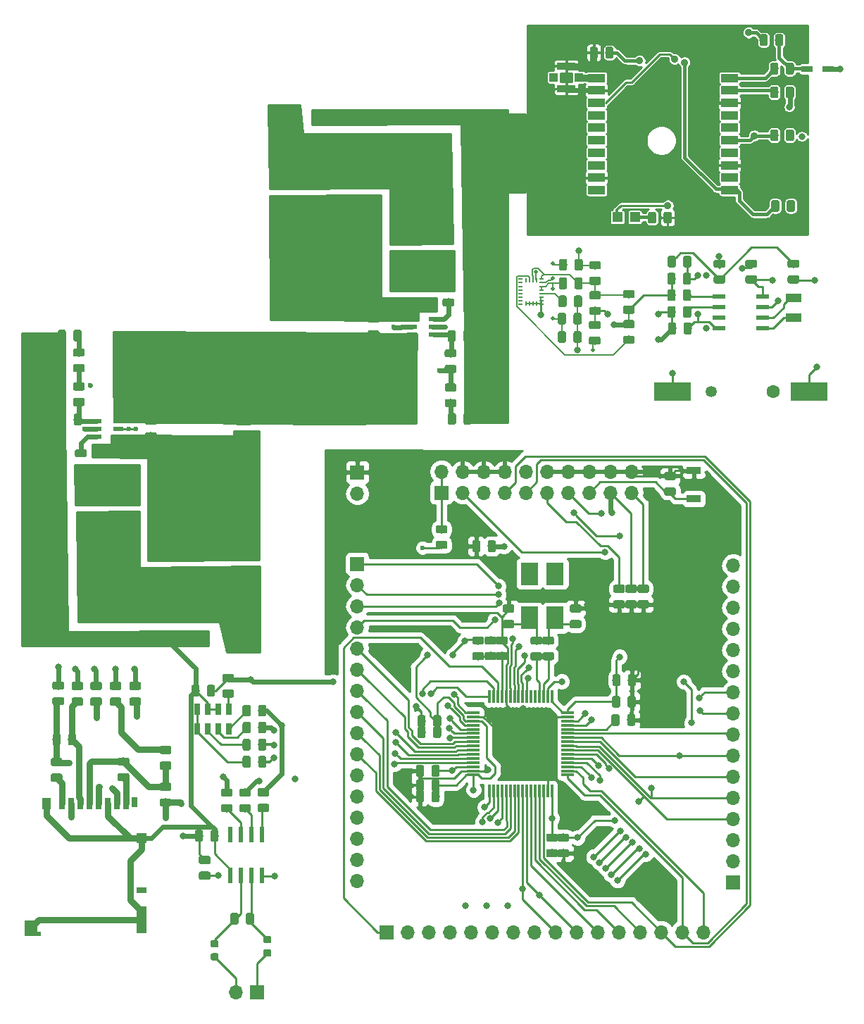
<source format=gbr>
G04 #@! TF.GenerationSoftware,KiCad,Pcbnew,5.0.2-bee76a0~70~ubuntu18.04.1*
G04 #@! TF.CreationDate,2019-04-16T21:06:36-07:00*
G04 #@! TF.ProjectId,habiv-board,68616269-762d-4626-9f61-72642e6b6963,rev?*
G04 #@! TF.SameCoordinates,Original*
G04 #@! TF.FileFunction,Copper,L1,Top*
G04 #@! TF.FilePolarity,Positive*
%FSLAX46Y46*%
G04 Gerber Fmt 4.6, Leading zero omitted, Abs format (unit mm)*
G04 Created by KiCad (PCBNEW 5.0.2-bee76a0~70~ubuntu18.04.1) date Tue 16 Apr 2019 09:06:36 PM PDT*
%MOMM*%
%LPD*%
G01*
G04 APERTURE LIST*
G04 #@! TA.AperFunction,SMDPad,CuDef*
%ADD10R,0.650000X1.360000*%
G04 #@! TD*
G04 #@! TA.AperFunction,Conductor*
%ADD11C,0.100000*%
G04 #@! TD*
G04 #@! TA.AperFunction,SMDPad,CuDef*
%ADD12C,0.975000*%
G04 #@! TD*
G04 #@! TA.AperFunction,SMDPad,CuDef*
%ADD13R,2.000000X1.000000*%
G04 #@! TD*
G04 #@! TA.AperFunction,SMDPad,CuDef*
%ADD14R,1.200000X1.200000*%
G04 #@! TD*
G04 #@! TA.AperFunction,SMDPad,CuDef*
%ADD15R,1.350000X0.800000*%
G04 #@! TD*
G04 #@! TA.AperFunction,SMDPad,CuDef*
%ADD16R,2.200000X0.850000*%
G04 #@! TD*
G04 #@! TA.AperFunction,SMDPad,CuDef*
%ADD17R,1.050000X1.000000*%
G04 #@! TD*
G04 #@! TA.AperFunction,SMDPad,CuDef*
%ADD18R,1.650000X0.610000*%
G04 #@! TD*
G04 #@! TA.AperFunction,SMDPad,CuDef*
%ADD19R,1.905000X1.092200*%
G04 #@! TD*
G04 #@! TA.AperFunction,SMDPad,CuDef*
%ADD20R,2.200000X1.500000*%
G04 #@! TD*
G04 #@! TA.AperFunction,SMDPad,CuDef*
%ADD21R,1.270000X0.558800*%
G04 #@! TD*
G04 #@! TA.AperFunction,SMDPad,CuDef*
%ADD22R,0.300000X1.500000*%
G04 #@! TD*
G04 #@! TA.AperFunction,SMDPad,CuDef*
%ADD23R,1.500000X0.300000*%
G04 #@! TD*
G04 #@! TA.AperFunction,SMDPad,CuDef*
%ADD24R,0.700000X1.400000*%
G04 #@! TD*
G04 #@! TA.AperFunction,SMDPad,CuDef*
%ADD25R,1.500000X1.900000*%
G04 #@! TD*
G04 #@! TA.AperFunction,SMDPad,CuDef*
%ADD26R,1.000000X1.400000*%
G04 #@! TD*
G04 #@! TA.AperFunction,SMDPad,CuDef*
%ADD27R,1.200000X3.200000*%
G04 #@! TD*
G04 #@! TA.AperFunction,SMDPad,CuDef*
%ADD28R,0.700000X1.200000*%
G04 #@! TD*
G04 #@! TA.AperFunction,SMDPad,CuDef*
%ADD29R,0.500000X0.500000*%
G04 #@! TD*
G04 #@! TA.AperFunction,SMDPad,CuDef*
%ADD30R,1.200000X0.800000*%
G04 #@! TD*
G04 #@! TA.AperFunction,SMDPad,CuDef*
%ADD31C,0.200000*%
G04 #@! TD*
G04 #@! TA.AperFunction,ComponentPad*
%ADD32R,1.700000X1.700000*%
G04 #@! TD*
G04 #@! TA.AperFunction,ComponentPad*
%ADD33O,1.700000X1.700000*%
G04 #@! TD*
G04 #@! TA.AperFunction,SMDPad,CuDef*
%ADD34R,1.700000X0.900000*%
G04 #@! TD*
G04 #@! TA.AperFunction,SMDPad,CuDef*
%ADD35R,2.100000X2.700000*%
G04 #@! TD*
G04 #@! TA.AperFunction,SMDPad,CuDef*
%ADD36R,0.530000X1.980000*%
G04 #@! TD*
G04 #@! TA.AperFunction,SMDPad,CuDef*
%ADD37C,0.875000*%
G04 #@! TD*
G04 #@! TA.AperFunction,SMDPad,CuDef*
%ADD38R,4.500000X2.300000*%
G04 #@! TD*
G04 #@! TA.AperFunction,WasherPad*
%ADD39C,1.600000*%
G04 #@! TD*
G04 #@! TA.AperFunction,WasherPad*
%ADD40C,1.350000*%
G04 #@! TD*
G04 #@! TA.AperFunction,SMDPad,CuDef*
%ADD41R,0.280000X0.550000*%
G04 #@! TD*
G04 #@! TA.AperFunction,SMDPad,CuDef*
%ADD42R,0.550000X0.280000*%
G04 #@! TD*
G04 #@! TA.AperFunction,ViaPad*
%ADD43C,0.800000*%
G04 #@! TD*
G04 #@! TA.AperFunction,ViaPad*
%ADD44C,0.600000*%
G04 #@! TD*
G04 #@! TA.AperFunction,ViaPad*
%ADD45C,0.906400*%
G04 #@! TD*
G04 #@! TA.AperFunction,ViaPad*
%ADD46C,0.500000*%
G04 #@! TD*
G04 #@! TA.AperFunction,Conductor*
%ADD47C,0.250000*%
G04 #@! TD*
G04 #@! TA.AperFunction,Conductor*
%ADD48C,0.600000*%
G04 #@! TD*
G04 #@! TA.AperFunction,Conductor*
%ADD49C,0.200000*%
G04 #@! TD*
G04 #@! TA.AperFunction,Conductor*
%ADD50C,0.406400*%
G04 #@! TD*
G04 #@! TA.AperFunction,Conductor*
%ADD51C,0.609600*%
G04 #@! TD*
G04 #@! TA.AperFunction,Conductor*
%ADD52C,0.812800*%
G04 #@! TD*
G04 #@! TA.AperFunction,Conductor*
%ADD53C,0.406000*%
G04 #@! TD*
G04 #@! TA.AperFunction,Conductor*
%ADD54C,0.750000*%
G04 #@! TD*
G04 #@! TA.AperFunction,Conductor*
%ADD55C,0.300000*%
G04 #@! TD*
G04 #@! TA.AperFunction,Conductor*
%ADD56C,0.254000*%
G04 #@! TD*
G04 #@! TA.AperFunction,Conductor*
%ADD57C,0.304800*%
G04 #@! TD*
G04 #@! TA.AperFunction,Conductor*
%ADD58C,0.813000*%
G04 #@! TD*
G04 APERTURE END LIST*
D10*
G04 #@! TO.P,U7,1*
G04 #@! TO.N,Net-(R44-Pad2)*
X106824234Y-91959805D03*
G04 #@! TO.P,U7,8*
G04 #@! TO.N,Net-(R31-Pad1)*
X106824234Y-94309805D03*
G04 #@! TO.P,U7,2*
G04 #@! TO.N,GND*
X105574234Y-91959805D03*
G04 #@! TO.P,U7,3*
X104324234Y-91959805D03*
G04 #@! TO.P,U7,4*
G04 #@! TO.N,Net-(R36-Pad2)*
X103074234Y-91959805D03*
G04 #@! TO.P,U7,5*
X103074234Y-94309805D03*
G04 #@! TO.P,U7,6*
G04 #@! TO.N,Net-(R35-Pad1)*
X104324234Y-94309805D03*
G04 #@! TO.P,U7,7*
G04 #@! TO.N,Net-(R34-Pad1)*
X105574234Y-94309805D03*
G04 #@! TD*
D11*
G04 #@! TO.N,+3V3*
G04 #@! TO.C,C10*
G36*
X104981876Y-89030979D02*
X105005537Y-89034489D01*
X105028741Y-89040301D01*
X105051263Y-89048359D01*
X105072887Y-89058587D01*
X105093404Y-89070884D01*
X105112617Y-89085134D01*
X105130341Y-89101198D01*
X105146405Y-89118922D01*
X105160655Y-89138135D01*
X105172952Y-89158652D01*
X105183180Y-89180276D01*
X105191238Y-89202798D01*
X105197050Y-89226002D01*
X105200560Y-89249663D01*
X105201734Y-89273555D01*
X105201734Y-90186055D01*
X105200560Y-90209947D01*
X105197050Y-90233608D01*
X105191238Y-90256812D01*
X105183180Y-90279334D01*
X105172952Y-90300958D01*
X105160655Y-90321475D01*
X105146405Y-90340688D01*
X105130341Y-90358412D01*
X105112617Y-90374476D01*
X105093404Y-90388726D01*
X105072887Y-90401023D01*
X105051263Y-90411251D01*
X105028741Y-90419309D01*
X105005537Y-90425121D01*
X104981876Y-90428631D01*
X104957984Y-90429805D01*
X104470484Y-90429805D01*
X104446592Y-90428631D01*
X104422931Y-90425121D01*
X104399727Y-90419309D01*
X104377205Y-90411251D01*
X104355581Y-90401023D01*
X104335064Y-90388726D01*
X104315851Y-90374476D01*
X104298127Y-90358412D01*
X104282063Y-90340688D01*
X104267813Y-90321475D01*
X104255516Y-90300958D01*
X104245288Y-90279334D01*
X104237230Y-90256812D01*
X104231418Y-90233608D01*
X104227908Y-90209947D01*
X104226734Y-90186055D01*
X104226734Y-89273555D01*
X104227908Y-89249663D01*
X104231418Y-89226002D01*
X104237230Y-89202798D01*
X104245288Y-89180276D01*
X104255516Y-89158652D01*
X104267813Y-89138135D01*
X104282063Y-89118922D01*
X104298127Y-89101198D01*
X104315851Y-89085134D01*
X104335064Y-89070884D01*
X104355581Y-89058587D01*
X104377205Y-89048359D01*
X104399727Y-89040301D01*
X104422931Y-89034489D01*
X104446592Y-89030979D01*
X104470484Y-89029805D01*
X104957984Y-89029805D01*
X104981876Y-89030979D01*
X104981876Y-89030979D01*
G37*
D12*
G04 #@! TD*
G04 #@! TO.P,C10,1*
G04 #@! TO.N,+3V3*
X104714234Y-89729805D03*
D11*
G04 #@! TO.N,GND*
G04 #@! TO.C,C10*
G36*
X103106876Y-89030979D02*
X103130537Y-89034489D01*
X103153741Y-89040301D01*
X103176263Y-89048359D01*
X103197887Y-89058587D01*
X103218404Y-89070884D01*
X103237617Y-89085134D01*
X103255341Y-89101198D01*
X103271405Y-89118922D01*
X103285655Y-89138135D01*
X103297952Y-89158652D01*
X103308180Y-89180276D01*
X103316238Y-89202798D01*
X103322050Y-89226002D01*
X103325560Y-89249663D01*
X103326734Y-89273555D01*
X103326734Y-90186055D01*
X103325560Y-90209947D01*
X103322050Y-90233608D01*
X103316238Y-90256812D01*
X103308180Y-90279334D01*
X103297952Y-90300958D01*
X103285655Y-90321475D01*
X103271405Y-90340688D01*
X103255341Y-90358412D01*
X103237617Y-90374476D01*
X103218404Y-90388726D01*
X103197887Y-90401023D01*
X103176263Y-90411251D01*
X103153741Y-90419309D01*
X103130537Y-90425121D01*
X103106876Y-90428631D01*
X103082984Y-90429805D01*
X102595484Y-90429805D01*
X102571592Y-90428631D01*
X102547931Y-90425121D01*
X102524727Y-90419309D01*
X102502205Y-90411251D01*
X102480581Y-90401023D01*
X102460064Y-90388726D01*
X102440851Y-90374476D01*
X102423127Y-90358412D01*
X102407063Y-90340688D01*
X102392813Y-90321475D01*
X102380516Y-90300958D01*
X102370288Y-90279334D01*
X102362230Y-90256812D01*
X102356418Y-90233608D01*
X102352908Y-90209947D01*
X102351734Y-90186055D01*
X102351734Y-89273555D01*
X102352908Y-89249663D01*
X102356418Y-89226002D01*
X102362230Y-89202798D01*
X102370288Y-89180276D01*
X102380516Y-89158652D01*
X102392813Y-89138135D01*
X102407063Y-89118922D01*
X102423127Y-89101198D01*
X102440851Y-89085134D01*
X102460064Y-89070884D01*
X102480581Y-89058587D01*
X102502205Y-89048359D01*
X102524727Y-89040301D01*
X102547931Y-89034489D01*
X102571592Y-89030979D01*
X102595484Y-89029805D01*
X103082984Y-89029805D01*
X103106876Y-89030979D01*
X103106876Y-89030979D01*
G37*
D12*
G04 #@! TD*
G04 #@! TO.P,C10,2*
G04 #@! TO.N,GND*
X102839234Y-89729805D03*
D11*
G04 #@! TO.N,PA5*
G04 #@! TO.C,R31*
G36*
X111131876Y-91430979D02*
X111155537Y-91434489D01*
X111178741Y-91440301D01*
X111201263Y-91448359D01*
X111222887Y-91458587D01*
X111243404Y-91470884D01*
X111262617Y-91485134D01*
X111280341Y-91501198D01*
X111296405Y-91518922D01*
X111310655Y-91538135D01*
X111322952Y-91558652D01*
X111333180Y-91580276D01*
X111341238Y-91602798D01*
X111347050Y-91626002D01*
X111350560Y-91649663D01*
X111351734Y-91673555D01*
X111351734Y-92586055D01*
X111350560Y-92609947D01*
X111347050Y-92633608D01*
X111341238Y-92656812D01*
X111333180Y-92679334D01*
X111322952Y-92700958D01*
X111310655Y-92721475D01*
X111296405Y-92740688D01*
X111280341Y-92758412D01*
X111262617Y-92774476D01*
X111243404Y-92788726D01*
X111222887Y-92801023D01*
X111201263Y-92811251D01*
X111178741Y-92819309D01*
X111155537Y-92825121D01*
X111131876Y-92828631D01*
X111107984Y-92829805D01*
X110620484Y-92829805D01*
X110596592Y-92828631D01*
X110572931Y-92825121D01*
X110549727Y-92819309D01*
X110527205Y-92811251D01*
X110505581Y-92801023D01*
X110485064Y-92788726D01*
X110465851Y-92774476D01*
X110448127Y-92758412D01*
X110432063Y-92740688D01*
X110417813Y-92721475D01*
X110405516Y-92700958D01*
X110395288Y-92679334D01*
X110387230Y-92656812D01*
X110381418Y-92633608D01*
X110377908Y-92609947D01*
X110376734Y-92586055D01*
X110376734Y-91673555D01*
X110377908Y-91649663D01*
X110381418Y-91626002D01*
X110387230Y-91602798D01*
X110395288Y-91580276D01*
X110405516Y-91558652D01*
X110417813Y-91538135D01*
X110432063Y-91518922D01*
X110448127Y-91501198D01*
X110465851Y-91485134D01*
X110485064Y-91470884D01*
X110505581Y-91458587D01*
X110527205Y-91448359D01*
X110549727Y-91440301D01*
X110572931Y-91434489D01*
X110596592Y-91430979D01*
X110620484Y-91429805D01*
X111107984Y-91429805D01*
X111131876Y-91430979D01*
X111131876Y-91430979D01*
G37*
D12*
G04 #@! TD*
G04 #@! TO.P,R31,2*
G04 #@! TO.N,PA5*
X110864234Y-92129805D03*
D11*
G04 #@! TO.N,Net-(R31-Pad1)*
G04 #@! TO.C,R31*
G36*
X109256876Y-91430979D02*
X109280537Y-91434489D01*
X109303741Y-91440301D01*
X109326263Y-91448359D01*
X109347887Y-91458587D01*
X109368404Y-91470884D01*
X109387617Y-91485134D01*
X109405341Y-91501198D01*
X109421405Y-91518922D01*
X109435655Y-91538135D01*
X109447952Y-91558652D01*
X109458180Y-91580276D01*
X109466238Y-91602798D01*
X109472050Y-91626002D01*
X109475560Y-91649663D01*
X109476734Y-91673555D01*
X109476734Y-92586055D01*
X109475560Y-92609947D01*
X109472050Y-92633608D01*
X109466238Y-92656812D01*
X109458180Y-92679334D01*
X109447952Y-92700958D01*
X109435655Y-92721475D01*
X109421405Y-92740688D01*
X109405341Y-92758412D01*
X109387617Y-92774476D01*
X109368404Y-92788726D01*
X109347887Y-92801023D01*
X109326263Y-92811251D01*
X109303741Y-92819309D01*
X109280537Y-92825121D01*
X109256876Y-92828631D01*
X109232984Y-92829805D01*
X108745484Y-92829805D01*
X108721592Y-92828631D01*
X108697931Y-92825121D01*
X108674727Y-92819309D01*
X108652205Y-92811251D01*
X108630581Y-92801023D01*
X108610064Y-92788726D01*
X108590851Y-92774476D01*
X108573127Y-92758412D01*
X108557063Y-92740688D01*
X108542813Y-92721475D01*
X108530516Y-92700958D01*
X108520288Y-92679334D01*
X108512230Y-92656812D01*
X108506418Y-92633608D01*
X108502908Y-92609947D01*
X108501734Y-92586055D01*
X108501734Y-91673555D01*
X108502908Y-91649663D01*
X108506418Y-91626002D01*
X108512230Y-91602798D01*
X108520288Y-91580276D01*
X108530516Y-91558652D01*
X108542813Y-91538135D01*
X108557063Y-91518922D01*
X108573127Y-91501198D01*
X108590851Y-91485134D01*
X108610064Y-91470884D01*
X108630581Y-91458587D01*
X108652205Y-91448359D01*
X108674727Y-91440301D01*
X108697931Y-91434489D01*
X108721592Y-91430979D01*
X108745484Y-91429805D01*
X109232984Y-91429805D01*
X109256876Y-91430979D01*
X109256876Y-91430979D01*
G37*
D12*
G04 #@! TD*
G04 #@! TO.P,R31,1*
G04 #@! TO.N,Net-(R31-Pad1)*
X108989234Y-92129805D03*
D11*
G04 #@! TO.N,Net-(R34-Pad1)*
G04 #@! TO.C,R34*
G36*
X109256876Y-93480979D02*
X109280537Y-93484489D01*
X109303741Y-93490301D01*
X109326263Y-93498359D01*
X109347887Y-93508587D01*
X109368404Y-93520884D01*
X109387617Y-93535134D01*
X109405341Y-93551198D01*
X109421405Y-93568922D01*
X109435655Y-93588135D01*
X109447952Y-93608652D01*
X109458180Y-93630276D01*
X109466238Y-93652798D01*
X109472050Y-93676002D01*
X109475560Y-93699663D01*
X109476734Y-93723555D01*
X109476734Y-94636055D01*
X109475560Y-94659947D01*
X109472050Y-94683608D01*
X109466238Y-94706812D01*
X109458180Y-94729334D01*
X109447952Y-94750958D01*
X109435655Y-94771475D01*
X109421405Y-94790688D01*
X109405341Y-94808412D01*
X109387617Y-94824476D01*
X109368404Y-94838726D01*
X109347887Y-94851023D01*
X109326263Y-94861251D01*
X109303741Y-94869309D01*
X109280537Y-94875121D01*
X109256876Y-94878631D01*
X109232984Y-94879805D01*
X108745484Y-94879805D01*
X108721592Y-94878631D01*
X108697931Y-94875121D01*
X108674727Y-94869309D01*
X108652205Y-94861251D01*
X108630581Y-94851023D01*
X108610064Y-94838726D01*
X108590851Y-94824476D01*
X108573127Y-94808412D01*
X108557063Y-94790688D01*
X108542813Y-94771475D01*
X108530516Y-94750958D01*
X108520288Y-94729334D01*
X108512230Y-94706812D01*
X108506418Y-94683608D01*
X108502908Y-94659947D01*
X108501734Y-94636055D01*
X108501734Y-93723555D01*
X108502908Y-93699663D01*
X108506418Y-93676002D01*
X108512230Y-93652798D01*
X108520288Y-93630276D01*
X108530516Y-93608652D01*
X108542813Y-93588135D01*
X108557063Y-93568922D01*
X108573127Y-93551198D01*
X108590851Y-93535134D01*
X108610064Y-93520884D01*
X108630581Y-93508587D01*
X108652205Y-93498359D01*
X108674727Y-93490301D01*
X108697931Y-93484489D01*
X108721592Y-93480979D01*
X108745484Y-93479805D01*
X109232984Y-93479805D01*
X109256876Y-93480979D01*
X109256876Y-93480979D01*
G37*
D12*
G04 #@! TD*
G04 #@! TO.P,R34,1*
G04 #@! TO.N,Net-(R34-Pad1)*
X108989234Y-94179805D03*
D11*
G04 #@! TO.N,PA7*
G04 #@! TO.C,R34*
G36*
X111131876Y-93480979D02*
X111155537Y-93484489D01*
X111178741Y-93490301D01*
X111201263Y-93498359D01*
X111222887Y-93508587D01*
X111243404Y-93520884D01*
X111262617Y-93535134D01*
X111280341Y-93551198D01*
X111296405Y-93568922D01*
X111310655Y-93588135D01*
X111322952Y-93608652D01*
X111333180Y-93630276D01*
X111341238Y-93652798D01*
X111347050Y-93676002D01*
X111350560Y-93699663D01*
X111351734Y-93723555D01*
X111351734Y-94636055D01*
X111350560Y-94659947D01*
X111347050Y-94683608D01*
X111341238Y-94706812D01*
X111333180Y-94729334D01*
X111322952Y-94750958D01*
X111310655Y-94771475D01*
X111296405Y-94790688D01*
X111280341Y-94808412D01*
X111262617Y-94824476D01*
X111243404Y-94838726D01*
X111222887Y-94851023D01*
X111201263Y-94861251D01*
X111178741Y-94869309D01*
X111155537Y-94875121D01*
X111131876Y-94878631D01*
X111107984Y-94879805D01*
X110620484Y-94879805D01*
X110596592Y-94878631D01*
X110572931Y-94875121D01*
X110549727Y-94869309D01*
X110527205Y-94861251D01*
X110505581Y-94851023D01*
X110485064Y-94838726D01*
X110465851Y-94824476D01*
X110448127Y-94808412D01*
X110432063Y-94790688D01*
X110417813Y-94771475D01*
X110405516Y-94750958D01*
X110395288Y-94729334D01*
X110387230Y-94706812D01*
X110381418Y-94683608D01*
X110377908Y-94659947D01*
X110376734Y-94636055D01*
X110376734Y-93723555D01*
X110377908Y-93699663D01*
X110381418Y-93676002D01*
X110387230Y-93652798D01*
X110395288Y-93630276D01*
X110405516Y-93608652D01*
X110417813Y-93588135D01*
X110432063Y-93568922D01*
X110448127Y-93551198D01*
X110465851Y-93535134D01*
X110485064Y-93520884D01*
X110505581Y-93508587D01*
X110527205Y-93498359D01*
X110549727Y-93490301D01*
X110572931Y-93484489D01*
X110596592Y-93480979D01*
X110620484Y-93479805D01*
X111107984Y-93479805D01*
X111131876Y-93480979D01*
X111131876Y-93480979D01*
G37*
D12*
G04 #@! TD*
G04 #@! TO.P,R34,2*
G04 #@! TO.N,PA7*
X110864234Y-94179805D03*
D11*
G04 #@! TO.N,PA6*
G04 #@! TO.C,R35*
G36*
X111131876Y-95530979D02*
X111155537Y-95534489D01*
X111178741Y-95540301D01*
X111201263Y-95548359D01*
X111222887Y-95558587D01*
X111243404Y-95570884D01*
X111262617Y-95585134D01*
X111280341Y-95601198D01*
X111296405Y-95618922D01*
X111310655Y-95638135D01*
X111322952Y-95658652D01*
X111333180Y-95680276D01*
X111341238Y-95702798D01*
X111347050Y-95726002D01*
X111350560Y-95749663D01*
X111351734Y-95773555D01*
X111351734Y-96686055D01*
X111350560Y-96709947D01*
X111347050Y-96733608D01*
X111341238Y-96756812D01*
X111333180Y-96779334D01*
X111322952Y-96800958D01*
X111310655Y-96821475D01*
X111296405Y-96840688D01*
X111280341Y-96858412D01*
X111262617Y-96874476D01*
X111243404Y-96888726D01*
X111222887Y-96901023D01*
X111201263Y-96911251D01*
X111178741Y-96919309D01*
X111155537Y-96925121D01*
X111131876Y-96928631D01*
X111107984Y-96929805D01*
X110620484Y-96929805D01*
X110596592Y-96928631D01*
X110572931Y-96925121D01*
X110549727Y-96919309D01*
X110527205Y-96911251D01*
X110505581Y-96901023D01*
X110485064Y-96888726D01*
X110465851Y-96874476D01*
X110448127Y-96858412D01*
X110432063Y-96840688D01*
X110417813Y-96821475D01*
X110405516Y-96800958D01*
X110395288Y-96779334D01*
X110387230Y-96756812D01*
X110381418Y-96733608D01*
X110377908Y-96709947D01*
X110376734Y-96686055D01*
X110376734Y-95773555D01*
X110377908Y-95749663D01*
X110381418Y-95726002D01*
X110387230Y-95702798D01*
X110395288Y-95680276D01*
X110405516Y-95658652D01*
X110417813Y-95638135D01*
X110432063Y-95618922D01*
X110448127Y-95601198D01*
X110465851Y-95585134D01*
X110485064Y-95570884D01*
X110505581Y-95558587D01*
X110527205Y-95548359D01*
X110549727Y-95540301D01*
X110572931Y-95534489D01*
X110596592Y-95530979D01*
X110620484Y-95529805D01*
X111107984Y-95529805D01*
X111131876Y-95530979D01*
X111131876Y-95530979D01*
G37*
D12*
G04 #@! TD*
G04 #@! TO.P,R35,2*
G04 #@! TO.N,PA6*
X110864234Y-96229805D03*
D11*
G04 #@! TO.N,Net-(R35-Pad1)*
G04 #@! TO.C,R35*
G36*
X109256876Y-95530979D02*
X109280537Y-95534489D01*
X109303741Y-95540301D01*
X109326263Y-95548359D01*
X109347887Y-95558587D01*
X109368404Y-95570884D01*
X109387617Y-95585134D01*
X109405341Y-95601198D01*
X109421405Y-95618922D01*
X109435655Y-95638135D01*
X109447952Y-95658652D01*
X109458180Y-95680276D01*
X109466238Y-95702798D01*
X109472050Y-95726002D01*
X109475560Y-95749663D01*
X109476734Y-95773555D01*
X109476734Y-96686055D01*
X109475560Y-96709947D01*
X109472050Y-96733608D01*
X109466238Y-96756812D01*
X109458180Y-96779334D01*
X109447952Y-96800958D01*
X109435655Y-96821475D01*
X109421405Y-96840688D01*
X109405341Y-96858412D01*
X109387617Y-96874476D01*
X109368404Y-96888726D01*
X109347887Y-96901023D01*
X109326263Y-96911251D01*
X109303741Y-96919309D01*
X109280537Y-96925121D01*
X109256876Y-96928631D01*
X109232984Y-96929805D01*
X108745484Y-96929805D01*
X108721592Y-96928631D01*
X108697931Y-96925121D01*
X108674727Y-96919309D01*
X108652205Y-96911251D01*
X108630581Y-96901023D01*
X108610064Y-96888726D01*
X108590851Y-96874476D01*
X108573127Y-96858412D01*
X108557063Y-96840688D01*
X108542813Y-96821475D01*
X108530516Y-96800958D01*
X108520288Y-96779334D01*
X108512230Y-96756812D01*
X108506418Y-96733608D01*
X108502908Y-96709947D01*
X108501734Y-96686055D01*
X108501734Y-95773555D01*
X108502908Y-95749663D01*
X108506418Y-95726002D01*
X108512230Y-95702798D01*
X108520288Y-95680276D01*
X108530516Y-95658652D01*
X108542813Y-95638135D01*
X108557063Y-95618922D01*
X108573127Y-95601198D01*
X108590851Y-95585134D01*
X108610064Y-95570884D01*
X108630581Y-95558587D01*
X108652205Y-95548359D01*
X108674727Y-95540301D01*
X108697931Y-95534489D01*
X108721592Y-95530979D01*
X108745484Y-95529805D01*
X109232984Y-95529805D01*
X109256876Y-95530979D01*
X109256876Y-95530979D01*
G37*
D12*
G04 #@! TD*
G04 #@! TO.P,R35,1*
G04 #@! TO.N,Net-(R35-Pad1)*
X108989234Y-96229805D03*
D11*
G04 #@! TO.N,PA8*
G04 #@! TO.C,R36*
G36*
X111131876Y-97580979D02*
X111155537Y-97584489D01*
X111178741Y-97590301D01*
X111201263Y-97598359D01*
X111222887Y-97608587D01*
X111243404Y-97620884D01*
X111262617Y-97635134D01*
X111280341Y-97651198D01*
X111296405Y-97668922D01*
X111310655Y-97688135D01*
X111322952Y-97708652D01*
X111333180Y-97730276D01*
X111341238Y-97752798D01*
X111347050Y-97776002D01*
X111350560Y-97799663D01*
X111351734Y-97823555D01*
X111351734Y-98736055D01*
X111350560Y-98759947D01*
X111347050Y-98783608D01*
X111341238Y-98806812D01*
X111333180Y-98829334D01*
X111322952Y-98850958D01*
X111310655Y-98871475D01*
X111296405Y-98890688D01*
X111280341Y-98908412D01*
X111262617Y-98924476D01*
X111243404Y-98938726D01*
X111222887Y-98951023D01*
X111201263Y-98961251D01*
X111178741Y-98969309D01*
X111155537Y-98975121D01*
X111131876Y-98978631D01*
X111107984Y-98979805D01*
X110620484Y-98979805D01*
X110596592Y-98978631D01*
X110572931Y-98975121D01*
X110549727Y-98969309D01*
X110527205Y-98961251D01*
X110505581Y-98951023D01*
X110485064Y-98938726D01*
X110465851Y-98924476D01*
X110448127Y-98908412D01*
X110432063Y-98890688D01*
X110417813Y-98871475D01*
X110405516Y-98850958D01*
X110395288Y-98829334D01*
X110387230Y-98806812D01*
X110381418Y-98783608D01*
X110377908Y-98759947D01*
X110376734Y-98736055D01*
X110376734Y-97823555D01*
X110377908Y-97799663D01*
X110381418Y-97776002D01*
X110387230Y-97752798D01*
X110395288Y-97730276D01*
X110405516Y-97708652D01*
X110417813Y-97688135D01*
X110432063Y-97668922D01*
X110448127Y-97651198D01*
X110465851Y-97635134D01*
X110485064Y-97620884D01*
X110505581Y-97608587D01*
X110527205Y-97598359D01*
X110549727Y-97590301D01*
X110572931Y-97584489D01*
X110596592Y-97580979D01*
X110620484Y-97579805D01*
X111107984Y-97579805D01*
X111131876Y-97580979D01*
X111131876Y-97580979D01*
G37*
D12*
G04 #@! TD*
G04 #@! TO.P,R36,1*
G04 #@! TO.N,PA8*
X110864234Y-98279805D03*
D11*
G04 #@! TO.N,Net-(R36-Pad2)*
G04 #@! TO.C,R36*
G36*
X109256876Y-97580979D02*
X109280537Y-97584489D01*
X109303741Y-97590301D01*
X109326263Y-97598359D01*
X109347887Y-97608587D01*
X109368404Y-97620884D01*
X109387617Y-97635134D01*
X109405341Y-97651198D01*
X109421405Y-97668922D01*
X109435655Y-97688135D01*
X109447952Y-97708652D01*
X109458180Y-97730276D01*
X109466238Y-97752798D01*
X109472050Y-97776002D01*
X109475560Y-97799663D01*
X109476734Y-97823555D01*
X109476734Y-98736055D01*
X109475560Y-98759947D01*
X109472050Y-98783608D01*
X109466238Y-98806812D01*
X109458180Y-98829334D01*
X109447952Y-98850958D01*
X109435655Y-98871475D01*
X109421405Y-98890688D01*
X109405341Y-98908412D01*
X109387617Y-98924476D01*
X109368404Y-98938726D01*
X109347887Y-98951023D01*
X109326263Y-98961251D01*
X109303741Y-98969309D01*
X109280537Y-98975121D01*
X109256876Y-98978631D01*
X109232984Y-98979805D01*
X108745484Y-98979805D01*
X108721592Y-98978631D01*
X108697931Y-98975121D01*
X108674727Y-98969309D01*
X108652205Y-98961251D01*
X108630581Y-98951023D01*
X108610064Y-98938726D01*
X108590851Y-98924476D01*
X108573127Y-98908412D01*
X108557063Y-98890688D01*
X108542813Y-98871475D01*
X108530516Y-98850958D01*
X108520288Y-98829334D01*
X108512230Y-98806812D01*
X108506418Y-98783608D01*
X108502908Y-98759947D01*
X108501734Y-98736055D01*
X108501734Y-97823555D01*
X108502908Y-97799663D01*
X108506418Y-97776002D01*
X108512230Y-97752798D01*
X108520288Y-97730276D01*
X108530516Y-97708652D01*
X108542813Y-97688135D01*
X108557063Y-97668922D01*
X108573127Y-97651198D01*
X108590851Y-97635134D01*
X108610064Y-97620884D01*
X108630581Y-97608587D01*
X108652205Y-97598359D01*
X108674727Y-97590301D01*
X108697931Y-97584489D01*
X108721592Y-97580979D01*
X108745484Y-97579805D01*
X109232984Y-97579805D01*
X109256876Y-97580979D01*
X109256876Y-97580979D01*
G37*
D12*
G04 #@! TD*
G04 #@! TO.P,R36,2*
G04 #@! TO.N,Net-(R36-Pad2)*
X108989234Y-98279805D03*
D11*
G04 #@! TO.N,+3V3*
G04 #@! TO.C,R44*
G36*
X107244376Y-87718479D02*
X107268037Y-87721989D01*
X107291241Y-87727801D01*
X107313763Y-87735859D01*
X107335387Y-87746087D01*
X107355904Y-87758384D01*
X107375117Y-87772634D01*
X107392841Y-87788698D01*
X107408905Y-87806422D01*
X107423155Y-87825635D01*
X107435452Y-87846152D01*
X107445680Y-87867776D01*
X107453738Y-87890298D01*
X107459550Y-87913502D01*
X107463060Y-87937163D01*
X107464234Y-87961055D01*
X107464234Y-88448555D01*
X107463060Y-88472447D01*
X107459550Y-88496108D01*
X107453738Y-88519312D01*
X107445680Y-88541834D01*
X107435452Y-88563458D01*
X107423155Y-88583975D01*
X107408905Y-88603188D01*
X107392841Y-88620912D01*
X107375117Y-88636976D01*
X107355904Y-88651226D01*
X107335387Y-88663523D01*
X107313763Y-88673751D01*
X107291241Y-88681809D01*
X107268037Y-88687621D01*
X107244376Y-88691131D01*
X107220484Y-88692305D01*
X106307984Y-88692305D01*
X106284092Y-88691131D01*
X106260431Y-88687621D01*
X106237227Y-88681809D01*
X106214705Y-88673751D01*
X106193081Y-88663523D01*
X106172564Y-88651226D01*
X106153351Y-88636976D01*
X106135627Y-88620912D01*
X106119563Y-88603188D01*
X106105313Y-88583975D01*
X106093016Y-88563458D01*
X106082788Y-88541834D01*
X106074730Y-88519312D01*
X106068918Y-88496108D01*
X106065408Y-88472447D01*
X106064234Y-88448555D01*
X106064234Y-87961055D01*
X106065408Y-87937163D01*
X106068918Y-87913502D01*
X106074730Y-87890298D01*
X106082788Y-87867776D01*
X106093016Y-87846152D01*
X106105313Y-87825635D01*
X106119563Y-87806422D01*
X106135627Y-87788698D01*
X106153351Y-87772634D01*
X106172564Y-87758384D01*
X106193081Y-87746087D01*
X106214705Y-87735859D01*
X106237227Y-87727801D01*
X106260431Y-87721989D01*
X106284092Y-87718479D01*
X106307984Y-87717305D01*
X107220484Y-87717305D01*
X107244376Y-87718479D01*
X107244376Y-87718479D01*
G37*
D12*
G04 #@! TD*
G04 #@! TO.P,R44,1*
G04 #@! TO.N,+3V3*
X106764234Y-88204805D03*
D11*
G04 #@! TO.N,Net-(R44-Pad2)*
G04 #@! TO.C,R44*
G36*
X107244376Y-89593479D02*
X107268037Y-89596989D01*
X107291241Y-89602801D01*
X107313763Y-89610859D01*
X107335387Y-89621087D01*
X107355904Y-89633384D01*
X107375117Y-89647634D01*
X107392841Y-89663698D01*
X107408905Y-89681422D01*
X107423155Y-89700635D01*
X107435452Y-89721152D01*
X107445680Y-89742776D01*
X107453738Y-89765298D01*
X107459550Y-89788502D01*
X107463060Y-89812163D01*
X107464234Y-89836055D01*
X107464234Y-90323555D01*
X107463060Y-90347447D01*
X107459550Y-90371108D01*
X107453738Y-90394312D01*
X107445680Y-90416834D01*
X107435452Y-90438458D01*
X107423155Y-90458975D01*
X107408905Y-90478188D01*
X107392841Y-90495912D01*
X107375117Y-90511976D01*
X107355904Y-90526226D01*
X107335387Y-90538523D01*
X107313763Y-90548751D01*
X107291241Y-90556809D01*
X107268037Y-90562621D01*
X107244376Y-90566131D01*
X107220484Y-90567305D01*
X106307984Y-90567305D01*
X106284092Y-90566131D01*
X106260431Y-90562621D01*
X106237227Y-90556809D01*
X106214705Y-90548751D01*
X106193081Y-90538523D01*
X106172564Y-90526226D01*
X106153351Y-90511976D01*
X106135627Y-90495912D01*
X106119563Y-90478188D01*
X106105313Y-90458975D01*
X106093016Y-90438458D01*
X106082788Y-90416834D01*
X106074730Y-90394312D01*
X106068918Y-90371108D01*
X106065408Y-90347447D01*
X106064234Y-90323555D01*
X106064234Y-89836055D01*
X106065408Y-89812163D01*
X106068918Y-89788502D01*
X106074730Y-89765298D01*
X106082788Y-89742776D01*
X106093016Y-89721152D01*
X106105313Y-89700635D01*
X106119563Y-89681422D01*
X106135627Y-89663698D01*
X106153351Y-89647634D01*
X106172564Y-89633384D01*
X106193081Y-89621087D01*
X106214705Y-89610859D01*
X106237227Y-89602801D01*
X106260431Y-89596989D01*
X106284092Y-89593479D01*
X106307984Y-89592305D01*
X107220484Y-89592305D01*
X107244376Y-89593479D01*
X107244376Y-89593479D01*
G37*
D12*
G04 #@! TD*
G04 #@! TO.P,R44,2*
G04 #@! TO.N,Net-(R44-Pad2)*
X106764234Y-90079805D03*
D13*
G04 #@! TO.P,GPS,P$20*
G04 #@! TO.N,N/C*
X151062600Y-29558900D03*
G04 #@! TO.P,GPS,P$19*
G04 #@! TO.N,GND*
X151062600Y-28058900D03*
G04 #@! TO.P,GPS,P$18*
G04 #@! TO.N,N/C*
X151062600Y-26558900D03*
G04 #@! TO.P,GPS,P$17*
X151062600Y-25058900D03*
G04 #@! TO.P,GPS,P$16*
X151062600Y-23558900D03*
G04 #@! TO.P,GPS,P$15*
X151062600Y-22058900D03*
G04 #@! TO.P,GPS,P$14*
X151062600Y-20558900D03*
G04 #@! TO.P,GPS,P$13*
X151062600Y-19058900D03*
G04 #@! TO.P,GPS,P$12*
G04 #@! TO.N,GND*
X151062600Y-17558900D03*
G04 #@! TO.P,GPS,P$11*
G04 #@! TO.N,Net-(U$1-PadP$3)*
X151062600Y-16058900D03*
G04 #@! TO.P,GPS,P$10*
G04 #@! TO.N,Net-(R28-Pad1)*
X167062600Y-16058900D03*
G04 #@! TO.P,GPS,P$9*
G04 #@! TO.N,Net-(R27-Pad1)*
X167062600Y-17558900D03*
G04 #@! TO.P,GPS,P$8*
G04 #@! TO.N,GND*
X167062600Y-19058900D03*
G04 #@! TO.P,GPS,P$7*
G04 #@! TO.N,N/C*
X167062600Y-20558900D03*
G04 #@! TO.P,GPS,P$6*
X167062600Y-22058900D03*
G04 #@! TO.P,GPS,P$5*
G04 #@! TO.N,/FIX*
X167062600Y-23558900D03*
G04 #@! TO.P,GPS,P$4*
G04 #@! TO.N,N/C*
X167062600Y-25058900D03*
G04 #@! TO.P,GPS,P$3*
G04 #@! TO.N,GND*
X167062600Y-26558900D03*
G04 #@! TO.P,GPS,P$2*
G04 #@! TO.N,N/C*
X167062600Y-28058900D03*
G04 #@! TO.P,GPS,P$1*
G04 #@! TO.N,3.3V*
X167062600Y-29558900D03*
G04 #@! TD*
D14*
G04 #@! TO.P,LED1,A*
G04 #@! TO.N,/FIX*
X153567600Y-32817900D03*
G04 #@! TO.P,LED1,C*
G04 #@! TO.N,Net-(LED1-PadC)*
X155667600Y-32817900D03*
G04 #@! TD*
D15*
G04 #@! TO.P,D1,A*
G04 #@! TO.N,Net-(D1-PadA)*
X176370000Y-15002000D03*
G04 #@! TO.P,D1,C*
G04 #@! TO.N,PB6*
X178910000Y-15002000D03*
G04 #@! TD*
D11*
G04 #@! TO.N,3.3V*
G04 #@! TO.C,C7*
G36*
X152877742Y-12331074D02*
X152901403Y-12334584D01*
X152924607Y-12340396D01*
X152947129Y-12348454D01*
X152968753Y-12358682D01*
X152989270Y-12370979D01*
X153008483Y-12385229D01*
X153026207Y-12401293D01*
X153042271Y-12419017D01*
X153056521Y-12438230D01*
X153068818Y-12458747D01*
X153079046Y-12480371D01*
X153087104Y-12502893D01*
X153092916Y-12526097D01*
X153096426Y-12549758D01*
X153097600Y-12573650D01*
X153097600Y-13486150D01*
X153096426Y-13510042D01*
X153092916Y-13533703D01*
X153087104Y-13556907D01*
X153079046Y-13579429D01*
X153068818Y-13601053D01*
X153056521Y-13621570D01*
X153042271Y-13640783D01*
X153026207Y-13658507D01*
X153008483Y-13674571D01*
X152989270Y-13688821D01*
X152968753Y-13701118D01*
X152947129Y-13711346D01*
X152924607Y-13719404D01*
X152901403Y-13725216D01*
X152877742Y-13728726D01*
X152853850Y-13729900D01*
X152366350Y-13729900D01*
X152342458Y-13728726D01*
X152318797Y-13725216D01*
X152295593Y-13719404D01*
X152273071Y-13711346D01*
X152251447Y-13701118D01*
X152230930Y-13688821D01*
X152211717Y-13674571D01*
X152193993Y-13658507D01*
X152177929Y-13640783D01*
X152163679Y-13621570D01*
X152151382Y-13601053D01*
X152141154Y-13579429D01*
X152133096Y-13556907D01*
X152127284Y-13533703D01*
X152123774Y-13510042D01*
X152122600Y-13486150D01*
X152122600Y-12573650D01*
X152123774Y-12549758D01*
X152127284Y-12526097D01*
X152133096Y-12502893D01*
X152141154Y-12480371D01*
X152151382Y-12458747D01*
X152163679Y-12438230D01*
X152177929Y-12419017D01*
X152193993Y-12401293D01*
X152211717Y-12385229D01*
X152230930Y-12370979D01*
X152251447Y-12358682D01*
X152273071Y-12348454D01*
X152295593Y-12340396D01*
X152318797Y-12334584D01*
X152342458Y-12331074D01*
X152366350Y-12329900D01*
X152853850Y-12329900D01*
X152877742Y-12331074D01*
X152877742Y-12331074D01*
G37*
D12*
G04 #@! TD*
G04 #@! TO.P,C7,1*
G04 #@! TO.N,3.3V*
X152610100Y-13029900D03*
D11*
G04 #@! TO.N,GND*
G04 #@! TO.C,C7*
G36*
X151002742Y-12331074D02*
X151026403Y-12334584D01*
X151049607Y-12340396D01*
X151072129Y-12348454D01*
X151093753Y-12358682D01*
X151114270Y-12370979D01*
X151133483Y-12385229D01*
X151151207Y-12401293D01*
X151167271Y-12419017D01*
X151181521Y-12438230D01*
X151193818Y-12458747D01*
X151204046Y-12480371D01*
X151212104Y-12502893D01*
X151217916Y-12526097D01*
X151221426Y-12549758D01*
X151222600Y-12573650D01*
X151222600Y-13486150D01*
X151221426Y-13510042D01*
X151217916Y-13533703D01*
X151212104Y-13556907D01*
X151204046Y-13579429D01*
X151193818Y-13601053D01*
X151181521Y-13621570D01*
X151167271Y-13640783D01*
X151151207Y-13658507D01*
X151133483Y-13674571D01*
X151114270Y-13688821D01*
X151093753Y-13701118D01*
X151072129Y-13711346D01*
X151049607Y-13719404D01*
X151026403Y-13725216D01*
X151002742Y-13728726D01*
X150978850Y-13729900D01*
X150491350Y-13729900D01*
X150467458Y-13728726D01*
X150443797Y-13725216D01*
X150420593Y-13719404D01*
X150398071Y-13711346D01*
X150376447Y-13701118D01*
X150355930Y-13688821D01*
X150336717Y-13674571D01*
X150318993Y-13658507D01*
X150302929Y-13640783D01*
X150288679Y-13621570D01*
X150276382Y-13601053D01*
X150266154Y-13579429D01*
X150258096Y-13556907D01*
X150252284Y-13533703D01*
X150248774Y-13510042D01*
X150247600Y-13486150D01*
X150247600Y-12573650D01*
X150248774Y-12549758D01*
X150252284Y-12526097D01*
X150258096Y-12502893D01*
X150266154Y-12480371D01*
X150276382Y-12458747D01*
X150288679Y-12438230D01*
X150302929Y-12419017D01*
X150318993Y-12401293D01*
X150336717Y-12385229D01*
X150355930Y-12370979D01*
X150376447Y-12358682D01*
X150398071Y-12348454D01*
X150420593Y-12340396D01*
X150443797Y-12334584D01*
X150467458Y-12331074D01*
X150491350Y-12329900D01*
X150978850Y-12329900D01*
X151002742Y-12331074D01*
X151002742Y-12331074D01*
G37*
D12*
G04 #@! TD*
G04 #@! TO.P,C7,2*
G04 #@! TO.N,GND*
X150735100Y-13029900D03*
D11*
G04 #@! TO.N,GND*
G04 #@! TO.C,R23*
G36*
X159886742Y-32167074D02*
X159910403Y-32170584D01*
X159933607Y-32176396D01*
X159956129Y-32184454D01*
X159977753Y-32194682D01*
X159998270Y-32206979D01*
X160017483Y-32221229D01*
X160035207Y-32237293D01*
X160051271Y-32255017D01*
X160065521Y-32274230D01*
X160077818Y-32294747D01*
X160088046Y-32316371D01*
X160096104Y-32338893D01*
X160101916Y-32362097D01*
X160105426Y-32385758D01*
X160106600Y-32409650D01*
X160106600Y-33322150D01*
X160105426Y-33346042D01*
X160101916Y-33369703D01*
X160096104Y-33392907D01*
X160088046Y-33415429D01*
X160077818Y-33437053D01*
X160065521Y-33457570D01*
X160051271Y-33476783D01*
X160035207Y-33494507D01*
X160017483Y-33510571D01*
X159998270Y-33524821D01*
X159977753Y-33537118D01*
X159956129Y-33547346D01*
X159933607Y-33555404D01*
X159910403Y-33561216D01*
X159886742Y-33564726D01*
X159862850Y-33565900D01*
X159375350Y-33565900D01*
X159351458Y-33564726D01*
X159327797Y-33561216D01*
X159304593Y-33555404D01*
X159282071Y-33547346D01*
X159260447Y-33537118D01*
X159239930Y-33524821D01*
X159220717Y-33510571D01*
X159202993Y-33494507D01*
X159186929Y-33476783D01*
X159172679Y-33457570D01*
X159160382Y-33437053D01*
X159150154Y-33415429D01*
X159142096Y-33392907D01*
X159136284Y-33369703D01*
X159132774Y-33346042D01*
X159131600Y-33322150D01*
X159131600Y-32409650D01*
X159132774Y-32385758D01*
X159136284Y-32362097D01*
X159142096Y-32338893D01*
X159150154Y-32316371D01*
X159160382Y-32294747D01*
X159172679Y-32274230D01*
X159186929Y-32255017D01*
X159202993Y-32237293D01*
X159220717Y-32221229D01*
X159239930Y-32206979D01*
X159260447Y-32194682D01*
X159282071Y-32184454D01*
X159304593Y-32176396D01*
X159327797Y-32170584D01*
X159351458Y-32167074D01*
X159375350Y-32165900D01*
X159862850Y-32165900D01*
X159886742Y-32167074D01*
X159886742Y-32167074D01*
G37*
D12*
G04 #@! TD*
G04 #@! TO.P,R23,1*
G04 #@! TO.N,GND*
X159619100Y-32865900D03*
D11*
G04 #@! TO.N,Net-(LED1-PadC)*
G04 #@! TO.C,R23*
G36*
X158011742Y-32167074D02*
X158035403Y-32170584D01*
X158058607Y-32176396D01*
X158081129Y-32184454D01*
X158102753Y-32194682D01*
X158123270Y-32206979D01*
X158142483Y-32221229D01*
X158160207Y-32237293D01*
X158176271Y-32255017D01*
X158190521Y-32274230D01*
X158202818Y-32294747D01*
X158213046Y-32316371D01*
X158221104Y-32338893D01*
X158226916Y-32362097D01*
X158230426Y-32385758D01*
X158231600Y-32409650D01*
X158231600Y-33322150D01*
X158230426Y-33346042D01*
X158226916Y-33369703D01*
X158221104Y-33392907D01*
X158213046Y-33415429D01*
X158202818Y-33437053D01*
X158190521Y-33457570D01*
X158176271Y-33476783D01*
X158160207Y-33494507D01*
X158142483Y-33510571D01*
X158123270Y-33524821D01*
X158102753Y-33537118D01*
X158081129Y-33547346D01*
X158058607Y-33555404D01*
X158035403Y-33561216D01*
X158011742Y-33564726D01*
X157987850Y-33565900D01*
X157500350Y-33565900D01*
X157476458Y-33564726D01*
X157452797Y-33561216D01*
X157429593Y-33555404D01*
X157407071Y-33547346D01*
X157385447Y-33537118D01*
X157364930Y-33524821D01*
X157345717Y-33510571D01*
X157327993Y-33494507D01*
X157311929Y-33476783D01*
X157297679Y-33457570D01*
X157285382Y-33437053D01*
X157275154Y-33415429D01*
X157267096Y-33392907D01*
X157261284Y-33369703D01*
X157257774Y-33346042D01*
X157256600Y-33322150D01*
X157256600Y-32409650D01*
X157257774Y-32385758D01*
X157261284Y-32362097D01*
X157267096Y-32338893D01*
X157275154Y-32316371D01*
X157285382Y-32294747D01*
X157297679Y-32274230D01*
X157311929Y-32255017D01*
X157327993Y-32237293D01*
X157345717Y-32221229D01*
X157364930Y-32206979D01*
X157385447Y-32194682D01*
X157407071Y-32184454D01*
X157429593Y-32176396D01*
X157452797Y-32170584D01*
X157476458Y-32167074D01*
X157500350Y-32165900D01*
X157987850Y-32165900D01*
X158011742Y-32167074D01*
X158011742Y-32167074D01*
G37*
D12*
G04 #@! TD*
G04 #@! TO.P,R23,2*
G04 #@! TO.N,Net-(LED1-PadC)*
X157744100Y-32865900D03*
D11*
G04 #@! TO.N,Net-(D1-PadA)*
G04 #@! TO.C,R24*
G36*
X173282642Y-10803174D02*
X173306303Y-10806684D01*
X173329507Y-10812496D01*
X173352029Y-10820554D01*
X173373653Y-10830782D01*
X173394170Y-10843079D01*
X173413383Y-10857329D01*
X173431107Y-10873393D01*
X173447171Y-10891117D01*
X173461421Y-10910330D01*
X173473718Y-10930847D01*
X173483946Y-10952471D01*
X173492004Y-10974993D01*
X173497816Y-10998197D01*
X173501326Y-11021858D01*
X173502500Y-11045750D01*
X173502500Y-11958250D01*
X173501326Y-11982142D01*
X173497816Y-12005803D01*
X173492004Y-12029007D01*
X173483946Y-12051529D01*
X173473718Y-12073153D01*
X173461421Y-12093670D01*
X173447171Y-12112883D01*
X173431107Y-12130607D01*
X173413383Y-12146671D01*
X173394170Y-12160921D01*
X173373653Y-12173218D01*
X173352029Y-12183446D01*
X173329507Y-12191504D01*
X173306303Y-12197316D01*
X173282642Y-12200826D01*
X173258750Y-12202000D01*
X172771250Y-12202000D01*
X172747358Y-12200826D01*
X172723697Y-12197316D01*
X172700493Y-12191504D01*
X172677971Y-12183446D01*
X172656347Y-12173218D01*
X172635830Y-12160921D01*
X172616617Y-12146671D01*
X172598893Y-12130607D01*
X172582829Y-12112883D01*
X172568579Y-12093670D01*
X172556282Y-12073153D01*
X172546054Y-12051529D01*
X172537996Y-12029007D01*
X172532184Y-12005803D01*
X172528674Y-11982142D01*
X172527500Y-11958250D01*
X172527500Y-11045750D01*
X172528674Y-11021858D01*
X172532184Y-10998197D01*
X172537996Y-10974993D01*
X172546054Y-10952471D01*
X172556282Y-10930847D01*
X172568579Y-10910330D01*
X172582829Y-10891117D01*
X172598893Y-10873393D01*
X172616617Y-10857329D01*
X172635830Y-10843079D01*
X172656347Y-10830782D01*
X172677971Y-10820554D01*
X172700493Y-10812496D01*
X172723697Y-10806684D01*
X172747358Y-10803174D01*
X172771250Y-10802000D01*
X173258750Y-10802000D01*
X173282642Y-10803174D01*
X173282642Y-10803174D01*
G37*
D12*
G04 #@! TD*
G04 #@! TO.P,R24,2*
G04 #@! TO.N,Net-(D1-PadA)*
X173015000Y-11502000D03*
D11*
G04 #@! TO.N,3.3V*
G04 #@! TO.C,R24*
G36*
X171407642Y-10803174D02*
X171431303Y-10806684D01*
X171454507Y-10812496D01*
X171477029Y-10820554D01*
X171498653Y-10830782D01*
X171519170Y-10843079D01*
X171538383Y-10857329D01*
X171556107Y-10873393D01*
X171572171Y-10891117D01*
X171586421Y-10910330D01*
X171598718Y-10930847D01*
X171608946Y-10952471D01*
X171617004Y-10974993D01*
X171622816Y-10998197D01*
X171626326Y-11021858D01*
X171627500Y-11045750D01*
X171627500Y-11958250D01*
X171626326Y-11982142D01*
X171622816Y-12005803D01*
X171617004Y-12029007D01*
X171608946Y-12051529D01*
X171598718Y-12073153D01*
X171586421Y-12093670D01*
X171572171Y-12112883D01*
X171556107Y-12130607D01*
X171538383Y-12146671D01*
X171519170Y-12160921D01*
X171498653Y-12173218D01*
X171477029Y-12183446D01*
X171454507Y-12191504D01*
X171431303Y-12197316D01*
X171407642Y-12200826D01*
X171383750Y-12202000D01*
X170896250Y-12202000D01*
X170872358Y-12200826D01*
X170848697Y-12197316D01*
X170825493Y-12191504D01*
X170802971Y-12183446D01*
X170781347Y-12173218D01*
X170760830Y-12160921D01*
X170741617Y-12146671D01*
X170723893Y-12130607D01*
X170707829Y-12112883D01*
X170693579Y-12093670D01*
X170681282Y-12073153D01*
X170671054Y-12051529D01*
X170662996Y-12029007D01*
X170657184Y-12005803D01*
X170653674Y-11982142D01*
X170652500Y-11958250D01*
X170652500Y-11045750D01*
X170653674Y-11021858D01*
X170657184Y-10998197D01*
X170662996Y-10974993D01*
X170671054Y-10952471D01*
X170681282Y-10930847D01*
X170693579Y-10910330D01*
X170707829Y-10891117D01*
X170723893Y-10873393D01*
X170741617Y-10857329D01*
X170760830Y-10843079D01*
X170781347Y-10830782D01*
X170802971Y-10820554D01*
X170825493Y-10812496D01*
X170848697Y-10806684D01*
X170872358Y-10803174D01*
X170896250Y-10802000D01*
X171383750Y-10802000D01*
X171407642Y-10803174D01*
X171407642Y-10803174D01*
G37*
D12*
G04 #@! TD*
G04 #@! TO.P,R24,1*
G04 #@! TO.N,3.3V*
X171140000Y-11502000D03*
D11*
G04 #@! TO.N,3.3V*
G04 #@! TO.C,R25*
G36*
X172820142Y-30753174D02*
X172843803Y-30756684D01*
X172867007Y-30762496D01*
X172889529Y-30770554D01*
X172911153Y-30780782D01*
X172931670Y-30793079D01*
X172950883Y-30807329D01*
X172968607Y-30823393D01*
X172984671Y-30841117D01*
X172998921Y-30860330D01*
X173011218Y-30880847D01*
X173021446Y-30902471D01*
X173029504Y-30924993D01*
X173035316Y-30948197D01*
X173038826Y-30971858D01*
X173040000Y-30995750D01*
X173040000Y-31908250D01*
X173038826Y-31932142D01*
X173035316Y-31955803D01*
X173029504Y-31979007D01*
X173021446Y-32001529D01*
X173011218Y-32023153D01*
X172998921Y-32043670D01*
X172984671Y-32062883D01*
X172968607Y-32080607D01*
X172950883Y-32096671D01*
X172931670Y-32110921D01*
X172911153Y-32123218D01*
X172889529Y-32133446D01*
X172867007Y-32141504D01*
X172843803Y-32147316D01*
X172820142Y-32150826D01*
X172796250Y-32152000D01*
X172308750Y-32152000D01*
X172284858Y-32150826D01*
X172261197Y-32147316D01*
X172237993Y-32141504D01*
X172215471Y-32133446D01*
X172193847Y-32123218D01*
X172173330Y-32110921D01*
X172154117Y-32096671D01*
X172136393Y-32080607D01*
X172120329Y-32062883D01*
X172106079Y-32043670D01*
X172093782Y-32023153D01*
X172083554Y-32001529D01*
X172075496Y-31979007D01*
X172069684Y-31955803D01*
X172066174Y-31932142D01*
X172065000Y-31908250D01*
X172065000Y-30995750D01*
X172066174Y-30971858D01*
X172069684Y-30948197D01*
X172075496Y-30924993D01*
X172083554Y-30902471D01*
X172093782Y-30880847D01*
X172106079Y-30860330D01*
X172120329Y-30841117D01*
X172136393Y-30823393D01*
X172154117Y-30807329D01*
X172173330Y-30793079D01*
X172193847Y-30780782D01*
X172215471Y-30770554D01*
X172237993Y-30762496D01*
X172261197Y-30756684D01*
X172284858Y-30753174D01*
X172308750Y-30752000D01*
X172796250Y-30752000D01*
X172820142Y-30753174D01*
X172820142Y-30753174D01*
G37*
D12*
G04 #@! TD*
G04 #@! TO.P,R25,1*
G04 #@! TO.N,3.3V*
X172552500Y-31452000D03*
D11*
G04 #@! TO.N,3.3V*
G04 #@! TO.C,R25*
G36*
X174695142Y-30753174D02*
X174718803Y-30756684D01*
X174742007Y-30762496D01*
X174764529Y-30770554D01*
X174786153Y-30780782D01*
X174806670Y-30793079D01*
X174825883Y-30807329D01*
X174843607Y-30823393D01*
X174859671Y-30841117D01*
X174873921Y-30860330D01*
X174886218Y-30880847D01*
X174896446Y-30902471D01*
X174904504Y-30924993D01*
X174910316Y-30948197D01*
X174913826Y-30971858D01*
X174915000Y-30995750D01*
X174915000Y-31908250D01*
X174913826Y-31932142D01*
X174910316Y-31955803D01*
X174904504Y-31979007D01*
X174896446Y-32001529D01*
X174886218Y-32023153D01*
X174873921Y-32043670D01*
X174859671Y-32062883D01*
X174843607Y-32080607D01*
X174825883Y-32096671D01*
X174806670Y-32110921D01*
X174786153Y-32123218D01*
X174764529Y-32133446D01*
X174742007Y-32141504D01*
X174718803Y-32147316D01*
X174695142Y-32150826D01*
X174671250Y-32152000D01*
X174183750Y-32152000D01*
X174159858Y-32150826D01*
X174136197Y-32147316D01*
X174112993Y-32141504D01*
X174090471Y-32133446D01*
X174068847Y-32123218D01*
X174048330Y-32110921D01*
X174029117Y-32096671D01*
X174011393Y-32080607D01*
X173995329Y-32062883D01*
X173981079Y-32043670D01*
X173968782Y-32023153D01*
X173958554Y-32001529D01*
X173950496Y-31979007D01*
X173944684Y-31955803D01*
X173941174Y-31932142D01*
X173940000Y-31908250D01*
X173940000Y-30995750D01*
X173941174Y-30971858D01*
X173944684Y-30948197D01*
X173950496Y-30924993D01*
X173958554Y-30902471D01*
X173968782Y-30880847D01*
X173981079Y-30860330D01*
X173995329Y-30841117D01*
X174011393Y-30823393D01*
X174029117Y-30807329D01*
X174048330Y-30793079D01*
X174068847Y-30780782D01*
X174090471Y-30770554D01*
X174112993Y-30762496D01*
X174136197Y-30756684D01*
X174159858Y-30753174D01*
X174183750Y-30752000D01*
X174671250Y-30752000D01*
X174695142Y-30753174D01*
X174695142Y-30753174D01*
G37*
D12*
G04 #@! TD*
G04 #@! TO.P,R25,2*
G04 #@! TO.N,3.3V*
X174427500Y-31452000D03*
D11*
G04 #@! TO.N,PB15*
G04 #@! TO.C,R26*
G36*
X174582642Y-22253174D02*
X174606303Y-22256684D01*
X174629507Y-22262496D01*
X174652029Y-22270554D01*
X174673653Y-22280782D01*
X174694170Y-22293079D01*
X174713383Y-22307329D01*
X174731107Y-22323393D01*
X174747171Y-22341117D01*
X174761421Y-22360330D01*
X174773718Y-22380847D01*
X174783946Y-22402471D01*
X174792004Y-22424993D01*
X174797816Y-22448197D01*
X174801326Y-22471858D01*
X174802500Y-22495750D01*
X174802500Y-23408250D01*
X174801326Y-23432142D01*
X174797816Y-23455803D01*
X174792004Y-23479007D01*
X174783946Y-23501529D01*
X174773718Y-23523153D01*
X174761421Y-23543670D01*
X174747171Y-23562883D01*
X174731107Y-23580607D01*
X174713383Y-23596671D01*
X174694170Y-23610921D01*
X174673653Y-23623218D01*
X174652029Y-23633446D01*
X174629507Y-23641504D01*
X174606303Y-23647316D01*
X174582642Y-23650826D01*
X174558750Y-23652000D01*
X174071250Y-23652000D01*
X174047358Y-23650826D01*
X174023697Y-23647316D01*
X174000493Y-23641504D01*
X173977971Y-23633446D01*
X173956347Y-23623218D01*
X173935830Y-23610921D01*
X173916617Y-23596671D01*
X173898893Y-23580607D01*
X173882829Y-23562883D01*
X173868579Y-23543670D01*
X173856282Y-23523153D01*
X173846054Y-23501529D01*
X173837996Y-23479007D01*
X173832184Y-23455803D01*
X173828674Y-23432142D01*
X173827500Y-23408250D01*
X173827500Y-22495750D01*
X173828674Y-22471858D01*
X173832184Y-22448197D01*
X173837996Y-22424993D01*
X173846054Y-22402471D01*
X173856282Y-22380847D01*
X173868579Y-22360330D01*
X173882829Y-22341117D01*
X173898893Y-22323393D01*
X173916617Y-22307329D01*
X173935830Y-22293079D01*
X173956347Y-22280782D01*
X173977971Y-22270554D01*
X174000493Y-22262496D01*
X174023697Y-22256684D01*
X174047358Y-22253174D01*
X174071250Y-22252000D01*
X174558750Y-22252000D01*
X174582642Y-22253174D01*
X174582642Y-22253174D01*
G37*
D12*
G04 #@! TD*
G04 #@! TO.P,R26,2*
G04 #@! TO.N,PB15*
X174315000Y-22952000D03*
D11*
G04 #@! TO.N,/FIX*
G04 #@! TO.C,R26*
G36*
X172707642Y-22253174D02*
X172731303Y-22256684D01*
X172754507Y-22262496D01*
X172777029Y-22270554D01*
X172798653Y-22280782D01*
X172819170Y-22293079D01*
X172838383Y-22307329D01*
X172856107Y-22323393D01*
X172872171Y-22341117D01*
X172886421Y-22360330D01*
X172898718Y-22380847D01*
X172908946Y-22402471D01*
X172917004Y-22424993D01*
X172922816Y-22448197D01*
X172926326Y-22471858D01*
X172927500Y-22495750D01*
X172927500Y-23408250D01*
X172926326Y-23432142D01*
X172922816Y-23455803D01*
X172917004Y-23479007D01*
X172908946Y-23501529D01*
X172898718Y-23523153D01*
X172886421Y-23543670D01*
X172872171Y-23562883D01*
X172856107Y-23580607D01*
X172838383Y-23596671D01*
X172819170Y-23610921D01*
X172798653Y-23623218D01*
X172777029Y-23633446D01*
X172754507Y-23641504D01*
X172731303Y-23647316D01*
X172707642Y-23650826D01*
X172683750Y-23652000D01*
X172196250Y-23652000D01*
X172172358Y-23650826D01*
X172148697Y-23647316D01*
X172125493Y-23641504D01*
X172102971Y-23633446D01*
X172081347Y-23623218D01*
X172060830Y-23610921D01*
X172041617Y-23596671D01*
X172023893Y-23580607D01*
X172007829Y-23562883D01*
X171993579Y-23543670D01*
X171981282Y-23523153D01*
X171971054Y-23501529D01*
X171962996Y-23479007D01*
X171957184Y-23455803D01*
X171953674Y-23432142D01*
X171952500Y-23408250D01*
X171952500Y-22495750D01*
X171953674Y-22471858D01*
X171957184Y-22448197D01*
X171962996Y-22424993D01*
X171971054Y-22402471D01*
X171981282Y-22380847D01*
X171993579Y-22360330D01*
X172007829Y-22341117D01*
X172023893Y-22323393D01*
X172041617Y-22307329D01*
X172060830Y-22293079D01*
X172081347Y-22280782D01*
X172102971Y-22270554D01*
X172125493Y-22262496D01*
X172148697Y-22256684D01*
X172172358Y-22253174D01*
X172196250Y-22252000D01*
X172683750Y-22252000D01*
X172707642Y-22253174D01*
X172707642Y-22253174D01*
G37*
D12*
G04 #@! TD*
G04 #@! TO.P,R26,1*
G04 #@! TO.N,/FIX*
X172440000Y-22952000D03*
D11*
G04 #@! TO.N,PA10*
G04 #@! TO.C,R27*
G36*
X174582642Y-17103174D02*
X174606303Y-17106684D01*
X174629507Y-17112496D01*
X174652029Y-17120554D01*
X174673653Y-17130782D01*
X174694170Y-17143079D01*
X174713383Y-17157329D01*
X174731107Y-17173393D01*
X174747171Y-17191117D01*
X174761421Y-17210330D01*
X174773718Y-17230847D01*
X174783946Y-17252471D01*
X174792004Y-17274993D01*
X174797816Y-17298197D01*
X174801326Y-17321858D01*
X174802500Y-17345750D01*
X174802500Y-18258250D01*
X174801326Y-18282142D01*
X174797816Y-18305803D01*
X174792004Y-18329007D01*
X174783946Y-18351529D01*
X174773718Y-18373153D01*
X174761421Y-18393670D01*
X174747171Y-18412883D01*
X174731107Y-18430607D01*
X174713383Y-18446671D01*
X174694170Y-18460921D01*
X174673653Y-18473218D01*
X174652029Y-18483446D01*
X174629507Y-18491504D01*
X174606303Y-18497316D01*
X174582642Y-18500826D01*
X174558750Y-18502000D01*
X174071250Y-18502000D01*
X174047358Y-18500826D01*
X174023697Y-18497316D01*
X174000493Y-18491504D01*
X173977971Y-18483446D01*
X173956347Y-18473218D01*
X173935830Y-18460921D01*
X173916617Y-18446671D01*
X173898893Y-18430607D01*
X173882829Y-18412883D01*
X173868579Y-18393670D01*
X173856282Y-18373153D01*
X173846054Y-18351529D01*
X173837996Y-18329007D01*
X173832184Y-18305803D01*
X173828674Y-18282142D01*
X173827500Y-18258250D01*
X173827500Y-17345750D01*
X173828674Y-17321858D01*
X173832184Y-17298197D01*
X173837996Y-17274993D01*
X173846054Y-17252471D01*
X173856282Y-17230847D01*
X173868579Y-17210330D01*
X173882829Y-17191117D01*
X173898893Y-17173393D01*
X173916617Y-17157329D01*
X173935830Y-17143079D01*
X173956347Y-17130782D01*
X173977971Y-17120554D01*
X174000493Y-17112496D01*
X174023697Y-17106684D01*
X174047358Y-17103174D01*
X174071250Y-17102000D01*
X174558750Y-17102000D01*
X174582642Y-17103174D01*
X174582642Y-17103174D01*
G37*
D12*
G04 #@! TD*
G04 #@! TO.P,R27,2*
G04 #@! TO.N,PA10*
X174315000Y-17802000D03*
D11*
G04 #@! TO.N,Net-(R27-Pad1)*
G04 #@! TO.C,R27*
G36*
X172707642Y-17103174D02*
X172731303Y-17106684D01*
X172754507Y-17112496D01*
X172777029Y-17120554D01*
X172798653Y-17130782D01*
X172819170Y-17143079D01*
X172838383Y-17157329D01*
X172856107Y-17173393D01*
X172872171Y-17191117D01*
X172886421Y-17210330D01*
X172898718Y-17230847D01*
X172908946Y-17252471D01*
X172917004Y-17274993D01*
X172922816Y-17298197D01*
X172926326Y-17321858D01*
X172927500Y-17345750D01*
X172927500Y-18258250D01*
X172926326Y-18282142D01*
X172922816Y-18305803D01*
X172917004Y-18329007D01*
X172908946Y-18351529D01*
X172898718Y-18373153D01*
X172886421Y-18393670D01*
X172872171Y-18412883D01*
X172856107Y-18430607D01*
X172838383Y-18446671D01*
X172819170Y-18460921D01*
X172798653Y-18473218D01*
X172777029Y-18483446D01*
X172754507Y-18491504D01*
X172731303Y-18497316D01*
X172707642Y-18500826D01*
X172683750Y-18502000D01*
X172196250Y-18502000D01*
X172172358Y-18500826D01*
X172148697Y-18497316D01*
X172125493Y-18491504D01*
X172102971Y-18483446D01*
X172081347Y-18473218D01*
X172060830Y-18460921D01*
X172041617Y-18446671D01*
X172023893Y-18430607D01*
X172007829Y-18412883D01*
X171993579Y-18393670D01*
X171981282Y-18373153D01*
X171971054Y-18351529D01*
X171962996Y-18329007D01*
X171957184Y-18305803D01*
X171953674Y-18282142D01*
X171952500Y-18258250D01*
X171952500Y-17345750D01*
X171953674Y-17321858D01*
X171957184Y-17298197D01*
X171962996Y-17274993D01*
X171971054Y-17252471D01*
X171981282Y-17230847D01*
X171993579Y-17210330D01*
X172007829Y-17191117D01*
X172023893Y-17173393D01*
X172041617Y-17157329D01*
X172060830Y-17143079D01*
X172081347Y-17130782D01*
X172102971Y-17120554D01*
X172125493Y-17112496D01*
X172148697Y-17106684D01*
X172172358Y-17103174D01*
X172196250Y-17102000D01*
X172683750Y-17102000D01*
X172707642Y-17103174D01*
X172707642Y-17103174D01*
G37*
D12*
G04 #@! TD*
G04 #@! TO.P,R27,1*
G04 #@! TO.N,Net-(R27-Pad1)*
X172440000Y-17802000D03*
D11*
G04 #@! TO.N,Net-(R28-Pad1)*
G04 #@! TO.C,R28*
G36*
X172707642Y-14253174D02*
X172731303Y-14256684D01*
X172754507Y-14262496D01*
X172777029Y-14270554D01*
X172798653Y-14280782D01*
X172819170Y-14293079D01*
X172838383Y-14307329D01*
X172856107Y-14323393D01*
X172872171Y-14341117D01*
X172886421Y-14360330D01*
X172898718Y-14380847D01*
X172908946Y-14402471D01*
X172917004Y-14424993D01*
X172922816Y-14448197D01*
X172926326Y-14471858D01*
X172927500Y-14495750D01*
X172927500Y-15408250D01*
X172926326Y-15432142D01*
X172922816Y-15455803D01*
X172917004Y-15479007D01*
X172908946Y-15501529D01*
X172898718Y-15523153D01*
X172886421Y-15543670D01*
X172872171Y-15562883D01*
X172856107Y-15580607D01*
X172838383Y-15596671D01*
X172819170Y-15610921D01*
X172798653Y-15623218D01*
X172777029Y-15633446D01*
X172754507Y-15641504D01*
X172731303Y-15647316D01*
X172707642Y-15650826D01*
X172683750Y-15652000D01*
X172196250Y-15652000D01*
X172172358Y-15650826D01*
X172148697Y-15647316D01*
X172125493Y-15641504D01*
X172102971Y-15633446D01*
X172081347Y-15623218D01*
X172060830Y-15610921D01*
X172041617Y-15596671D01*
X172023893Y-15580607D01*
X172007829Y-15562883D01*
X171993579Y-15543670D01*
X171981282Y-15523153D01*
X171971054Y-15501529D01*
X171962996Y-15479007D01*
X171957184Y-15455803D01*
X171953674Y-15432142D01*
X171952500Y-15408250D01*
X171952500Y-14495750D01*
X171953674Y-14471858D01*
X171957184Y-14448197D01*
X171962996Y-14424993D01*
X171971054Y-14402471D01*
X171981282Y-14380847D01*
X171993579Y-14360330D01*
X172007829Y-14341117D01*
X172023893Y-14323393D01*
X172041617Y-14307329D01*
X172060830Y-14293079D01*
X172081347Y-14280782D01*
X172102971Y-14270554D01*
X172125493Y-14262496D01*
X172148697Y-14256684D01*
X172172358Y-14253174D01*
X172196250Y-14252000D01*
X172683750Y-14252000D01*
X172707642Y-14253174D01*
X172707642Y-14253174D01*
G37*
D12*
G04 #@! TD*
G04 #@! TO.P,R28,1*
G04 #@! TO.N,Net-(R28-Pad1)*
X172440000Y-14952000D03*
D11*
G04 #@! TO.N,Net-(D1-PadA)*
G04 #@! TO.C,R28*
G36*
X174582642Y-14253174D02*
X174606303Y-14256684D01*
X174629507Y-14262496D01*
X174652029Y-14270554D01*
X174673653Y-14280782D01*
X174694170Y-14293079D01*
X174713383Y-14307329D01*
X174731107Y-14323393D01*
X174747171Y-14341117D01*
X174761421Y-14360330D01*
X174773718Y-14380847D01*
X174783946Y-14402471D01*
X174792004Y-14424993D01*
X174797816Y-14448197D01*
X174801326Y-14471858D01*
X174802500Y-14495750D01*
X174802500Y-15408250D01*
X174801326Y-15432142D01*
X174797816Y-15455803D01*
X174792004Y-15479007D01*
X174783946Y-15501529D01*
X174773718Y-15523153D01*
X174761421Y-15543670D01*
X174747171Y-15562883D01*
X174731107Y-15580607D01*
X174713383Y-15596671D01*
X174694170Y-15610921D01*
X174673653Y-15623218D01*
X174652029Y-15633446D01*
X174629507Y-15641504D01*
X174606303Y-15647316D01*
X174582642Y-15650826D01*
X174558750Y-15652000D01*
X174071250Y-15652000D01*
X174047358Y-15650826D01*
X174023697Y-15647316D01*
X174000493Y-15641504D01*
X173977971Y-15633446D01*
X173956347Y-15623218D01*
X173935830Y-15610921D01*
X173916617Y-15596671D01*
X173898893Y-15580607D01*
X173882829Y-15562883D01*
X173868579Y-15543670D01*
X173856282Y-15523153D01*
X173846054Y-15501529D01*
X173837996Y-15479007D01*
X173832184Y-15455803D01*
X173828674Y-15432142D01*
X173827500Y-15408250D01*
X173827500Y-14495750D01*
X173828674Y-14471858D01*
X173832184Y-14448197D01*
X173837996Y-14424993D01*
X173846054Y-14402471D01*
X173856282Y-14380847D01*
X173868579Y-14360330D01*
X173882829Y-14341117D01*
X173898893Y-14323393D01*
X173916617Y-14307329D01*
X173935830Y-14293079D01*
X173956347Y-14280782D01*
X173977971Y-14270554D01*
X174000493Y-14262496D01*
X174023697Y-14256684D01*
X174047358Y-14253174D01*
X174071250Y-14252000D01*
X174558750Y-14252000D01*
X174582642Y-14253174D01*
X174582642Y-14253174D01*
G37*
D12*
G04 #@! TD*
G04 #@! TO.P,R28,2*
G04 #@! TO.N,Net-(D1-PadA)*
X174315000Y-14952000D03*
D16*
G04 #@! TO.P,U$1,P$1*
G04 #@! TO.N,GND*
X147440000Y-14627000D03*
G04 #@! TO.P,U$1,P$2*
X147440000Y-17377000D03*
D17*
G04 #@! TO.P,U$1,P$3*
G04 #@! TO.N,Net-(U$1-PadP$3)*
X148965000Y-16002000D03*
G04 #@! TO.P,U$1,P$4*
G04 #@! TO.N,N/C*
X145915000Y-16002000D03*
G04 #@! TD*
D18*
G04 #@! TO.P,IC1,8*
G04 #@! TO.N,Net-(IC1-Pad8)*
X165756000Y-46192000D03*
G04 #@! TO.P,IC1,7*
G04 #@! TO.N,N/C*
X165756000Y-44922000D03*
G04 #@! TO.P,IC1,6*
G04 #@! TO.N,Net-(IC1-Pad6)*
X165756000Y-43652000D03*
G04 #@! TO.P,IC1,5*
G04 #@! TO.N,Net-(IC1-Pad5)*
X165756000Y-42382000D03*
G04 #@! TO.P,IC1,4*
G04 #@! TO.N,GND*
X171016000Y-42382000D03*
G04 #@! TO.P,IC1,3*
G04 #@! TO.N,Net-(B2-Pad2)*
X171016000Y-43652000D03*
G04 #@! TO.P,IC1,2*
G04 #@! TO.N,Net-(IC1-Pad2)*
X171016000Y-44922000D03*
G04 #@! TO.P,IC1,1*
G04 #@! TO.N,Net-(IC1-Pad1)*
X171016000Y-46192000D03*
G04 #@! TD*
D11*
G04 #@! TO.N,GND*
G04 #@! TO.C,C1*
G36*
X170136142Y-39808174D02*
X170159803Y-39811684D01*
X170183007Y-39817496D01*
X170205529Y-39825554D01*
X170227153Y-39835782D01*
X170247670Y-39848079D01*
X170266883Y-39862329D01*
X170284607Y-39878393D01*
X170300671Y-39896117D01*
X170314921Y-39915330D01*
X170327218Y-39935847D01*
X170337446Y-39957471D01*
X170345504Y-39979993D01*
X170351316Y-40003197D01*
X170354826Y-40026858D01*
X170356000Y-40050750D01*
X170356000Y-40538250D01*
X170354826Y-40562142D01*
X170351316Y-40585803D01*
X170345504Y-40609007D01*
X170337446Y-40631529D01*
X170327218Y-40653153D01*
X170314921Y-40673670D01*
X170300671Y-40692883D01*
X170284607Y-40710607D01*
X170266883Y-40726671D01*
X170247670Y-40740921D01*
X170227153Y-40753218D01*
X170205529Y-40763446D01*
X170183007Y-40771504D01*
X170159803Y-40777316D01*
X170136142Y-40780826D01*
X170112250Y-40782000D01*
X169199750Y-40782000D01*
X169175858Y-40780826D01*
X169152197Y-40777316D01*
X169128993Y-40771504D01*
X169106471Y-40763446D01*
X169084847Y-40753218D01*
X169064330Y-40740921D01*
X169045117Y-40726671D01*
X169027393Y-40710607D01*
X169011329Y-40692883D01*
X168997079Y-40673670D01*
X168984782Y-40653153D01*
X168974554Y-40631529D01*
X168966496Y-40609007D01*
X168960684Y-40585803D01*
X168957174Y-40562142D01*
X168956000Y-40538250D01*
X168956000Y-40050750D01*
X168957174Y-40026858D01*
X168960684Y-40003197D01*
X168966496Y-39979993D01*
X168974554Y-39957471D01*
X168984782Y-39935847D01*
X168997079Y-39915330D01*
X169011329Y-39896117D01*
X169027393Y-39878393D01*
X169045117Y-39862329D01*
X169064330Y-39848079D01*
X169084847Y-39835782D01*
X169106471Y-39825554D01*
X169128993Y-39817496D01*
X169152197Y-39811684D01*
X169175858Y-39808174D01*
X169199750Y-39807000D01*
X170112250Y-39807000D01*
X170136142Y-39808174D01*
X170136142Y-39808174D01*
G37*
D12*
G04 #@! TD*
G04 #@! TO.P,C1,2*
G04 #@! TO.N,GND*
X169656000Y-40294500D03*
D11*
G04 #@! TO.N,VCC*
G04 #@! TO.C,C1*
G36*
X170136142Y-37933174D02*
X170159803Y-37936684D01*
X170183007Y-37942496D01*
X170205529Y-37950554D01*
X170227153Y-37960782D01*
X170247670Y-37973079D01*
X170266883Y-37987329D01*
X170284607Y-38003393D01*
X170300671Y-38021117D01*
X170314921Y-38040330D01*
X170327218Y-38060847D01*
X170337446Y-38082471D01*
X170345504Y-38104993D01*
X170351316Y-38128197D01*
X170354826Y-38151858D01*
X170356000Y-38175750D01*
X170356000Y-38663250D01*
X170354826Y-38687142D01*
X170351316Y-38710803D01*
X170345504Y-38734007D01*
X170337446Y-38756529D01*
X170327218Y-38778153D01*
X170314921Y-38798670D01*
X170300671Y-38817883D01*
X170284607Y-38835607D01*
X170266883Y-38851671D01*
X170247670Y-38865921D01*
X170227153Y-38878218D01*
X170205529Y-38888446D01*
X170183007Y-38896504D01*
X170159803Y-38902316D01*
X170136142Y-38905826D01*
X170112250Y-38907000D01*
X169199750Y-38907000D01*
X169175858Y-38905826D01*
X169152197Y-38902316D01*
X169128993Y-38896504D01*
X169106471Y-38888446D01*
X169084847Y-38878218D01*
X169064330Y-38865921D01*
X169045117Y-38851671D01*
X169027393Y-38835607D01*
X169011329Y-38817883D01*
X168997079Y-38798670D01*
X168984782Y-38778153D01*
X168974554Y-38756529D01*
X168966496Y-38734007D01*
X168960684Y-38710803D01*
X168957174Y-38687142D01*
X168956000Y-38663250D01*
X168956000Y-38175750D01*
X168957174Y-38151858D01*
X168960684Y-38128197D01*
X168966496Y-38104993D01*
X168974554Y-38082471D01*
X168984782Y-38060847D01*
X168997079Y-38040330D01*
X169011329Y-38021117D01*
X169027393Y-38003393D01*
X169045117Y-37987329D01*
X169064330Y-37973079D01*
X169084847Y-37960782D01*
X169106471Y-37950554D01*
X169128993Y-37942496D01*
X169152197Y-37936684D01*
X169175858Y-37933174D01*
X169199750Y-37932000D01*
X170112250Y-37932000D01*
X170136142Y-37933174D01*
X170136142Y-37933174D01*
G37*
D12*
G04 #@! TD*
G04 #@! TO.P,C1,1*
G04 #@! TO.N,VCC*
X169656000Y-38419500D03*
D11*
G04 #@! TO.N,Net-(C4-Pad1)*
G04 #@! TO.C,C4*
G36*
X175216142Y-37933174D02*
X175239803Y-37936684D01*
X175263007Y-37942496D01*
X175285529Y-37950554D01*
X175307153Y-37960782D01*
X175327670Y-37973079D01*
X175346883Y-37987329D01*
X175364607Y-38003393D01*
X175380671Y-38021117D01*
X175394921Y-38040330D01*
X175407218Y-38060847D01*
X175417446Y-38082471D01*
X175425504Y-38104993D01*
X175431316Y-38128197D01*
X175434826Y-38151858D01*
X175436000Y-38175750D01*
X175436000Y-38663250D01*
X175434826Y-38687142D01*
X175431316Y-38710803D01*
X175425504Y-38734007D01*
X175417446Y-38756529D01*
X175407218Y-38778153D01*
X175394921Y-38798670D01*
X175380671Y-38817883D01*
X175364607Y-38835607D01*
X175346883Y-38851671D01*
X175327670Y-38865921D01*
X175307153Y-38878218D01*
X175285529Y-38888446D01*
X175263007Y-38896504D01*
X175239803Y-38902316D01*
X175216142Y-38905826D01*
X175192250Y-38907000D01*
X174279750Y-38907000D01*
X174255858Y-38905826D01*
X174232197Y-38902316D01*
X174208993Y-38896504D01*
X174186471Y-38888446D01*
X174164847Y-38878218D01*
X174144330Y-38865921D01*
X174125117Y-38851671D01*
X174107393Y-38835607D01*
X174091329Y-38817883D01*
X174077079Y-38798670D01*
X174064782Y-38778153D01*
X174054554Y-38756529D01*
X174046496Y-38734007D01*
X174040684Y-38710803D01*
X174037174Y-38687142D01*
X174036000Y-38663250D01*
X174036000Y-38175750D01*
X174037174Y-38151858D01*
X174040684Y-38128197D01*
X174046496Y-38104993D01*
X174054554Y-38082471D01*
X174064782Y-38060847D01*
X174077079Y-38040330D01*
X174091329Y-38021117D01*
X174107393Y-38003393D01*
X174125117Y-37987329D01*
X174144330Y-37973079D01*
X174164847Y-37960782D01*
X174186471Y-37950554D01*
X174208993Y-37942496D01*
X174232197Y-37936684D01*
X174255858Y-37933174D01*
X174279750Y-37932000D01*
X175192250Y-37932000D01*
X175216142Y-37933174D01*
X175216142Y-37933174D01*
G37*
D12*
G04 #@! TD*
G04 #@! TO.P,C4,1*
G04 #@! TO.N,Net-(C4-Pad1)*
X174736000Y-38419500D03*
D11*
G04 #@! TO.N,GND*
G04 #@! TO.C,C4*
G36*
X175216142Y-39808174D02*
X175239803Y-39811684D01*
X175263007Y-39817496D01*
X175285529Y-39825554D01*
X175307153Y-39835782D01*
X175327670Y-39848079D01*
X175346883Y-39862329D01*
X175364607Y-39878393D01*
X175380671Y-39896117D01*
X175394921Y-39915330D01*
X175407218Y-39935847D01*
X175417446Y-39957471D01*
X175425504Y-39979993D01*
X175431316Y-40003197D01*
X175434826Y-40026858D01*
X175436000Y-40050750D01*
X175436000Y-40538250D01*
X175434826Y-40562142D01*
X175431316Y-40585803D01*
X175425504Y-40609007D01*
X175417446Y-40631529D01*
X175407218Y-40653153D01*
X175394921Y-40673670D01*
X175380671Y-40692883D01*
X175364607Y-40710607D01*
X175346883Y-40726671D01*
X175327670Y-40740921D01*
X175307153Y-40753218D01*
X175285529Y-40763446D01*
X175263007Y-40771504D01*
X175239803Y-40777316D01*
X175216142Y-40780826D01*
X175192250Y-40782000D01*
X174279750Y-40782000D01*
X174255858Y-40780826D01*
X174232197Y-40777316D01*
X174208993Y-40771504D01*
X174186471Y-40763446D01*
X174164847Y-40753218D01*
X174144330Y-40740921D01*
X174125117Y-40726671D01*
X174107393Y-40710607D01*
X174091329Y-40692883D01*
X174077079Y-40673670D01*
X174064782Y-40653153D01*
X174054554Y-40631529D01*
X174046496Y-40609007D01*
X174040684Y-40585803D01*
X174037174Y-40562142D01*
X174036000Y-40538250D01*
X174036000Y-40050750D01*
X174037174Y-40026858D01*
X174040684Y-40003197D01*
X174046496Y-39979993D01*
X174054554Y-39957471D01*
X174064782Y-39935847D01*
X174077079Y-39915330D01*
X174091329Y-39896117D01*
X174107393Y-39878393D01*
X174125117Y-39862329D01*
X174144330Y-39848079D01*
X174164847Y-39835782D01*
X174186471Y-39825554D01*
X174208993Y-39817496D01*
X174232197Y-39811684D01*
X174255858Y-39808174D01*
X174279750Y-39807000D01*
X175192250Y-39807000D01*
X175216142Y-39808174D01*
X175216142Y-39808174D01*
G37*
D12*
G04 #@! TD*
G04 #@! TO.P,C4,2*
G04 #@! TO.N,GND*
X174736000Y-40294500D03*
D19*
G04 #@! TO.P,Q1,1*
G04 #@! TO.N,Net-(IC1-Pad1)*
X174736000Y-44922000D03*
G04 #@! TO.P,Q1,2*
G04 #@! TO.N,Net-(IC1-Pad2)*
X174736000Y-42483600D03*
G04 #@! TD*
D11*
G04 #@! TO.N,Net-(IC1-Pad8)*
G04 #@! TO.C,R1*
G36*
X162248642Y-37443174D02*
X162272303Y-37446684D01*
X162295507Y-37452496D01*
X162318029Y-37460554D01*
X162339653Y-37470782D01*
X162360170Y-37483079D01*
X162379383Y-37497329D01*
X162397107Y-37513393D01*
X162413171Y-37531117D01*
X162427421Y-37550330D01*
X162439718Y-37570847D01*
X162449946Y-37592471D01*
X162458004Y-37614993D01*
X162463816Y-37638197D01*
X162467326Y-37661858D01*
X162468500Y-37685750D01*
X162468500Y-38598250D01*
X162467326Y-38622142D01*
X162463816Y-38645803D01*
X162458004Y-38669007D01*
X162449946Y-38691529D01*
X162439718Y-38713153D01*
X162427421Y-38733670D01*
X162413171Y-38752883D01*
X162397107Y-38770607D01*
X162379383Y-38786671D01*
X162360170Y-38800921D01*
X162339653Y-38813218D01*
X162318029Y-38823446D01*
X162295507Y-38831504D01*
X162272303Y-38837316D01*
X162248642Y-38840826D01*
X162224750Y-38842000D01*
X161737250Y-38842000D01*
X161713358Y-38840826D01*
X161689697Y-38837316D01*
X161666493Y-38831504D01*
X161643971Y-38823446D01*
X161622347Y-38813218D01*
X161601830Y-38800921D01*
X161582617Y-38786671D01*
X161564893Y-38770607D01*
X161548829Y-38752883D01*
X161534579Y-38733670D01*
X161522282Y-38713153D01*
X161512054Y-38691529D01*
X161503996Y-38669007D01*
X161498184Y-38645803D01*
X161494674Y-38622142D01*
X161493500Y-38598250D01*
X161493500Y-37685750D01*
X161494674Y-37661858D01*
X161498184Y-37638197D01*
X161503996Y-37614993D01*
X161512054Y-37592471D01*
X161522282Y-37570847D01*
X161534579Y-37550330D01*
X161548829Y-37531117D01*
X161564893Y-37513393D01*
X161582617Y-37497329D01*
X161601830Y-37483079D01*
X161622347Y-37470782D01*
X161643971Y-37460554D01*
X161666493Y-37452496D01*
X161689697Y-37446684D01*
X161713358Y-37443174D01*
X161737250Y-37442000D01*
X162224750Y-37442000D01*
X162248642Y-37443174D01*
X162248642Y-37443174D01*
G37*
D12*
G04 #@! TD*
G04 #@! TO.P,R1,2*
G04 #@! TO.N,Net-(IC1-Pad8)*
X161981000Y-38142000D03*
D11*
G04 #@! TO.N,Net-(C4-Pad1)*
G04 #@! TO.C,R1*
G36*
X160373642Y-37443174D02*
X160397303Y-37446684D01*
X160420507Y-37452496D01*
X160443029Y-37460554D01*
X160464653Y-37470782D01*
X160485170Y-37483079D01*
X160504383Y-37497329D01*
X160522107Y-37513393D01*
X160538171Y-37531117D01*
X160552421Y-37550330D01*
X160564718Y-37570847D01*
X160574946Y-37592471D01*
X160583004Y-37614993D01*
X160588816Y-37638197D01*
X160592326Y-37661858D01*
X160593500Y-37685750D01*
X160593500Y-38598250D01*
X160592326Y-38622142D01*
X160588816Y-38645803D01*
X160583004Y-38669007D01*
X160574946Y-38691529D01*
X160564718Y-38713153D01*
X160552421Y-38733670D01*
X160538171Y-38752883D01*
X160522107Y-38770607D01*
X160504383Y-38786671D01*
X160485170Y-38800921D01*
X160464653Y-38813218D01*
X160443029Y-38823446D01*
X160420507Y-38831504D01*
X160397303Y-38837316D01*
X160373642Y-38840826D01*
X160349750Y-38842000D01*
X159862250Y-38842000D01*
X159838358Y-38840826D01*
X159814697Y-38837316D01*
X159791493Y-38831504D01*
X159768971Y-38823446D01*
X159747347Y-38813218D01*
X159726830Y-38800921D01*
X159707617Y-38786671D01*
X159689893Y-38770607D01*
X159673829Y-38752883D01*
X159659579Y-38733670D01*
X159647282Y-38713153D01*
X159637054Y-38691529D01*
X159628996Y-38669007D01*
X159623184Y-38645803D01*
X159619674Y-38622142D01*
X159618500Y-38598250D01*
X159618500Y-37685750D01*
X159619674Y-37661858D01*
X159623184Y-37638197D01*
X159628996Y-37614993D01*
X159637054Y-37592471D01*
X159647282Y-37570847D01*
X159659579Y-37550330D01*
X159673829Y-37531117D01*
X159689893Y-37513393D01*
X159707617Y-37497329D01*
X159726830Y-37483079D01*
X159747347Y-37470782D01*
X159768971Y-37460554D01*
X159791493Y-37452496D01*
X159814697Y-37446684D01*
X159838358Y-37443174D01*
X159862250Y-37442000D01*
X160349750Y-37442000D01*
X160373642Y-37443174D01*
X160373642Y-37443174D01*
G37*
D12*
G04 #@! TD*
G04 #@! TO.P,R1,1*
G04 #@! TO.N,Net-(C4-Pad1)*
X160106000Y-38142000D03*
D11*
G04 #@! TO.N,PB9*
G04 #@! TO.C,R2*
G36*
X160336142Y-39493174D02*
X160359803Y-39496684D01*
X160383007Y-39502496D01*
X160405529Y-39510554D01*
X160427153Y-39520782D01*
X160447670Y-39533079D01*
X160466883Y-39547329D01*
X160484607Y-39563393D01*
X160500671Y-39581117D01*
X160514921Y-39600330D01*
X160527218Y-39620847D01*
X160537446Y-39642471D01*
X160545504Y-39664993D01*
X160551316Y-39688197D01*
X160554826Y-39711858D01*
X160556000Y-39735750D01*
X160556000Y-40648250D01*
X160554826Y-40672142D01*
X160551316Y-40695803D01*
X160545504Y-40719007D01*
X160537446Y-40741529D01*
X160527218Y-40763153D01*
X160514921Y-40783670D01*
X160500671Y-40802883D01*
X160484607Y-40820607D01*
X160466883Y-40836671D01*
X160447670Y-40850921D01*
X160427153Y-40863218D01*
X160405529Y-40873446D01*
X160383007Y-40881504D01*
X160359803Y-40887316D01*
X160336142Y-40890826D01*
X160312250Y-40892000D01*
X159824750Y-40892000D01*
X159800858Y-40890826D01*
X159777197Y-40887316D01*
X159753993Y-40881504D01*
X159731471Y-40873446D01*
X159709847Y-40863218D01*
X159689330Y-40850921D01*
X159670117Y-40836671D01*
X159652393Y-40820607D01*
X159636329Y-40802883D01*
X159622079Y-40783670D01*
X159609782Y-40763153D01*
X159599554Y-40741529D01*
X159591496Y-40719007D01*
X159585684Y-40695803D01*
X159582174Y-40672142D01*
X159581000Y-40648250D01*
X159581000Y-39735750D01*
X159582174Y-39711858D01*
X159585684Y-39688197D01*
X159591496Y-39664993D01*
X159599554Y-39642471D01*
X159609782Y-39620847D01*
X159622079Y-39600330D01*
X159636329Y-39581117D01*
X159652393Y-39563393D01*
X159670117Y-39547329D01*
X159689330Y-39533079D01*
X159709847Y-39520782D01*
X159731471Y-39510554D01*
X159753993Y-39502496D01*
X159777197Y-39496684D01*
X159800858Y-39493174D01*
X159824750Y-39492000D01*
X160312250Y-39492000D01*
X160336142Y-39493174D01*
X160336142Y-39493174D01*
G37*
D12*
G04 #@! TD*
G04 #@! TO.P,R2,2*
G04 #@! TO.N,PB9*
X160068500Y-40192000D03*
D11*
G04 #@! TO.N,Net-(IC1-Pad8)*
G04 #@! TO.C,R2*
G36*
X162211142Y-39493174D02*
X162234803Y-39496684D01*
X162258007Y-39502496D01*
X162280529Y-39510554D01*
X162302153Y-39520782D01*
X162322670Y-39533079D01*
X162341883Y-39547329D01*
X162359607Y-39563393D01*
X162375671Y-39581117D01*
X162389921Y-39600330D01*
X162402218Y-39620847D01*
X162412446Y-39642471D01*
X162420504Y-39664993D01*
X162426316Y-39688197D01*
X162429826Y-39711858D01*
X162431000Y-39735750D01*
X162431000Y-40648250D01*
X162429826Y-40672142D01*
X162426316Y-40695803D01*
X162420504Y-40719007D01*
X162412446Y-40741529D01*
X162402218Y-40763153D01*
X162389921Y-40783670D01*
X162375671Y-40802883D01*
X162359607Y-40820607D01*
X162341883Y-40836671D01*
X162322670Y-40850921D01*
X162302153Y-40863218D01*
X162280529Y-40873446D01*
X162258007Y-40881504D01*
X162234803Y-40887316D01*
X162211142Y-40890826D01*
X162187250Y-40892000D01*
X161699750Y-40892000D01*
X161675858Y-40890826D01*
X161652197Y-40887316D01*
X161628993Y-40881504D01*
X161606471Y-40873446D01*
X161584847Y-40863218D01*
X161564330Y-40850921D01*
X161545117Y-40836671D01*
X161527393Y-40820607D01*
X161511329Y-40802883D01*
X161497079Y-40783670D01*
X161484782Y-40763153D01*
X161474554Y-40741529D01*
X161466496Y-40719007D01*
X161460684Y-40695803D01*
X161457174Y-40672142D01*
X161456000Y-40648250D01*
X161456000Y-39735750D01*
X161457174Y-39711858D01*
X161460684Y-39688197D01*
X161466496Y-39664993D01*
X161474554Y-39642471D01*
X161484782Y-39620847D01*
X161497079Y-39600330D01*
X161511329Y-39581117D01*
X161527393Y-39563393D01*
X161545117Y-39547329D01*
X161564330Y-39533079D01*
X161584847Y-39520782D01*
X161606471Y-39510554D01*
X161628993Y-39502496D01*
X161652197Y-39496684D01*
X161675858Y-39493174D01*
X161699750Y-39492000D01*
X162187250Y-39492000D01*
X162211142Y-39493174D01*
X162211142Y-39493174D01*
G37*
D12*
G04 #@! TD*
G04 #@! TO.P,R2,1*
G04 #@! TO.N,Net-(IC1-Pad8)*
X161943500Y-40192000D03*
D11*
G04 #@! TO.N,Net-(IC1-Pad8)*
G04 #@! TO.C,R3*
G36*
X162298642Y-45493174D02*
X162322303Y-45496684D01*
X162345507Y-45502496D01*
X162368029Y-45510554D01*
X162389653Y-45520782D01*
X162410170Y-45533079D01*
X162429383Y-45547329D01*
X162447107Y-45563393D01*
X162463171Y-45581117D01*
X162477421Y-45600330D01*
X162489718Y-45620847D01*
X162499946Y-45642471D01*
X162508004Y-45664993D01*
X162513816Y-45688197D01*
X162517326Y-45711858D01*
X162518500Y-45735750D01*
X162518500Y-46648250D01*
X162517326Y-46672142D01*
X162513816Y-46695803D01*
X162508004Y-46719007D01*
X162499946Y-46741529D01*
X162489718Y-46763153D01*
X162477421Y-46783670D01*
X162463171Y-46802883D01*
X162447107Y-46820607D01*
X162429383Y-46836671D01*
X162410170Y-46850921D01*
X162389653Y-46863218D01*
X162368029Y-46873446D01*
X162345507Y-46881504D01*
X162322303Y-46887316D01*
X162298642Y-46890826D01*
X162274750Y-46892000D01*
X161787250Y-46892000D01*
X161763358Y-46890826D01*
X161739697Y-46887316D01*
X161716493Y-46881504D01*
X161693971Y-46873446D01*
X161672347Y-46863218D01*
X161651830Y-46850921D01*
X161632617Y-46836671D01*
X161614893Y-46820607D01*
X161598829Y-46802883D01*
X161584579Y-46783670D01*
X161572282Y-46763153D01*
X161562054Y-46741529D01*
X161553996Y-46719007D01*
X161548184Y-46695803D01*
X161544674Y-46672142D01*
X161543500Y-46648250D01*
X161543500Y-45735750D01*
X161544674Y-45711858D01*
X161548184Y-45688197D01*
X161553996Y-45664993D01*
X161562054Y-45642471D01*
X161572282Y-45620847D01*
X161584579Y-45600330D01*
X161598829Y-45581117D01*
X161614893Y-45563393D01*
X161632617Y-45547329D01*
X161651830Y-45533079D01*
X161672347Y-45520782D01*
X161693971Y-45510554D01*
X161716493Y-45502496D01*
X161739697Y-45496684D01*
X161763358Y-45493174D01*
X161787250Y-45492000D01*
X162274750Y-45492000D01*
X162298642Y-45493174D01*
X162298642Y-45493174D01*
G37*
D12*
G04 #@! TD*
G04 #@! TO.P,R3,1*
G04 #@! TO.N,Net-(IC1-Pad8)*
X162031000Y-46192000D03*
D11*
G04 #@! TO.N,PB8*
G04 #@! TO.C,R3*
G36*
X160423642Y-45493174D02*
X160447303Y-45496684D01*
X160470507Y-45502496D01*
X160493029Y-45510554D01*
X160514653Y-45520782D01*
X160535170Y-45533079D01*
X160554383Y-45547329D01*
X160572107Y-45563393D01*
X160588171Y-45581117D01*
X160602421Y-45600330D01*
X160614718Y-45620847D01*
X160624946Y-45642471D01*
X160633004Y-45664993D01*
X160638816Y-45688197D01*
X160642326Y-45711858D01*
X160643500Y-45735750D01*
X160643500Y-46648250D01*
X160642326Y-46672142D01*
X160638816Y-46695803D01*
X160633004Y-46719007D01*
X160624946Y-46741529D01*
X160614718Y-46763153D01*
X160602421Y-46783670D01*
X160588171Y-46802883D01*
X160572107Y-46820607D01*
X160554383Y-46836671D01*
X160535170Y-46850921D01*
X160514653Y-46863218D01*
X160493029Y-46873446D01*
X160470507Y-46881504D01*
X160447303Y-46887316D01*
X160423642Y-46890826D01*
X160399750Y-46892000D01*
X159912250Y-46892000D01*
X159888358Y-46890826D01*
X159864697Y-46887316D01*
X159841493Y-46881504D01*
X159818971Y-46873446D01*
X159797347Y-46863218D01*
X159776830Y-46850921D01*
X159757617Y-46836671D01*
X159739893Y-46820607D01*
X159723829Y-46802883D01*
X159709579Y-46783670D01*
X159697282Y-46763153D01*
X159687054Y-46741529D01*
X159678996Y-46719007D01*
X159673184Y-46695803D01*
X159669674Y-46672142D01*
X159668500Y-46648250D01*
X159668500Y-45735750D01*
X159669674Y-45711858D01*
X159673184Y-45688197D01*
X159678996Y-45664993D01*
X159687054Y-45642471D01*
X159697282Y-45620847D01*
X159709579Y-45600330D01*
X159723829Y-45581117D01*
X159739893Y-45563393D01*
X159757617Y-45547329D01*
X159776830Y-45533079D01*
X159797347Y-45520782D01*
X159818971Y-45510554D01*
X159841493Y-45502496D01*
X159864697Y-45496684D01*
X159888358Y-45493174D01*
X159912250Y-45492000D01*
X160399750Y-45492000D01*
X160423642Y-45493174D01*
X160423642Y-45493174D01*
G37*
D12*
G04 #@! TD*
G04 #@! TO.P,R3,2*
G04 #@! TO.N,PB8*
X160156000Y-46192000D03*
D11*
G04 #@! TO.N,PB8*
G04 #@! TO.C,R11*
G36*
X160348642Y-43493174D02*
X160372303Y-43496684D01*
X160395507Y-43502496D01*
X160418029Y-43510554D01*
X160439653Y-43520782D01*
X160460170Y-43533079D01*
X160479383Y-43547329D01*
X160497107Y-43563393D01*
X160513171Y-43581117D01*
X160527421Y-43600330D01*
X160539718Y-43620847D01*
X160549946Y-43642471D01*
X160558004Y-43664993D01*
X160563816Y-43688197D01*
X160567326Y-43711858D01*
X160568500Y-43735750D01*
X160568500Y-44648250D01*
X160567326Y-44672142D01*
X160563816Y-44695803D01*
X160558004Y-44719007D01*
X160549946Y-44741529D01*
X160539718Y-44763153D01*
X160527421Y-44783670D01*
X160513171Y-44802883D01*
X160497107Y-44820607D01*
X160479383Y-44836671D01*
X160460170Y-44850921D01*
X160439653Y-44863218D01*
X160418029Y-44873446D01*
X160395507Y-44881504D01*
X160372303Y-44887316D01*
X160348642Y-44890826D01*
X160324750Y-44892000D01*
X159837250Y-44892000D01*
X159813358Y-44890826D01*
X159789697Y-44887316D01*
X159766493Y-44881504D01*
X159743971Y-44873446D01*
X159722347Y-44863218D01*
X159701830Y-44850921D01*
X159682617Y-44836671D01*
X159664893Y-44820607D01*
X159648829Y-44802883D01*
X159634579Y-44783670D01*
X159622282Y-44763153D01*
X159612054Y-44741529D01*
X159603996Y-44719007D01*
X159598184Y-44695803D01*
X159594674Y-44672142D01*
X159593500Y-44648250D01*
X159593500Y-43735750D01*
X159594674Y-43711858D01*
X159598184Y-43688197D01*
X159603996Y-43664993D01*
X159612054Y-43642471D01*
X159622282Y-43620847D01*
X159634579Y-43600330D01*
X159648829Y-43581117D01*
X159664893Y-43563393D01*
X159682617Y-43547329D01*
X159701830Y-43533079D01*
X159722347Y-43520782D01*
X159743971Y-43510554D01*
X159766493Y-43502496D01*
X159789697Y-43496684D01*
X159813358Y-43493174D01*
X159837250Y-43492000D01*
X160324750Y-43492000D01*
X160348642Y-43493174D01*
X160348642Y-43493174D01*
G37*
D12*
G04 #@! TD*
G04 #@! TO.P,R11,2*
G04 #@! TO.N,PB8*
X160081000Y-44192000D03*
D11*
G04 #@! TO.N,Net-(IC1-Pad6)*
G04 #@! TO.C,R11*
G36*
X162223642Y-43493174D02*
X162247303Y-43496684D01*
X162270507Y-43502496D01*
X162293029Y-43510554D01*
X162314653Y-43520782D01*
X162335170Y-43533079D01*
X162354383Y-43547329D01*
X162372107Y-43563393D01*
X162388171Y-43581117D01*
X162402421Y-43600330D01*
X162414718Y-43620847D01*
X162424946Y-43642471D01*
X162433004Y-43664993D01*
X162438816Y-43688197D01*
X162442326Y-43711858D01*
X162443500Y-43735750D01*
X162443500Y-44648250D01*
X162442326Y-44672142D01*
X162438816Y-44695803D01*
X162433004Y-44719007D01*
X162424946Y-44741529D01*
X162414718Y-44763153D01*
X162402421Y-44783670D01*
X162388171Y-44802883D01*
X162372107Y-44820607D01*
X162354383Y-44836671D01*
X162335170Y-44850921D01*
X162314653Y-44863218D01*
X162293029Y-44873446D01*
X162270507Y-44881504D01*
X162247303Y-44887316D01*
X162223642Y-44890826D01*
X162199750Y-44892000D01*
X161712250Y-44892000D01*
X161688358Y-44890826D01*
X161664697Y-44887316D01*
X161641493Y-44881504D01*
X161618971Y-44873446D01*
X161597347Y-44863218D01*
X161576830Y-44850921D01*
X161557617Y-44836671D01*
X161539893Y-44820607D01*
X161523829Y-44802883D01*
X161509579Y-44783670D01*
X161497282Y-44763153D01*
X161487054Y-44741529D01*
X161478996Y-44719007D01*
X161473184Y-44695803D01*
X161469674Y-44672142D01*
X161468500Y-44648250D01*
X161468500Y-43735750D01*
X161469674Y-43711858D01*
X161473184Y-43688197D01*
X161478996Y-43664993D01*
X161487054Y-43642471D01*
X161497282Y-43620847D01*
X161509579Y-43600330D01*
X161523829Y-43581117D01*
X161539893Y-43563393D01*
X161557617Y-43547329D01*
X161576830Y-43533079D01*
X161597347Y-43520782D01*
X161618971Y-43510554D01*
X161641493Y-43502496D01*
X161664697Y-43496684D01*
X161688358Y-43493174D01*
X161712250Y-43492000D01*
X162199750Y-43492000D01*
X162223642Y-43493174D01*
X162223642Y-43493174D01*
G37*
D12*
G04 #@! TD*
G04 #@! TO.P,R11,1*
G04 #@! TO.N,Net-(IC1-Pad6)*
X161956000Y-44192000D03*
D11*
G04 #@! TO.N,Net-(IC1-Pad5)*
G04 #@! TO.C,R12*
G36*
X162211142Y-41493174D02*
X162234803Y-41496684D01*
X162258007Y-41502496D01*
X162280529Y-41510554D01*
X162302153Y-41520782D01*
X162322670Y-41533079D01*
X162341883Y-41547329D01*
X162359607Y-41563393D01*
X162375671Y-41581117D01*
X162389921Y-41600330D01*
X162402218Y-41620847D01*
X162412446Y-41642471D01*
X162420504Y-41664993D01*
X162426316Y-41688197D01*
X162429826Y-41711858D01*
X162431000Y-41735750D01*
X162431000Y-42648250D01*
X162429826Y-42672142D01*
X162426316Y-42695803D01*
X162420504Y-42719007D01*
X162412446Y-42741529D01*
X162402218Y-42763153D01*
X162389921Y-42783670D01*
X162375671Y-42802883D01*
X162359607Y-42820607D01*
X162341883Y-42836671D01*
X162322670Y-42850921D01*
X162302153Y-42863218D01*
X162280529Y-42873446D01*
X162258007Y-42881504D01*
X162234803Y-42887316D01*
X162211142Y-42890826D01*
X162187250Y-42892000D01*
X161699750Y-42892000D01*
X161675858Y-42890826D01*
X161652197Y-42887316D01*
X161628993Y-42881504D01*
X161606471Y-42873446D01*
X161584847Y-42863218D01*
X161564330Y-42850921D01*
X161545117Y-42836671D01*
X161527393Y-42820607D01*
X161511329Y-42802883D01*
X161497079Y-42783670D01*
X161484782Y-42763153D01*
X161474554Y-42741529D01*
X161466496Y-42719007D01*
X161460684Y-42695803D01*
X161457174Y-42672142D01*
X161456000Y-42648250D01*
X161456000Y-41735750D01*
X161457174Y-41711858D01*
X161460684Y-41688197D01*
X161466496Y-41664993D01*
X161474554Y-41642471D01*
X161484782Y-41620847D01*
X161497079Y-41600330D01*
X161511329Y-41581117D01*
X161527393Y-41563393D01*
X161545117Y-41547329D01*
X161564330Y-41533079D01*
X161584847Y-41520782D01*
X161606471Y-41510554D01*
X161628993Y-41502496D01*
X161652197Y-41496684D01*
X161675858Y-41493174D01*
X161699750Y-41492000D01*
X162187250Y-41492000D01*
X162211142Y-41493174D01*
X162211142Y-41493174D01*
G37*
D12*
G04 #@! TD*
G04 #@! TO.P,R12,1*
G04 #@! TO.N,Net-(IC1-Pad5)*
X161943500Y-42192000D03*
D11*
G04 #@! TO.N,PB9*
G04 #@! TO.C,R12*
G36*
X160336142Y-41493174D02*
X160359803Y-41496684D01*
X160383007Y-41502496D01*
X160405529Y-41510554D01*
X160427153Y-41520782D01*
X160447670Y-41533079D01*
X160466883Y-41547329D01*
X160484607Y-41563393D01*
X160500671Y-41581117D01*
X160514921Y-41600330D01*
X160527218Y-41620847D01*
X160537446Y-41642471D01*
X160545504Y-41664993D01*
X160551316Y-41688197D01*
X160554826Y-41711858D01*
X160556000Y-41735750D01*
X160556000Y-42648250D01*
X160554826Y-42672142D01*
X160551316Y-42695803D01*
X160545504Y-42719007D01*
X160537446Y-42741529D01*
X160527218Y-42763153D01*
X160514921Y-42783670D01*
X160500671Y-42802883D01*
X160484607Y-42820607D01*
X160466883Y-42836671D01*
X160447670Y-42850921D01*
X160427153Y-42863218D01*
X160405529Y-42873446D01*
X160383007Y-42881504D01*
X160359803Y-42887316D01*
X160336142Y-42890826D01*
X160312250Y-42892000D01*
X159824750Y-42892000D01*
X159800858Y-42890826D01*
X159777197Y-42887316D01*
X159753993Y-42881504D01*
X159731471Y-42873446D01*
X159709847Y-42863218D01*
X159689330Y-42850921D01*
X159670117Y-42836671D01*
X159652393Y-42820607D01*
X159636329Y-42802883D01*
X159622079Y-42783670D01*
X159609782Y-42763153D01*
X159599554Y-42741529D01*
X159591496Y-42719007D01*
X159585684Y-42695803D01*
X159582174Y-42672142D01*
X159581000Y-42648250D01*
X159581000Y-41735750D01*
X159582174Y-41711858D01*
X159585684Y-41688197D01*
X159591496Y-41664993D01*
X159599554Y-41642471D01*
X159609782Y-41620847D01*
X159622079Y-41600330D01*
X159636329Y-41581117D01*
X159652393Y-41563393D01*
X159670117Y-41547329D01*
X159689330Y-41533079D01*
X159709847Y-41520782D01*
X159731471Y-41510554D01*
X159753993Y-41502496D01*
X159777197Y-41496684D01*
X159800858Y-41493174D01*
X159824750Y-41492000D01*
X160312250Y-41492000D01*
X160336142Y-41493174D01*
X160336142Y-41493174D01*
G37*
D12*
G04 #@! TD*
G04 #@! TO.P,R12,2*
G04 #@! TO.N,PB9*
X160068500Y-42192000D03*
D11*
G04 #@! TO.N,VCC*
G04 #@! TO.C,R16*
G36*
X166326142Y-37933174D02*
X166349803Y-37936684D01*
X166373007Y-37942496D01*
X166395529Y-37950554D01*
X166417153Y-37960782D01*
X166437670Y-37973079D01*
X166456883Y-37987329D01*
X166474607Y-38003393D01*
X166490671Y-38021117D01*
X166504921Y-38040330D01*
X166517218Y-38060847D01*
X166527446Y-38082471D01*
X166535504Y-38104993D01*
X166541316Y-38128197D01*
X166544826Y-38151858D01*
X166546000Y-38175750D01*
X166546000Y-38663250D01*
X166544826Y-38687142D01*
X166541316Y-38710803D01*
X166535504Y-38734007D01*
X166527446Y-38756529D01*
X166517218Y-38778153D01*
X166504921Y-38798670D01*
X166490671Y-38817883D01*
X166474607Y-38835607D01*
X166456883Y-38851671D01*
X166437670Y-38865921D01*
X166417153Y-38878218D01*
X166395529Y-38888446D01*
X166373007Y-38896504D01*
X166349803Y-38902316D01*
X166326142Y-38905826D01*
X166302250Y-38907000D01*
X165389750Y-38907000D01*
X165365858Y-38905826D01*
X165342197Y-38902316D01*
X165318993Y-38896504D01*
X165296471Y-38888446D01*
X165274847Y-38878218D01*
X165254330Y-38865921D01*
X165235117Y-38851671D01*
X165217393Y-38835607D01*
X165201329Y-38817883D01*
X165187079Y-38798670D01*
X165174782Y-38778153D01*
X165164554Y-38756529D01*
X165156496Y-38734007D01*
X165150684Y-38710803D01*
X165147174Y-38687142D01*
X165146000Y-38663250D01*
X165146000Y-38175750D01*
X165147174Y-38151858D01*
X165150684Y-38128197D01*
X165156496Y-38104993D01*
X165164554Y-38082471D01*
X165174782Y-38060847D01*
X165187079Y-38040330D01*
X165201329Y-38021117D01*
X165217393Y-38003393D01*
X165235117Y-37987329D01*
X165254330Y-37973079D01*
X165274847Y-37960782D01*
X165296471Y-37950554D01*
X165318993Y-37942496D01*
X165342197Y-37936684D01*
X165365858Y-37933174D01*
X165389750Y-37932000D01*
X166302250Y-37932000D01*
X166326142Y-37933174D01*
X166326142Y-37933174D01*
G37*
D12*
G04 #@! TD*
G04 #@! TO.P,R16,1*
G04 #@! TO.N,VCC*
X165846000Y-38419500D03*
D11*
G04 #@! TO.N,Net-(C4-Pad1)*
G04 #@! TO.C,R16*
G36*
X166326142Y-39808174D02*
X166349803Y-39811684D01*
X166373007Y-39817496D01*
X166395529Y-39825554D01*
X166417153Y-39835782D01*
X166437670Y-39848079D01*
X166456883Y-39862329D01*
X166474607Y-39878393D01*
X166490671Y-39896117D01*
X166504921Y-39915330D01*
X166517218Y-39935847D01*
X166527446Y-39957471D01*
X166535504Y-39979993D01*
X166541316Y-40003197D01*
X166544826Y-40026858D01*
X166546000Y-40050750D01*
X166546000Y-40538250D01*
X166544826Y-40562142D01*
X166541316Y-40585803D01*
X166535504Y-40609007D01*
X166527446Y-40631529D01*
X166517218Y-40653153D01*
X166504921Y-40673670D01*
X166490671Y-40692883D01*
X166474607Y-40710607D01*
X166456883Y-40726671D01*
X166437670Y-40740921D01*
X166417153Y-40753218D01*
X166395529Y-40763446D01*
X166373007Y-40771504D01*
X166349803Y-40777316D01*
X166326142Y-40780826D01*
X166302250Y-40782000D01*
X165389750Y-40782000D01*
X165365858Y-40780826D01*
X165342197Y-40777316D01*
X165318993Y-40771504D01*
X165296471Y-40763446D01*
X165274847Y-40753218D01*
X165254330Y-40740921D01*
X165235117Y-40726671D01*
X165217393Y-40710607D01*
X165201329Y-40692883D01*
X165187079Y-40673670D01*
X165174782Y-40653153D01*
X165164554Y-40631529D01*
X165156496Y-40609007D01*
X165150684Y-40585803D01*
X165147174Y-40562142D01*
X165146000Y-40538250D01*
X165146000Y-40050750D01*
X165147174Y-40026858D01*
X165150684Y-40003197D01*
X165156496Y-39979993D01*
X165164554Y-39957471D01*
X165174782Y-39935847D01*
X165187079Y-39915330D01*
X165201329Y-39896117D01*
X165217393Y-39878393D01*
X165235117Y-39862329D01*
X165254330Y-39848079D01*
X165274847Y-39835782D01*
X165296471Y-39825554D01*
X165318993Y-39817496D01*
X165342197Y-39811684D01*
X165365858Y-39808174D01*
X165389750Y-39807000D01*
X166302250Y-39807000D01*
X166326142Y-39808174D01*
X166326142Y-39808174D01*
G37*
D12*
G04 #@! TD*
G04 #@! TO.P,R16,2*
G04 #@! TO.N,Net-(C4-Pad1)*
X165846000Y-40294500D03*
D20*
G04 #@! TO.P,L3,1*
G04 #@! TO.N,+3V3*
X130473470Y-33296609D03*
G04 #@! TO.P,L3,2*
G04 #@! TO.N,Net-(C13-Pad1)*
X130473470Y-39696609D03*
G04 #@! TD*
G04 #@! TO.P,L4,1*
G04 #@! TO.N,+5V*
X91855310Y-70973769D03*
G04 #@! TO.P,L4,2*
G04 #@! TO.N,Net-(C14-Pad1)*
X91855310Y-64573769D03*
G04 #@! TD*
D21*
G04 #@! TO.P,U5,1*
G04 #@! TO.N,GND*
X93546950Y-59178809D03*
G04 #@! TO.P,U5,2*
G04 #@! TO.N,Net-(C14-Pad1)*
X93546950Y-58239009D03*
G04 #@! TO.P,U5,3*
G04 #@! TO.N,Net-(C8-Pad1)*
X93546950Y-57299209D03*
G04 #@! TO.P,U5,4*
G04 #@! TO.N,Net-(R40-Pad1)*
X90956150Y-57299209D03*
G04 #@! TO.P,U5,5*
G04 #@! TO.N,Net-(C8-Pad1)*
X90956150Y-58239009D03*
G04 #@! TO.P,U5,6*
G04 #@! TO.N,Net-(C14-Pad2)*
X90956150Y-59178809D03*
G04 #@! TD*
G04 #@! TO.P,U4,1*
G04 #@! TO.N,GND*
X128868190Y-45069109D03*
G04 #@! TO.P,U4,2*
G04 #@! TO.N,Net-(C13-Pad1)*
X128868190Y-46008909D03*
G04 #@! TO.P,U4,3*
G04 #@! TO.N,Net-(C8-Pad1)*
X128868190Y-46948709D03*
G04 #@! TO.P,U4,4*
G04 #@! TO.N,Net-(R38-Pad1)*
X131458990Y-46948709D03*
G04 #@! TO.P,U4,5*
G04 #@! TO.N,Net-(C8-Pad1)*
X131458990Y-46008909D03*
G04 #@! TO.P,U4,6*
G04 #@! TO.N,Net-(C13-Pad2)*
X131458990Y-45069109D03*
G04 #@! TD*
D22*
G04 #@! TO.P,U1,1*
G04 #@! TO.N,+3V3*
X145688167Y-90454548D03*
G04 #@! TO.P,U1,2*
G04 #@! TO.N,PC13*
X145188167Y-90454548D03*
G04 #@! TO.P,U1,3*
G04 #@! TO.N,Net-(R100-Pad1)*
X144688167Y-90454548D03*
G04 #@! TO.P,U1,4*
G04 #@! TO.N,Net-(R101-Pad1)*
X144188167Y-90454548D03*
G04 #@! TO.P,U1,5*
G04 #@! TO.N,N/C*
X143688167Y-90454548D03*
G04 #@! TO.P,U1,6*
X143188167Y-90454548D03*
G04 #@! TO.P,U1,7*
G04 #@! TO.N,RST*
X142688167Y-90454548D03*
G04 #@! TO.P,U1,8*
G04 #@! TO.N,PC0*
X142188167Y-90454548D03*
G04 #@! TO.P,U1,9*
G04 #@! TO.N,PC1*
X141688167Y-90454548D03*
G04 #@! TO.P,U1,10*
G04 #@! TO.N,PC2*
X141188167Y-90454548D03*
G04 #@! TO.P,U1,11*
G04 #@! TO.N,PC3*
X140688167Y-90454548D03*
G04 #@! TO.P,U1,12*
G04 #@! TO.N,GND*
X140188167Y-90454548D03*
G04 #@! TO.P,U1,13*
G04 #@! TO.N,+3.3VA*
X139688167Y-90454548D03*
G04 #@! TO.P,U1,14*
G04 #@! TO.N,PA0*
X139188167Y-90454548D03*
G04 #@! TO.P,U1,15*
G04 #@! TO.N,PA1*
X138688167Y-90454548D03*
G04 #@! TO.P,U1,16*
G04 #@! TO.N,PA2*
X138188167Y-90454548D03*
D23*
G04 #@! TO.P,U1,17*
G04 #@! TO.N,PA3*
X136268167Y-92374548D03*
G04 #@! TO.P,U1,18*
G04 #@! TO.N,GND*
X136268167Y-92874548D03*
G04 #@! TO.P,U1,19*
G04 #@! TO.N,+3V3*
X136268167Y-93374548D03*
G04 #@! TO.P,U1,20*
G04 #@! TO.N,PA4*
X136268167Y-93874548D03*
G04 #@! TO.P,U1,21*
G04 #@! TO.N,PA5*
X136268167Y-94374548D03*
G04 #@! TO.P,U1,22*
G04 #@! TO.N,PA6*
X136268167Y-94874548D03*
G04 #@! TO.P,U1,23*
G04 #@! TO.N,PA7*
X136268167Y-95374548D03*
G04 #@! TO.P,U1,24*
G04 #@! TO.N,PC4*
X136268167Y-95874548D03*
G04 #@! TO.P,U1,25*
G04 #@! TO.N,PC5*
X136268167Y-96374548D03*
G04 #@! TO.P,U1,26*
G04 #@! TO.N,PB0*
X136268167Y-96874548D03*
G04 #@! TO.P,U1,27*
G04 #@! TO.N,PB1*
X136268167Y-97374548D03*
G04 #@! TO.P,U1,28*
G04 #@! TO.N,PB2*
X136268167Y-97874548D03*
G04 #@! TO.P,U1,29*
G04 #@! TO.N,PB10*
X136268167Y-98374548D03*
G04 #@! TO.P,U1,30*
G04 #@! TO.N,PB11*
X136268167Y-98874548D03*
G04 #@! TO.P,U1,31*
G04 #@! TO.N,GND*
X136268167Y-99374548D03*
G04 #@! TO.P,U1,32*
G04 #@! TO.N,+3V3*
X136268167Y-99874548D03*
D22*
G04 #@! TO.P,U1,33*
G04 #@! TO.N,PB12*
X138188167Y-101794548D03*
G04 #@! TO.P,U1,34*
G04 #@! TO.N,PB13*
X138688167Y-101794548D03*
G04 #@! TO.P,U1,35*
G04 #@! TO.N,PB14*
X139188167Y-101794548D03*
G04 #@! TO.P,U1,36*
G04 #@! TO.N,PB15*
X139688167Y-101794548D03*
G04 #@! TO.P,U1,37*
G04 #@! TO.N,PC6*
X140188167Y-101794548D03*
G04 #@! TO.P,U1,38*
G04 #@! TO.N,PC7*
X140688167Y-101794548D03*
G04 #@! TO.P,U1,39*
G04 #@! TO.N,PC8*
X141188167Y-101794548D03*
G04 #@! TO.P,U1,40*
G04 #@! TO.N,PC9*
X141688167Y-101794548D03*
G04 #@! TO.P,U1,41*
G04 #@! TO.N,PA8*
X142188167Y-101794548D03*
G04 #@! TO.P,U1,42*
G04 #@! TO.N,PA9*
X142688167Y-101794548D03*
G04 #@! TO.P,U1,43*
G04 #@! TO.N,PA10*
X143188167Y-101794548D03*
G04 #@! TO.P,U1,44*
G04 #@! TO.N,PA11*
X143688167Y-101794548D03*
G04 #@! TO.P,U1,45*
G04 #@! TO.N,PA12*
X144188167Y-101794548D03*
G04 #@! TO.P,U1,46*
G04 #@! TO.N,PA13*
X144688167Y-101794548D03*
G04 #@! TO.P,U1,47*
G04 #@! TO.N,GND*
X145188167Y-101794548D03*
G04 #@! TO.P,U1,48*
G04 #@! TO.N,+3V3*
X145688167Y-101794548D03*
D23*
G04 #@! TO.P,U1,49*
G04 #@! TO.N,PA14*
X147608167Y-99874548D03*
G04 #@! TO.P,U1,50*
G04 #@! TO.N,PA15*
X147608167Y-99374548D03*
G04 #@! TO.P,U1,51*
G04 #@! TO.N,PC10*
X147608167Y-98874548D03*
G04 #@! TO.P,U1,52*
G04 #@! TO.N,PC11*
X147608167Y-98374548D03*
G04 #@! TO.P,U1,53*
G04 #@! TO.N,PC12*
X147608167Y-97874548D03*
G04 #@! TO.P,U1,54*
G04 #@! TO.N,PD2*
X147608167Y-97374548D03*
G04 #@! TO.P,U1,55*
G04 #@! TO.N,PB3*
X147608167Y-96874548D03*
G04 #@! TO.P,U1,56*
G04 #@! TO.N,PB4*
X147608167Y-96374548D03*
G04 #@! TO.P,U1,57*
G04 #@! TO.N,PB5*
X147608167Y-95874548D03*
G04 #@! TO.P,U1,58*
G04 #@! TO.N,PB6*
X147608167Y-95374548D03*
G04 #@! TO.P,U1,59*
G04 #@! TO.N,PB7*
X147608167Y-94874548D03*
G04 #@! TO.P,U1,60*
G04 #@! TO.N,Net-(10k1-Pad1)*
X147608167Y-94374548D03*
G04 #@! TO.P,U1,61*
G04 #@! TO.N,PB8*
X147608167Y-93874548D03*
G04 #@! TO.P,U1,62*
G04 #@! TO.N,PB9*
X147608167Y-93374548D03*
G04 #@! TO.P,U1,63*
G04 #@! TO.N,GND*
X147608167Y-92874548D03*
G04 #@! TO.P,U1,64*
G04 #@! TO.N,+3V3*
X147608167Y-92374548D03*
G04 #@! TD*
D11*
G04 #@! TO.N,GND*
G04 #@! TO.C,100nF1*
G36*
X160396429Y-63430742D02*
X160420090Y-63434252D01*
X160443294Y-63440064D01*
X160465816Y-63448122D01*
X160487440Y-63458350D01*
X160507957Y-63470647D01*
X160527170Y-63484897D01*
X160544894Y-63500961D01*
X160560958Y-63518685D01*
X160575208Y-63537898D01*
X160587505Y-63558415D01*
X160597733Y-63580039D01*
X160605791Y-63602561D01*
X160611603Y-63625765D01*
X160615113Y-63649426D01*
X160616287Y-63673318D01*
X160616287Y-64160818D01*
X160615113Y-64184710D01*
X160611603Y-64208371D01*
X160605791Y-64231575D01*
X160597733Y-64254097D01*
X160587505Y-64275721D01*
X160575208Y-64296238D01*
X160560958Y-64315451D01*
X160544894Y-64333175D01*
X160527170Y-64349239D01*
X160507957Y-64363489D01*
X160487440Y-64375786D01*
X160465816Y-64386014D01*
X160443294Y-64394072D01*
X160420090Y-64399884D01*
X160396429Y-64403394D01*
X160372537Y-64404568D01*
X159460037Y-64404568D01*
X159436145Y-64403394D01*
X159412484Y-64399884D01*
X159389280Y-64394072D01*
X159366758Y-64386014D01*
X159345134Y-64375786D01*
X159324617Y-64363489D01*
X159305404Y-64349239D01*
X159287680Y-64333175D01*
X159271616Y-64315451D01*
X159257366Y-64296238D01*
X159245069Y-64275721D01*
X159234841Y-64254097D01*
X159226783Y-64231575D01*
X159220971Y-64208371D01*
X159217461Y-64184710D01*
X159216287Y-64160818D01*
X159216287Y-63673318D01*
X159217461Y-63649426D01*
X159220971Y-63625765D01*
X159226783Y-63602561D01*
X159234841Y-63580039D01*
X159245069Y-63558415D01*
X159257366Y-63537898D01*
X159271616Y-63518685D01*
X159287680Y-63500961D01*
X159305404Y-63484897D01*
X159324617Y-63470647D01*
X159345134Y-63458350D01*
X159366758Y-63448122D01*
X159389280Y-63440064D01*
X159412484Y-63434252D01*
X159436145Y-63430742D01*
X159460037Y-63429568D01*
X160372537Y-63429568D01*
X160396429Y-63430742D01*
X160396429Y-63430742D01*
G37*
D12*
G04 #@! TD*
G04 #@! TO.P,100nF1,2*
G04 #@! TO.N,GND*
X159916287Y-63917068D03*
D11*
G04 #@! TO.N,RST*
G04 #@! TO.C,100nF1*
G36*
X160396429Y-65305742D02*
X160420090Y-65309252D01*
X160443294Y-65315064D01*
X160465816Y-65323122D01*
X160487440Y-65333350D01*
X160507957Y-65345647D01*
X160527170Y-65359897D01*
X160544894Y-65375961D01*
X160560958Y-65393685D01*
X160575208Y-65412898D01*
X160587505Y-65433415D01*
X160597733Y-65455039D01*
X160605791Y-65477561D01*
X160611603Y-65500765D01*
X160615113Y-65524426D01*
X160616287Y-65548318D01*
X160616287Y-66035818D01*
X160615113Y-66059710D01*
X160611603Y-66083371D01*
X160605791Y-66106575D01*
X160597733Y-66129097D01*
X160587505Y-66150721D01*
X160575208Y-66171238D01*
X160560958Y-66190451D01*
X160544894Y-66208175D01*
X160527170Y-66224239D01*
X160507957Y-66238489D01*
X160487440Y-66250786D01*
X160465816Y-66261014D01*
X160443294Y-66269072D01*
X160420090Y-66274884D01*
X160396429Y-66278394D01*
X160372537Y-66279568D01*
X159460037Y-66279568D01*
X159436145Y-66278394D01*
X159412484Y-66274884D01*
X159389280Y-66269072D01*
X159366758Y-66261014D01*
X159345134Y-66250786D01*
X159324617Y-66238489D01*
X159305404Y-66224239D01*
X159287680Y-66208175D01*
X159271616Y-66190451D01*
X159257366Y-66171238D01*
X159245069Y-66150721D01*
X159234841Y-66129097D01*
X159226783Y-66106575D01*
X159220971Y-66083371D01*
X159217461Y-66059710D01*
X159216287Y-66035818D01*
X159216287Y-65548318D01*
X159217461Y-65524426D01*
X159220971Y-65500765D01*
X159226783Y-65477561D01*
X159234841Y-65455039D01*
X159245069Y-65433415D01*
X159257366Y-65412898D01*
X159271616Y-65393685D01*
X159287680Y-65375961D01*
X159305404Y-65359897D01*
X159324617Y-65345647D01*
X159345134Y-65333350D01*
X159366758Y-65323122D01*
X159389280Y-65315064D01*
X159412484Y-65309252D01*
X159436145Y-65305742D01*
X159460037Y-65304568D01*
X160372537Y-65304568D01*
X160396429Y-65305742D01*
X160396429Y-65305742D01*
G37*
D12*
G04 #@! TD*
G04 #@! TO.P,100nF1,1*
G04 #@! TO.N,RST*
X159916287Y-65792068D03*
D11*
G04 #@! TO.N,GND*
G04 #@! TO.C,100nF2*
G36*
X155591909Y-87759622D02*
X155615570Y-87763132D01*
X155638774Y-87768944D01*
X155661296Y-87777002D01*
X155682920Y-87787230D01*
X155703437Y-87799527D01*
X155722650Y-87813777D01*
X155740374Y-87829841D01*
X155756438Y-87847565D01*
X155770688Y-87866778D01*
X155782985Y-87887295D01*
X155793213Y-87908919D01*
X155801271Y-87931441D01*
X155807083Y-87954645D01*
X155810593Y-87978306D01*
X155811767Y-88002198D01*
X155811767Y-88914698D01*
X155810593Y-88938590D01*
X155807083Y-88962251D01*
X155801271Y-88985455D01*
X155793213Y-89007977D01*
X155782985Y-89029601D01*
X155770688Y-89050118D01*
X155756438Y-89069331D01*
X155740374Y-89087055D01*
X155722650Y-89103119D01*
X155703437Y-89117369D01*
X155682920Y-89129666D01*
X155661296Y-89139894D01*
X155638774Y-89147952D01*
X155615570Y-89153764D01*
X155591909Y-89157274D01*
X155568017Y-89158448D01*
X155080517Y-89158448D01*
X155056625Y-89157274D01*
X155032964Y-89153764D01*
X155009760Y-89147952D01*
X154987238Y-89139894D01*
X154965614Y-89129666D01*
X154945097Y-89117369D01*
X154925884Y-89103119D01*
X154908160Y-89087055D01*
X154892096Y-89069331D01*
X154877846Y-89050118D01*
X154865549Y-89029601D01*
X154855321Y-89007977D01*
X154847263Y-88985455D01*
X154841451Y-88962251D01*
X154837941Y-88938590D01*
X154836767Y-88914698D01*
X154836767Y-88002198D01*
X154837941Y-87978306D01*
X154841451Y-87954645D01*
X154847263Y-87931441D01*
X154855321Y-87908919D01*
X154865549Y-87887295D01*
X154877846Y-87866778D01*
X154892096Y-87847565D01*
X154908160Y-87829841D01*
X154925884Y-87813777D01*
X154945097Y-87799527D01*
X154965614Y-87787230D01*
X154987238Y-87777002D01*
X155009760Y-87768944D01*
X155032964Y-87763132D01*
X155056625Y-87759622D01*
X155080517Y-87758448D01*
X155568017Y-87758448D01*
X155591909Y-87759622D01*
X155591909Y-87759622D01*
G37*
D12*
G04 #@! TD*
G04 #@! TO.P,100nF2,1*
G04 #@! TO.N,GND*
X155324267Y-88458448D03*
D11*
G04 #@! TO.N,+3V3*
G04 #@! TO.C,100nF2*
G36*
X153716909Y-87759622D02*
X153740570Y-87763132D01*
X153763774Y-87768944D01*
X153786296Y-87777002D01*
X153807920Y-87787230D01*
X153828437Y-87799527D01*
X153847650Y-87813777D01*
X153865374Y-87829841D01*
X153881438Y-87847565D01*
X153895688Y-87866778D01*
X153907985Y-87887295D01*
X153918213Y-87908919D01*
X153926271Y-87931441D01*
X153932083Y-87954645D01*
X153935593Y-87978306D01*
X153936767Y-88002198D01*
X153936767Y-88914698D01*
X153935593Y-88938590D01*
X153932083Y-88962251D01*
X153926271Y-88985455D01*
X153918213Y-89007977D01*
X153907985Y-89029601D01*
X153895688Y-89050118D01*
X153881438Y-89069331D01*
X153865374Y-89087055D01*
X153847650Y-89103119D01*
X153828437Y-89117369D01*
X153807920Y-89129666D01*
X153786296Y-89139894D01*
X153763774Y-89147952D01*
X153740570Y-89153764D01*
X153716909Y-89157274D01*
X153693017Y-89158448D01*
X153205517Y-89158448D01*
X153181625Y-89157274D01*
X153157964Y-89153764D01*
X153134760Y-89147952D01*
X153112238Y-89139894D01*
X153090614Y-89129666D01*
X153070097Y-89117369D01*
X153050884Y-89103119D01*
X153033160Y-89087055D01*
X153017096Y-89069331D01*
X153002846Y-89050118D01*
X152990549Y-89029601D01*
X152980321Y-89007977D01*
X152972263Y-88985455D01*
X152966451Y-88962251D01*
X152962941Y-88938590D01*
X152961767Y-88914698D01*
X152961767Y-88002198D01*
X152962941Y-87978306D01*
X152966451Y-87954645D01*
X152972263Y-87931441D01*
X152980321Y-87908919D01*
X152990549Y-87887295D01*
X153002846Y-87866778D01*
X153017096Y-87847565D01*
X153033160Y-87829841D01*
X153050884Y-87813777D01*
X153070097Y-87799527D01*
X153090614Y-87787230D01*
X153112238Y-87777002D01*
X153134760Y-87768944D01*
X153157964Y-87763132D01*
X153181625Y-87759622D01*
X153205517Y-87758448D01*
X153693017Y-87758448D01*
X153716909Y-87759622D01*
X153716909Y-87759622D01*
G37*
D12*
G04 #@! TD*
G04 #@! TO.P,100nF2,2*
G04 #@! TO.N,+3V3*
X153449267Y-88458448D03*
D11*
G04 #@! TO.N,+3V3*
G04 #@! TO.C,100nF3*
G36*
X132165389Y-94016022D02*
X132189050Y-94019532D01*
X132212254Y-94025344D01*
X132234776Y-94033402D01*
X132256400Y-94043630D01*
X132276917Y-94055927D01*
X132296130Y-94070177D01*
X132313854Y-94086241D01*
X132329918Y-94103965D01*
X132344168Y-94123178D01*
X132356465Y-94143695D01*
X132366693Y-94165319D01*
X132374751Y-94187841D01*
X132380563Y-94211045D01*
X132384073Y-94234706D01*
X132385247Y-94258598D01*
X132385247Y-95171098D01*
X132384073Y-95194990D01*
X132380563Y-95218651D01*
X132374751Y-95241855D01*
X132366693Y-95264377D01*
X132356465Y-95286001D01*
X132344168Y-95306518D01*
X132329918Y-95325731D01*
X132313854Y-95343455D01*
X132296130Y-95359519D01*
X132276917Y-95373769D01*
X132256400Y-95386066D01*
X132234776Y-95396294D01*
X132212254Y-95404352D01*
X132189050Y-95410164D01*
X132165389Y-95413674D01*
X132141497Y-95414848D01*
X131653997Y-95414848D01*
X131630105Y-95413674D01*
X131606444Y-95410164D01*
X131583240Y-95404352D01*
X131560718Y-95396294D01*
X131539094Y-95386066D01*
X131518577Y-95373769D01*
X131499364Y-95359519D01*
X131481640Y-95343455D01*
X131465576Y-95325731D01*
X131451326Y-95306518D01*
X131439029Y-95286001D01*
X131428801Y-95264377D01*
X131420743Y-95241855D01*
X131414931Y-95218651D01*
X131411421Y-95194990D01*
X131410247Y-95171098D01*
X131410247Y-94258598D01*
X131411421Y-94234706D01*
X131414931Y-94211045D01*
X131420743Y-94187841D01*
X131428801Y-94165319D01*
X131439029Y-94143695D01*
X131451326Y-94123178D01*
X131465576Y-94103965D01*
X131481640Y-94086241D01*
X131499364Y-94070177D01*
X131518577Y-94055927D01*
X131539094Y-94043630D01*
X131560718Y-94033402D01*
X131583240Y-94025344D01*
X131606444Y-94019532D01*
X131630105Y-94016022D01*
X131653997Y-94014848D01*
X132141497Y-94014848D01*
X132165389Y-94016022D01*
X132165389Y-94016022D01*
G37*
D12*
G04 #@! TD*
G04 #@! TO.P,100nF3,2*
G04 #@! TO.N,+3V3*
X131897747Y-94714848D03*
D11*
G04 #@! TO.N,GND*
G04 #@! TO.C,100nF3*
G36*
X130290389Y-94016022D02*
X130314050Y-94019532D01*
X130337254Y-94025344D01*
X130359776Y-94033402D01*
X130381400Y-94043630D01*
X130401917Y-94055927D01*
X130421130Y-94070177D01*
X130438854Y-94086241D01*
X130454918Y-94103965D01*
X130469168Y-94123178D01*
X130481465Y-94143695D01*
X130491693Y-94165319D01*
X130499751Y-94187841D01*
X130505563Y-94211045D01*
X130509073Y-94234706D01*
X130510247Y-94258598D01*
X130510247Y-95171098D01*
X130509073Y-95194990D01*
X130505563Y-95218651D01*
X130499751Y-95241855D01*
X130491693Y-95264377D01*
X130481465Y-95286001D01*
X130469168Y-95306518D01*
X130454918Y-95325731D01*
X130438854Y-95343455D01*
X130421130Y-95359519D01*
X130401917Y-95373769D01*
X130381400Y-95386066D01*
X130359776Y-95396294D01*
X130337254Y-95404352D01*
X130314050Y-95410164D01*
X130290389Y-95413674D01*
X130266497Y-95414848D01*
X129778997Y-95414848D01*
X129755105Y-95413674D01*
X129731444Y-95410164D01*
X129708240Y-95404352D01*
X129685718Y-95396294D01*
X129664094Y-95386066D01*
X129643577Y-95373769D01*
X129624364Y-95359519D01*
X129606640Y-95343455D01*
X129590576Y-95325731D01*
X129576326Y-95306518D01*
X129564029Y-95286001D01*
X129553801Y-95264377D01*
X129545743Y-95241855D01*
X129539931Y-95218651D01*
X129536421Y-95194990D01*
X129535247Y-95171098D01*
X129535247Y-94258598D01*
X129536421Y-94234706D01*
X129539931Y-94211045D01*
X129545743Y-94187841D01*
X129553801Y-94165319D01*
X129564029Y-94143695D01*
X129576326Y-94123178D01*
X129590576Y-94103965D01*
X129606640Y-94086241D01*
X129624364Y-94070177D01*
X129643577Y-94055927D01*
X129664094Y-94043630D01*
X129685718Y-94033402D01*
X129708240Y-94025344D01*
X129731444Y-94019532D01*
X129755105Y-94016022D01*
X129778997Y-94014848D01*
X130266497Y-94014848D01*
X130290389Y-94016022D01*
X130290389Y-94016022D01*
G37*
D12*
G04 #@! TD*
G04 #@! TO.P,100nF3,1*
G04 #@! TO.N,GND*
X130022747Y-94714848D03*
D11*
G04 #@! TO.N,GND*
G04 #@! TO.C,100nF4*
G36*
X130107589Y-101732542D02*
X130131250Y-101736052D01*
X130154454Y-101741864D01*
X130176976Y-101749922D01*
X130198600Y-101760150D01*
X130219117Y-101772447D01*
X130238330Y-101786697D01*
X130256054Y-101802761D01*
X130272118Y-101820485D01*
X130286368Y-101839698D01*
X130298665Y-101860215D01*
X130308893Y-101881839D01*
X130316951Y-101904361D01*
X130322763Y-101927565D01*
X130326273Y-101951226D01*
X130327447Y-101975118D01*
X130327447Y-102887618D01*
X130326273Y-102911510D01*
X130322763Y-102935171D01*
X130316951Y-102958375D01*
X130308893Y-102980897D01*
X130298665Y-103002521D01*
X130286368Y-103023038D01*
X130272118Y-103042251D01*
X130256054Y-103059975D01*
X130238330Y-103076039D01*
X130219117Y-103090289D01*
X130198600Y-103102586D01*
X130176976Y-103112814D01*
X130154454Y-103120872D01*
X130131250Y-103126684D01*
X130107589Y-103130194D01*
X130083697Y-103131368D01*
X129596197Y-103131368D01*
X129572305Y-103130194D01*
X129548644Y-103126684D01*
X129525440Y-103120872D01*
X129502918Y-103112814D01*
X129481294Y-103102586D01*
X129460777Y-103090289D01*
X129441564Y-103076039D01*
X129423840Y-103059975D01*
X129407776Y-103042251D01*
X129393526Y-103023038D01*
X129381229Y-103002521D01*
X129371001Y-102980897D01*
X129362943Y-102958375D01*
X129357131Y-102935171D01*
X129353621Y-102911510D01*
X129352447Y-102887618D01*
X129352447Y-101975118D01*
X129353621Y-101951226D01*
X129357131Y-101927565D01*
X129362943Y-101904361D01*
X129371001Y-101881839D01*
X129381229Y-101860215D01*
X129393526Y-101839698D01*
X129407776Y-101820485D01*
X129423840Y-101802761D01*
X129441564Y-101786697D01*
X129460777Y-101772447D01*
X129481294Y-101760150D01*
X129502918Y-101749922D01*
X129525440Y-101741864D01*
X129548644Y-101736052D01*
X129572305Y-101732542D01*
X129596197Y-101731368D01*
X130083697Y-101731368D01*
X130107589Y-101732542D01*
X130107589Y-101732542D01*
G37*
D12*
G04 #@! TD*
G04 #@! TO.P,100nF4,1*
G04 #@! TO.N,GND*
X129839947Y-102431368D03*
D11*
G04 #@! TO.N,+3V3*
G04 #@! TO.C,100nF4*
G36*
X131982589Y-101732542D02*
X132006250Y-101736052D01*
X132029454Y-101741864D01*
X132051976Y-101749922D01*
X132073600Y-101760150D01*
X132094117Y-101772447D01*
X132113330Y-101786697D01*
X132131054Y-101802761D01*
X132147118Y-101820485D01*
X132161368Y-101839698D01*
X132173665Y-101860215D01*
X132183893Y-101881839D01*
X132191951Y-101904361D01*
X132197763Y-101927565D01*
X132201273Y-101951226D01*
X132202447Y-101975118D01*
X132202447Y-102887618D01*
X132201273Y-102911510D01*
X132197763Y-102935171D01*
X132191951Y-102958375D01*
X132183893Y-102980897D01*
X132173665Y-103002521D01*
X132161368Y-103023038D01*
X132147118Y-103042251D01*
X132131054Y-103059975D01*
X132113330Y-103076039D01*
X132094117Y-103090289D01*
X132073600Y-103102586D01*
X132051976Y-103112814D01*
X132029454Y-103120872D01*
X132006250Y-103126684D01*
X131982589Y-103130194D01*
X131958697Y-103131368D01*
X131471197Y-103131368D01*
X131447305Y-103130194D01*
X131423644Y-103126684D01*
X131400440Y-103120872D01*
X131377918Y-103112814D01*
X131356294Y-103102586D01*
X131335777Y-103090289D01*
X131316564Y-103076039D01*
X131298840Y-103059975D01*
X131282776Y-103042251D01*
X131268526Y-103023038D01*
X131256229Y-103002521D01*
X131246001Y-102980897D01*
X131237943Y-102958375D01*
X131232131Y-102935171D01*
X131228621Y-102911510D01*
X131227447Y-102887618D01*
X131227447Y-101975118D01*
X131228621Y-101951226D01*
X131232131Y-101927565D01*
X131237943Y-101904361D01*
X131246001Y-101881839D01*
X131256229Y-101860215D01*
X131268526Y-101839698D01*
X131282776Y-101820485D01*
X131298840Y-101802761D01*
X131316564Y-101786697D01*
X131335777Y-101772447D01*
X131356294Y-101760150D01*
X131377918Y-101749922D01*
X131400440Y-101741864D01*
X131423644Y-101736052D01*
X131447305Y-101732542D01*
X131471197Y-101731368D01*
X131958697Y-101731368D01*
X131982589Y-101732542D01*
X131982589Y-101732542D01*
G37*
D12*
G04 #@! TD*
G04 #@! TO.P,100nF4,2*
G04 #@! TO.N,+3V3*
X131714947Y-102431368D03*
D11*
G04 #@! TO.N,+3V3*
G04 #@! TO.C,100nF5*
G36*
X146182589Y-106905422D02*
X146206250Y-106908932D01*
X146229454Y-106914744D01*
X146251976Y-106922802D01*
X146273600Y-106933030D01*
X146294117Y-106945327D01*
X146313330Y-106959577D01*
X146331054Y-106975641D01*
X146347118Y-106993365D01*
X146361368Y-107012578D01*
X146373665Y-107033095D01*
X146383893Y-107054719D01*
X146391951Y-107077241D01*
X146397763Y-107100445D01*
X146401273Y-107124106D01*
X146402447Y-107147998D01*
X146402447Y-107635498D01*
X146401273Y-107659390D01*
X146397763Y-107683051D01*
X146391951Y-107706255D01*
X146383893Y-107728777D01*
X146373665Y-107750401D01*
X146361368Y-107770918D01*
X146347118Y-107790131D01*
X146331054Y-107807855D01*
X146313330Y-107823919D01*
X146294117Y-107838169D01*
X146273600Y-107850466D01*
X146251976Y-107860694D01*
X146229454Y-107868752D01*
X146206250Y-107874564D01*
X146182589Y-107878074D01*
X146158697Y-107879248D01*
X145246197Y-107879248D01*
X145222305Y-107878074D01*
X145198644Y-107874564D01*
X145175440Y-107868752D01*
X145152918Y-107860694D01*
X145131294Y-107850466D01*
X145110777Y-107838169D01*
X145091564Y-107823919D01*
X145073840Y-107807855D01*
X145057776Y-107790131D01*
X145043526Y-107770918D01*
X145031229Y-107750401D01*
X145021001Y-107728777D01*
X145012943Y-107706255D01*
X145007131Y-107683051D01*
X145003621Y-107659390D01*
X145002447Y-107635498D01*
X145002447Y-107147998D01*
X145003621Y-107124106D01*
X145007131Y-107100445D01*
X145012943Y-107077241D01*
X145021001Y-107054719D01*
X145031229Y-107033095D01*
X145043526Y-107012578D01*
X145057776Y-106993365D01*
X145073840Y-106975641D01*
X145091564Y-106959577D01*
X145110777Y-106945327D01*
X145131294Y-106933030D01*
X145152918Y-106922802D01*
X145175440Y-106914744D01*
X145198644Y-106908932D01*
X145222305Y-106905422D01*
X145246197Y-106904248D01*
X146158697Y-106904248D01*
X146182589Y-106905422D01*
X146182589Y-106905422D01*
G37*
D12*
G04 #@! TD*
G04 #@! TO.P,100nF5,2*
G04 #@! TO.N,+3V3*
X145702447Y-107391748D03*
D11*
G04 #@! TO.N,GND*
G04 #@! TO.C,100nF5*
G36*
X146182589Y-108780422D02*
X146206250Y-108783932D01*
X146229454Y-108789744D01*
X146251976Y-108797802D01*
X146273600Y-108808030D01*
X146294117Y-108820327D01*
X146313330Y-108834577D01*
X146331054Y-108850641D01*
X146347118Y-108868365D01*
X146361368Y-108887578D01*
X146373665Y-108908095D01*
X146383893Y-108929719D01*
X146391951Y-108952241D01*
X146397763Y-108975445D01*
X146401273Y-108999106D01*
X146402447Y-109022998D01*
X146402447Y-109510498D01*
X146401273Y-109534390D01*
X146397763Y-109558051D01*
X146391951Y-109581255D01*
X146383893Y-109603777D01*
X146373665Y-109625401D01*
X146361368Y-109645918D01*
X146347118Y-109665131D01*
X146331054Y-109682855D01*
X146313330Y-109698919D01*
X146294117Y-109713169D01*
X146273600Y-109725466D01*
X146251976Y-109735694D01*
X146229454Y-109743752D01*
X146206250Y-109749564D01*
X146182589Y-109753074D01*
X146158697Y-109754248D01*
X145246197Y-109754248D01*
X145222305Y-109753074D01*
X145198644Y-109749564D01*
X145175440Y-109743752D01*
X145152918Y-109735694D01*
X145131294Y-109725466D01*
X145110777Y-109713169D01*
X145091564Y-109698919D01*
X145073840Y-109682855D01*
X145057776Y-109665131D01*
X145043526Y-109645918D01*
X145031229Y-109625401D01*
X145021001Y-109603777D01*
X145012943Y-109581255D01*
X145007131Y-109558051D01*
X145003621Y-109534390D01*
X145002447Y-109510498D01*
X145002447Y-109022998D01*
X145003621Y-108999106D01*
X145007131Y-108975445D01*
X145012943Y-108952241D01*
X145021001Y-108929719D01*
X145031229Y-108908095D01*
X145043526Y-108887578D01*
X145057776Y-108868365D01*
X145073840Y-108850641D01*
X145091564Y-108834577D01*
X145110777Y-108820327D01*
X145131294Y-108808030D01*
X145152918Y-108797802D01*
X145175440Y-108789744D01*
X145198644Y-108783932D01*
X145222305Y-108780422D01*
X145246197Y-108779248D01*
X146158697Y-108779248D01*
X146182589Y-108780422D01*
X146182589Y-108780422D01*
G37*
D12*
G04 #@! TD*
G04 #@! TO.P,100nF5,1*
G04 #@! TO.N,GND*
X145702447Y-109266748D03*
D11*
G04 #@! TO.N,Net-(10k1-Pad1)*
G04 #@! TO.C,10k1*
G36*
X153616909Y-92559622D02*
X153640570Y-92563132D01*
X153663774Y-92568944D01*
X153686296Y-92577002D01*
X153707920Y-92587230D01*
X153728437Y-92599527D01*
X153747650Y-92613777D01*
X153765374Y-92629841D01*
X153781438Y-92647565D01*
X153795688Y-92666778D01*
X153807985Y-92687295D01*
X153818213Y-92708919D01*
X153826271Y-92731441D01*
X153832083Y-92754645D01*
X153835593Y-92778306D01*
X153836767Y-92802198D01*
X153836767Y-93714698D01*
X153835593Y-93738590D01*
X153832083Y-93762251D01*
X153826271Y-93785455D01*
X153818213Y-93807977D01*
X153807985Y-93829601D01*
X153795688Y-93850118D01*
X153781438Y-93869331D01*
X153765374Y-93887055D01*
X153747650Y-93903119D01*
X153728437Y-93917369D01*
X153707920Y-93929666D01*
X153686296Y-93939894D01*
X153663774Y-93947952D01*
X153640570Y-93953764D01*
X153616909Y-93957274D01*
X153593017Y-93958448D01*
X153105517Y-93958448D01*
X153081625Y-93957274D01*
X153057964Y-93953764D01*
X153034760Y-93947952D01*
X153012238Y-93939894D01*
X152990614Y-93929666D01*
X152970097Y-93917369D01*
X152950884Y-93903119D01*
X152933160Y-93887055D01*
X152917096Y-93869331D01*
X152902846Y-93850118D01*
X152890549Y-93829601D01*
X152880321Y-93807977D01*
X152872263Y-93785455D01*
X152866451Y-93762251D01*
X152862941Y-93738590D01*
X152861767Y-93714698D01*
X152861767Y-92802198D01*
X152862941Y-92778306D01*
X152866451Y-92754645D01*
X152872263Y-92731441D01*
X152880321Y-92708919D01*
X152890549Y-92687295D01*
X152902846Y-92666778D01*
X152917096Y-92647565D01*
X152933160Y-92629841D01*
X152950884Y-92613777D01*
X152970097Y-92599527D01*
X152990614Y-92587230D01*
X153012238Y-92577002D01*
X153034760Y-92568944D01*
X153057964Y-92563132D01*
X153081625Y-92559622D01*
X153105517Y-92558448D01*
X153593017Y-92558448D01*
X153616909Y-92559622D01*
X153616909Y-92559622D01*
G37*
D12*
G04 #@! TD*
G04 #@! TO.P,10k1,1*
G04 #@! TO.N,Net-(10k1-Pad1)*
X153349267Y-93258448D03*
D11*
G04 #@! TO.N,GND*
G04 #@! TO.C,10k1*
G36*
X155491909Y-92559622D02*
X155515570Y-92563132D01*
X155538774Y-92568944D01*
X155561296Y-92577002D01*
X155582920Y-92587230D01*
X155603437Y-92599527D01*
X155622650Y-92613777D01*
X155640374Y-92629841D01*
X155656438Y-92647565D01*
X155670688Y-92666778D01*
X155682985Y-92687295D01*
X155693213Y-92708919D01*
X155701271Y-92731441D01*
X155707083Y-92754645D01*
X155710593Y-92778306D01*
X155711767Y-92802198D01*
X155711767Y-93714698D01*
X155710593Y-93738590D01*
X155707083Y-93762251D01*
X155701271Y-93785455D01*
X155693213Y-93807977D01*
X155682985Y-93829601D01*
X155670688Y-93850118D01*
X155656438Y-93869331D01*
X155640374Y-93887055D01*
X155622650Y-93903119D01*
X155603437Y-93917369D01*
X155582920Y-93929666D01*
X155561296Y-93939894D01*
X155538774Y-93947952D01*
X155515570Y-93953764D01*
X155491909Y-93957274D01*
X155468017Y-93958448D01*
X154980517Y-93958448D01*
X154956625Y-93957274D01*
X154932964Y-93953764D01*
X154909760Y-93947952D01*
X154887238Y-93939894D01*
X154865614Y-93929666D01*
X154845097Y-93917369D01*
X154825884Y-93903119D01*
X154808160Y-93887055D01*
X154792096Y-93869331D01*
X154777846Y-93850118D01*
X154765549Y-93829601D01*
X154755321Y-93807977D01*
X154747263Y-93785455D01*
X154741451Y-93762251D01*
X154737941Y-93738590D01*
X154736767Y-93714698D01*
X154736767Y-92802198D01*
X154737941Y-92778306D01*
X154741451Y-92754645D01*
X154747263Y-92731441D01*
X154755321Y-92708919D01*
X154765549Y-92687295D01*
X154777846Y-92666778D01*
X154792096Y-92647565D01*
X154808160Y-92629841D01*
X154825884Y-92613777D01*
X154845097Y-92599527D01*
X154865614Y-92587230D01*
X154887238Y-92577002D01*
X154909760Y-92568944D01*
X154932964Y-92563132D01*
X154956625Y-92559622D01*
X154980517Y-92558448D01*
X155468017Y-92558448D01*
X155491909Y-92559622D01*
X155491909Y-92559622D01*
G37*
D12*
G04 #@! TD*
G04 #@! TO.P,10k1,2*
G04 #@! TO.N,GND*
X155224267Y-93258448D03*
D11*
G04 #@! TO.N,Net-(10k2-Pad2)*
G04 #@! TO.C,10k2*
G36*
X154244549Y-76989302D02*
X154268210Y-76992812D01*
X154291414Y-76998624D01*
X154313936Y-77006682D01*
X154335560Y-77016910D01*
X154356077Y-77029207D01*
X154375290Y-77043457D01*
X154393014Y-77059521D01*
X154409078Y-77077245D01*
X154423328Y-77096458D01*
X154435625Y-77116975D01*
X154445853Y-77138599D01*
X154453911Y-77161121D01*
X154459723Y-77184325D01*
X154463233Y-77207986D01*
X154464407Y-77231878D01*
X154464407Y-77719378D01*
X154463233Y-77743270D01*
X154459723Y-77766931D01*
X154453911Y-77790135D01*
X154445853Y-77812657D01*
X154435625Y-77834281D01*
X154423328Y-77854798D01*
X154409078Y-77874011D01*
X154393014Y-77891735D01*
X154375290Y-77907799D01*
X154356077Y-77922049D01*
X154335560Y-77934346D01*
X154313936Y-77944574D01*
X154291414Y-77952632D01*
X154268210Y-77958444D01*
X154244549Y-77961954D01*
X154220657Y-77963128D01*
X153308157Y-77963128D01*
X153284265Y-77961954D01*
X153260604Y-77958444D01*
X153237400Y-77952632D01*
X153214878Y-77944574D01*
X153193254Y-77934346D01*
X153172737Y-77922049D01*
X153153524Y-77907799D01*
X153135800Y-77891735D01*
X153119736Y-77874011D01*
X153105486Y-77854798D01*
X153093189Y-77834281D01*
X153082961Y-77812657D01*
X153074903Y-77790135D01*
X153069091Y-77766931D01*
X153065581Y-77743270D01*
X153064407Y-77719378D01*
X153064407Y-77231878D01*
X153065581Y-77207986D01*
X153069091Y-77184325D01*
X153074903Y-77161121D01*
X153082961Y-77138599D01*
X153093189Y-77116975D01*
X153105486Y-77096458D01*
X153119736Y-77077245D01*
X153135800Y-77059521D01*
X153153524Y-77043457D01*
X153172737Y-77029207D01*
X153193254Y-77016910D01*
X153214878Y-77006682D01*
X153237400Y-76998624D01*
X153260604Y-76992812D01*
X153284265Y-76989302D01*
X153308157Y-76988128D01*
X154220657Y-76988128D01*
X154244549Y-76989302D01*
X154244549Y-76989302D01*
G37*
D12*
G04 #@! TD*
G04 #@! TO.P,10k2,2*
G04 #@! TO.N,Net-(10k2-Pad2)*
X153764407Y-77475628D03*
D11*
G04 #@! TO.N,GND*
G04 #@! TO.C,10k2*
G36*
X154244549Y-78864302D02*
X154268210Y-78867812D01*
X154291414Y-78873624D01*
X154313936Y-78881682D01*
X154335560Y-78891910D01*
X154356077Y-78904207D01*
X154375290Y-78918457D01*
X154393014Y-78934521D01*
X154409078Y-78952245D01*
X154423328Y-78971458D01*
X154435625Y-78991975D01*
X154445853Y-79013599D01*
X154453911Y-79036121D01*
X154459723Y-79059325D01*
X154463233Y-79082986D01*
X154464407Y-79106878D01*
X154464407Y-79594378D01*
X154463233Y-79618270D01*
X154459723Y-79641931D01*
X154453911Y-79665135D01*
X154445853Y-79687657D01*
X154435625Y-79709281D01*
X154423328Y-79729798D01*
X154409078Y-79749011D01*
X154393014Y-79766735D01*
X154375290Y-79782799D01*
X154356077Y-79797049D01*
X154335560Y-79809346D01*
X154313936Y-79819574D01*
X154291414Y-79827632D01*
X154268210Y-79833444D01*
X154244549Y-79836954D01*
X154220657Y-79838128D01*
X153308157Y-79838128D01*
X153284265Y-79836954D01*
X153260604Y-79833444D01*
X153237400Y-79827632D01*
X153214878Y-79819574D01*
X153193254Y-79809346D01*
X153172737Y-79797049D01*
X153153524Y-79782799D01*
X153135800Y-79766735D01*
X153119736Y-79749011D01*
X153105486Y-79729798D01*
X153093189Y-79709281D01*
X153082961Y-79687657D01*
X153074903Y-79665135D01*
X153069091Y-79641931D01*
X153065581Y-79618270D01*
X153064407Y-79594378D01*
X153064407Y-79106878D01*
X153065581Y-79082986D01*
X153069091Y-79059325D01*
X153074903Y-79036121D01*
X153082961Y-79013599D01*
X153093189Y-78991975D01*
X153105486Y-78971458D01*
X153119736Y-78952245D01*
X153135800Y-78934521D01*
X153153524Y-78918457D01*
X153172737Y-78904207D01*
X153193254Y-78891910D01*
X153214878Y-78881682D01*
X153237400Y-78873624D01*
X153260604Y-78867812D01*
X153284265Y-78864302D01*
X153308157Y-78863128D01*
X154220657Y-78863128D01*
X154244549Y-78864302D01*
X154244549Y-78864302D01*
G37*
D12*
G04 #@! TD*
G04 #@! TO.P,10k2,1*
G04 #@! TO.N,GND*
X153764407Y-79350628D03*
D11*
G04 #@! TO.N,GND*
G04 #@! TO.C,10k3*
G36*
X157145229Y-78864302D02*
X157168890Y-78867812D01*
X157192094Y-78873624D01*
X157214616Y-78881682D01*
X157236240Y-78891910D01*
X157256757Y-78904207D01*
X157275970Y-78918457D01*
X157293694Y-78934521D01*
X157309758Y-78952245D01*
X157324008Y-78971458D01*
X157336305Y-78991975D01*
X157346533Y-79013599D01*
X157354591Y-79036121D01*
X157360403Y-79059325D01*
X157363913Y-79082986D01*
X157365087Y-79106878D01*
X157365087Y-79594378D01*
X157363913Y-79618270D01*
X157360403Y-79641931D01*
X157354591Y-79665135D01*
X157346533Y-79687657D01*
X157336305Y-79709281D01*
X157324008Y-79729798D01*
X157309758Y-79749011D01*
X157293694Y-79766735D01*
X157275970Y-79782799D01*
X157256757Y-79797049D01*
X157236240Y-79809346D01*
X157214616Y-79819574D01*
X157192094Y-79827632D01*
X157168890Y-79833444D01*
X157145229Y-79836954D01*
X157121337Y-79838128D01*
X156208837Y-79838128D01*
X156184945Y-79836954D01*
X156161284Y-79833444D01*
X156138080Y-79827632D01*
X156115558Y-79819574D01*
X156093934Y-79809346D01*
X156073417Y-79797049D01*
X156054204Y-79782799D01*
X156036480Y-79766735D01*
X156020416Y-79749011D01*
X156006166Y-79729798D01*
X155993869Y-79709281D01*
X155983641Y-79687657D01*
X155975583Y-79665135D01*
X155969771Y-79641931D01*
X155966261Y-79618270D01*
X155965087Y-79594378D01*
X155965087Y-79106878D01*
X155966261Y-79082986D01*
X155969771Y-79059325D01*
X155975583Y-79036121D01*
X155983641Y-79013599D01*
X155993869Y-78991975D01*
X156006166Y-78971458D01*
X156020416Y-78952245D01*
X156036480Y-78934521D01*
X156054204Y-78918457D01*
X156073417Y-78904207D01*
X156093934Y-78891910D01*
X156115558Y-78881682D01*
X156138080Y-78873624D01*
X156161284Y-78867812D01*
X156184945Y-78864302D01*
X156208837Y-78863128D01*
X157121337Y-78863128D01*
X157145229Y-78864302D01*
X157145229Y-78864302D01*
G37*
D12*
G04 #@! TD*
G04 #@! TO.P,10k3,1*
G04 #@! TO.N,GND*
X156665087Y-79350628D03*
D11*
G04 #@! TO.N,Net-(10k3-Pad2)*
G04 #@! TO.C,10k3*
G36*
X157145229Y-76989302D02*
X157168890Y-76992812D01*
X157192094Y-76998624D01*
X157214616Y-77006682D01*
X157236240Y-77016910D01*
X157256757Y-77029207D01*
X157275970Y-77043457D01*
X157293694Y-77059521D01*
X157309758Y-77077245D01*
X157324008Y-77096458D01*
X157336305Y-77116975D01*
X157346533Y-77138599D01*
X157354591Y-77161121D01*
X157360403Y-77184325D01*
X157363913Y-77207986D01*
X157365087Y-77231878D01*
X157365087Y-77719378D01*
X157363913Y-77743270D01*
X157360403Y-77766931D01*
X157354591Y-77790135D01*
X157346533Y-77812657D01*
X157336305Y-77834281D01*
X157324008Y-77854798D01*
X157309758Y-77874011D01*
X157293694Y-77891735D01*
X157275970Y-77907799D01*
X157256757Y-77922049D01*
X157236240Y-77934346D01*
X157214616Y-77944574D01*
X157192094Y-77952632D01*
X157168890Y-77958444D01*
X157145229Y-77961954D01*
X157121337Y-77963128D01*
X156208837Y-77963128D01*
X156184945Y-77961954D01*
X156161284Y-77958444D01*
X156138080Y-77952632D01*
X156115558Y-77944574D01*
X156093934Y-77934346D01*
X156073417Y-77922049D01*
X156054204Y-77907799D01*
X156036480Y-77891735D01*
X156020416Y-77874011D01*
X156006166Y-77854798D01*
X155993869Y-77834281D01*
X155983641Y-77812657D01*
X155975583Y-77790135D01*
X155969771Y-77766931D01*
X155966261Y-77743270D01*
X155965087Y-77719378D01*
X155965087Y-77231878D01*
X155966261Y-77207986D01*
X155969771Y-77184325D01*
X155975583Y-77161121D01*
X155983641Y-77138599D01*
X155993869Y-77116975D01*
X156006166Y-77096458D01*
X156020416Y-77077245D01*
X156036480Y-77059521D01*
X156054204Y-77043457D01*
X156073417Y-77029207D01*
X156093934Y-77016910D01*
X156115558Y-77006682D01*
X156138080Y-76998624D01*
X156161284Y-76992812D01*
X156184945Y-76989302D01*
X156208837Y-76988128D01*
X157121337Y-76988128D01*
X157145229Y-76989302D01*
X157145229Y-76989302D01*
G37*
D12*
G04 #@! TD*
G04 #@! TO.P,10k3,2*
G04 #@! TO.N,Net-(10k3-Pad2)*
X156665087Y-77475628D03*
D11*
G04 #@! TO.N,GND*
G04 #@! TO.C,10k4*
G36*
X155702509Y-78864302D02*
X155726170Y-78867812D01*
X155749374Y-78873624D01*
X155771896Y-78881682D01*
X155793520Y-78891910D01*
X155814037Y-78904207D01*
X155833250Y-78918457D01*
X155850974Y-78934521D01*
X155867038Y-78952245D01*
X155881288Y-78971458D01*
X155893585Y-78991975D01*
X155903813Y-79013599D01*
X155911871Y-79036121D01*
X155917683Y-79059325D01*
X155921193Y-79082986D01*
X155922367Y-79106878D01*
X155922367Y-79594378D01*
X155921193Y-79618270D01*
X155917683Y-79641931D01*
X155911871Y-79665135D01*
X155903813Y-79687657D01*
X155893585Y-79709281D01*
X155881288Y-79729798D01*
X155867038Y-79749011D01*
X155850974Y-79766735D01*
X155833250Y-79782799D01*
X155814037Y-79797049D01*
X155793520Y-79809346D01*
X155771896Y-79819574D01*
X155749374Y-79827632D01*
X155726170Y-79833444D01*
X155702509Y-79836954D01*
X155678617Y-79838128D01*
X154766117Y-79838128D01*
X154742225Y-79836954D01*
X154718564Y-79833444D01*
X154695360Y-79827632D01*
X154672838Y-79819574D01*
X154651214Y-79809346D01*
X154630697Y-79797049D01*
X154611484Y-79782799D01*
X154593760Y-79766735D01*
X154577696Y-79749011D01*
X154563446Y-79729798D01*
X154551149Y-79709281D01*
X154540921Y-79687657D01*
X154532863Y-79665135D01*
X154527051Y-79641931D01*
X154523541Y-79618270D01*
X154522367Y-79594378D01*
X154522367Y-79106878D01*
X154523541Y-79082986D01*
X154527051Y-79059325D01*
X154532863Y-79036121D01*
X154540921Y-79013599D01*
X154551149Y-78991975D01*
X154563446Y-78971458D01*
X154577696Y-78952245D01*
X154593760Y-78934521D01*
X154611484Y-78918457D01*
X154630697Y-78904207D01*
X154651214Y-78891910D01*
X154672838Y-78881682D01*
X154695360Y-78873624D01*
X154718564Y-78867812D01*
X154742225Y-78864302D01*
X154766117Y-78863128D01*
X155678617Y-78863128D01*
X155702509Y-78864302D01*
X155702509Y-78864302D01*
G37*
D12*
G04 #@! TD*
G04 #@! TO.P,10k4,1*
G04 #@! TO.N,GND*
X155222367Y-79350628D03*
D11*
G04 #@! TO.N,Net-(10k4-Pad2)*
G04 #@! TO.C,10k4*
G36*
X155702509Y-76989302D02*
X155726170Y-76992812D01*
X155749374Y-76998624D01*
X155771896Y-77006682D01*
X155793520Y-77016910D01*
X155814037Y-77029207D01*
X155833250Y-77043457D01*
X155850974Y-77059521D01*
X155867038Y-77077245D01*
X155881288Y-77096458D01*
X155893585Y-77116975D01*
X155903813Y-77138599D01*
X155911871Y-77161121D01*
X155917683Y-77184325D01*
X155921193Y-77207986D01*
X155922367Y-77231878D01*
X155922367Y-77719378D01*
X155921193Y-77743270D01*
X155917683Y-77766931D01*
X155911871Y-77790135D01*
X155903813Y-77812657D01*
X155893585Y-77834281D01*
X155881288Y-77854798D01*
X155867038Y-77874011D01*
X155850974Y-77891735D01*
X155833250Y-77907799D01*
X155814037Y-77922049D01*
X155793520Y-77934346D01*
X155771896Y-77944574D01*
X155749374Y-77952632D01*
X155726170Y-77958444D01*
X155702509Y-77961954D01*
X155678617Y-77963128D01*
X154766117Y-77963128D01*
X154742225Y-77961954D01*
X154718564Y-77958444D01*
X154695360Y-77952632D01*
X154672838Y-77944574D01*
X154651214Y-77934346D01*
X154630697Y-77922049D01*
X154611484Y-77907799D01*
X154593760Y-77891735D01*
X154577696Y-77874011D01*
X154563446Y-77854798D01*
X154551149Y-77834281D01*
X154540921Y-77812657D01*
X154532863Y-77790135D01*
X154527051Y-77766931D01*
X154523541Y-77743270D01*
X154522367Y-77719378D01*
X154522367Y-77231878D01*
X154523541Y-77207986D01*
X154527051Y-77184325D01*
X154532863Y-77161121D01*
X154540921Y-77138599D01*
X154551149Y-77116975D01*
X154563446Y-77096458D01*
X154577696Y-77077245D01*
X154593760Y-77059521D01*
X154611484Y-77043457D01*
X154630697Y-77029207D01*
X154651214Y-77016910D01*
X154672838Y-77006682D01*
X154695360Y-76998624D01*
X154718564Y-76992812D01*
X154742225Y-76989302D01*
X154766117Y-76988128D01*
X155678617Y-76988128D01*
X155702509Y-76989302D01*
X155702509Y-76989302D01*
G37*
D12*
G04 #@! TD*
G04 #@! TO.P,10k4,2*
G04 #@! TO.N,Net-(10k4-Pad2)*
X155222367Y-77475628D03*
D11*
G04 #@! TO.N,+3.3VA*
G04 #@! TO.C,10nF1*
G36*
X140145009Y-85079682D02*
X140168670Y-85083192D01*
X140191874Y-85089004D01*
X140214396Y-85097062D01*
X140236020Y-85107290D01*
X140256537Y-85119587D01*
X140275750Y-85133837D01*
X140293474Y-85149901D01*
X140309538Y-85167625D01*
X140323788Y-85186838D01*
X140336085Y-85207355D01*
X140346313Y-85228979D01*
X140354371Y-85251501D01*
X140360183Y-85274705D01*
X140363693Y-85298366D01*
X140364867Y-85322258D01*
X140364867Y-85809758D01*
X140363693Y-85833650D01*
X140360183Y-85857311D01*
X140354371Y-85880515D01*
X140346313Y-85903037D01*
X140336085Y-85924661D01*
X140323788Y-85945178D01*
X140309538Y-85964391D01*
X140293474Y-85982115D01*
X140275750Y-85998179D01*
X140256537Y-86012429D01*
X140236020Y-86024726D01*
X140214396Y-86034954D01*
X140191874Y-86043012D01*
X140168670Y-86048824D01*
X140145009Y-86052334D01*
X140121117Y-86053508D01*
X139208617Y-86053508D01*
X139184725Y-86052334D01*
X139161064Y-86048824D01*
X139137860Y-86043012D01*
X139115338Y-86034954D01*
X139093714Y-86024726D01*
X139073197Y-86012429D01*
X139053984Y-85998179D01*
X139036260Y-85982115D01*
X139020196Y-85964391D01*
X139005946Y-85945178D01*
X138993649Y-85924661D01*
X138983421Y-85903037D01*
X138975363Y-85880515D01*
X138969551Y-85857311D01*
X138966041Y-85833650D01*
X138964867Y-85809758D01*
X138964867Y-85322258D01*
X138966041Y-85298366D01*
X138969551Y-85274705D01*
X138975363Y-85251501D01*
X138983421Y-85228979D01*
X138993649Y-85207355D01*
X139005946Y-85186838D01*
X139020196Y-85167625D01*
X139036260Y-85149901D01*
X139053984Y-85133837D01*
X139073197Y-85119587D01*
X139093714Y-85107290D01*
X139115338Y-85097062D01*
X139137860Y-85089004D01*
X139161064Y-85083192D01*
X139184725Y-85079682D01*
X139208617Y-85078508D01*
X140121117Y-85078508D01*
X140145009Y-85079682D01*
X140145009Y-85079682D01*
G37*
D12*
G04 #@! TD*
G04 #@! TO.P,10nF1,2*
G04 #@! TO.N,+3.3VA*
X139664867Y-85566008D03*
D11*
G04 #@! TO.N,GND*
G04 #@! TO.C,10nF1*
G36*
X140145009Y-83204682D02*
X140168670Y-83208192D01*
X140191874Y-83214004D01*
X140214396Y-83222062D01*
X140236020Y-83232290D01*
X140256537Y-83244587D01*
X140275750Y-83258837D01*
X140293474Y-83274901D01*
X140309538Y-83292625D01*
X140323788Y-83311838D01*
X140336085Y-83332355D01*
X140346313Y-83353979D01*
X140354371Y-83376501D01*
X140360183Y-83399705D01*
X140363693Y-83423366D01*
X140364867Y-83447258D01*
X140364867Y-83934758D01*
X140363693Y-83958650D01*
X140360183Y-83982311D01*
X140354371Y-84005515D01*
X140346313Y-84028037D01*
X140336085Y-84049661D01*
X140323788Y-84070178D01*
X140309538Y-84089391D01*
X140293474Y-84107115D01*
X140275750Y-84123179D01*
X140256537Y-84137429D01*
X140236020Y-84149726D01*
X140214396Y-84159954D01*
X140191874Y-84168012D01*
X140168670Y-84173824D01*
X140145009Y-84177334D01*
X140121117Y-84178508D01*
X139208617Y-84178508D01*
X139184725Y-84177334D01*
X139161064Y-84173824D01*
X139137860Y-84168012D01*
X139115338Y-84159954D01*
X139093714Y-84149726D01*
X139073197Y-84137429D01*
X139053984Y-84123179D01*
X139036260Y-84107115D01*
X139020196Y-84089391D01*
X139005946Y-84070178D01*
X138993649Y-84049661D01*
X138983421Y-84028037D01*
X138975363Y-84005515D01*
X138969551Y-83982311D01*
X138966041Y-83958650D01*
X138964867Y-83934758D01*
X138964867Y-83447258D01*
X138966041Y-83423366D01*
X138969551Y-83399705D01*
X138975363Y-83376501D01*
X138983421Y-83353979D01*
X138993649Y-83332355D01*
X139005946Y-83311838D01*
X139020196Y-83292625D01*
X139036260Y-83274901D01*
X139053984Y-83258837D01*
X139073197Y-83244587D01*
X139093714Y-83232290D01*
X139115338Y-83222062D01*
X139137860Y-83214004D01*
X139161064Y-83208192D01*
X139184725Y-83204682D01*
X139208617Y-83203508D01*
X140121117Y-83203508D01*
X140145009Y-83204682D01*
X140145009Y-83204682D01*
G37*
D12*
G04 #@! TD*
G04 #@! TO.P,10nF1,1*
G04 #@! TO.N,GND*
X139664867Y-83691008D03*
D11*
G04 #@! TO.N,GND*
G04 #@! TO.C,1uF1*
G36*
X138801349Y-83202142D02*
X138825010Y-83205652D01*
X138848214Y-83211464D01*
X138870736Y-83219522D01*
X138892360Y-83229750D01*
X138912877Y-83242047D01*
X138932090Y-83256297D01*
X138949814Y-83272361D01*
X138965878Y-83290085D01*
X138980128Y-83309298D01*
X138992425Y-83329815D01*
X139002653Y-83351439D01*
X139010711Y-83373961D01*
X139016523Y-83397165D01*
X139020033Y-83420826D01*
X139021207Y-83444718D01*
X139021207Y-83932218D01*
X139020033Y-83956110D01*
X139016523Y-83979771D01*
X139010711Y-84002975D01*
X139002653Y-84025497D01*
X138992425Y-84047121D01*
X138980128Y-84067638D01*
X138965878Y-84086851D01*
X138949814Y-84104575D01*
X138932090Y-84120639D01*
X138912877Y-84134889D01*
X138892360Y-84147186D01*
X138870736Y-84157414D01*
X138848214Y-84165472D01*
X138825010Y-84171284D01*
X138801349Y-84174794D01*
X138777457Y-84175968D01*
X137864957Y-84175968D01*
X137841065Y-84174794D01*
X137817404Y-84171284D01*
X137794200Y-84165472D01*
X137771678Y-84157414D01*
X137750054Y-84147186D01*
X137729537Y-84134889D01*
X137710324Y-84120639D01*
X137692600Y-84104575D01*
X137676536Y-84086851D01*
X137662286Y-84067638D01*
X137649989Y-84047121D01*
X137639761Y-84025497D01*
X137631703Y-84002975D01*
X137625891Y-83979771D01*
X137622381Y-83956110D01*
X137621207Y-83932218D01*
X137621207Y-83444718D01*
X137622381Y-83420826D01*
X137625891Y-83397165D01*
X137631703Y-83373961D01*
X137639761Y-83351439D01*
X137649989Y-83329815D01*
X137662286Y-83309298D01*
X137676536Y-83290085D01*
X137692600Y-83272361D01*
X137710324Y-83256297D01*
X137729537Y-83242047D01*
X137750054Y-83229750D01*
X137771678Y-83219522D01*
X137794200Y-83211464D01*
X137817404Y-83205652D01*
X137841065Y-83202142D01*
X137864957Y-83200968D01*
X138777457Y-83200968D01*
X138801349Y-83202142D01*
X138801349Y-83202142D01*
G37*
D12*
G04 #@! TD*
G04 #@! TO.P,1uF1,1*
G04 #@! TO.N,GND*
X138321207Y-83688468D03*
D11*
G04 #@! TO.N,+3.3VA*
G04 #@! TO.C,1uF1*
G36*
X138801349Y-85077142D02*
X138825010Y-85080652D01*
X138848214Y-85086464D01*
X138870736Y-85094522D01*
X138892360Y-85104750D01*
X138912877Y-85117047D01*
X138932090Y-85131297D01*
X138949814Y-85147361D01*
X138965878Y-85165085D01*
X138980128Y-85184298D01*
X138992425Y-85204815D01*
X139002653Y-85226439D01*
X139010711Y-85248961D01*
X139016523Y-85272165D01*
X139020033Y-85295826D01*
X139021207Y-85319718D01*
X139021207Y-85807218D01*
X139020033Y-85831110D01*
X139016523Y-85854771D01*
X139010711Y-85877975D01*
X139002653Y-85900497D01*
X138992425Y-85922121D01*
X138980128Y-85942638D01*
X138965878Y-85961851D01*
X138949814Y-85979575D01*
X138932090Y-85995639D01*
X138912877Y-86009889D01*
X138892360Y-86022186D01*
X138870736Y-86032414D01*
X138848214Y-86040472D01*
X138825010Y-86046284D01*
X138801349Y-86049794D01*
X138777457Y-86050968D01*
X137864957Y-86050968D01*
X137841065Y-86049794D01*
X137817404Y-86046284D01*
X137794200Y-86040472D01*
X137771678Y-86032414D01*
X137750054Y-86022186D01*
X137729537Y-86009889D01*
X137710324Y-85995639D01*
X137692600Y-85979575D01*
X137676536Y-85961851D01*
X137662286Y-85942638D01*
X137649989Y-85922121D01*
X137639761Y-85900497D01*
X137631703Y-85877975D01*
X137625891Y-85854771D01*
X137622381Y-85831110D01*
X137621207Y-85807218D01*
X137621207Y-85319718D01*
X137622381Y-85295826D01*
X137625891Y-85272165D01*
X137631703Y-85248961D01*
X137639761Y-85226439D01*
X137649989Y-85204815D01*
X137662286Y-85184298D01*
X137676536Y-85165085D01*
X137692600Y-85147361D01*
X137710324Y-85131297D01*
X137729537Y-85117047D01*
X137750054Y-85104750D01*
X137771678Y-85094522D01*
X137794200Y-85086464D01*
X137817404Y-85080652D01*
X137841065Y-85077142D01*
X137864957Y-85075968D01*
X138777457Y-85075968D01*
X138801349Y-85077142D01*
X138801349Y-85077142D01*
G37*
D12*
G04 #@! TD*
G04 #@! TO.P,1uF1,2*
G04 #@! TO.N,+3.3VA*
X138321207Y-85563468D03*
D11*
G04 #@! TO.N,+3V3*
G04 #@! TO.C,1uF2*
G36*
X153679409Y-90359622D02*
X153703070Y-90363132D01*
X153726274Y-90368944D01*
X153748796Y-90377002D01*
X153770420Y-90387230D01*
X153790937Y-90399527D01*
X153810150Y-90413777D01*
X153827874Y-90429841D01*
X153843938Y-90447565D01*
X153858188Y-90466778D01*
X153870485Y-90487295D01*
X153880713Y-90508919D01*
X153888771Y-90531441D01*
X153894583Y-90554645D01*
X153898093Y-90578306D01*
X153899267Y-90602198D01*
X153899267Y-91514698D01*
X153898093Y-91538590D01*
X153894583Y-91562251D01*
X153888771Y-91585455D01*
X153880713Y-91607977D01*
X153870485Y-91629601D01*
X153858188Y-91650118D01*
X153843938Y-91669331D01*
X153827874Y-91687055D01*
X153810150Y-91703119D01*
X153790937Y-91717369D01*
X153770420Y-91729666D01*
X153748796Y-91739894D01*
X153726274Y-91747952D01*
X153703070Y-91753764D01*
X153679409Y-91757274D01*
X153655517Y-91758448D01*
X153168017Y-91758448D01*
X153144125Y-91757274D01*
X153120464Y-91753764D01*
X153097260Y-91747952D01*
X153074738Y-91739894D01*
X153053114Y-91729666D01*
X153032597Y-91717369D01*
X153013384Y-91703119D01*
X152995660Y-91687055D01*
X152979596Y-91669331D01*
X152965346Y-91650118D01*
X152953049Y-91629601D01*
X152942821Y-91607977D01*
X152934763Y-91585455D01*
X152928951Y-91562251D01*
X152925441Y-91538590D01*
X152924267Y-91514698D01*
X152924267Y-90602198D01*
X152925441Y-90578306D01*
X152928951Y-90554645D01*
X152934763Y-90531441D01*
X152942821Y-90508919D01*
X152953049Y-90487295D01*
X152965346Y-90466778D01*
X152979596Y-90447565D01*
X152995660Y-90429841D01*
X153013384Y-90413777D01*
X153032597Y-90399527D01*
X153053114Y-90387230D01*
X153074738Y-90377002D01*
X153097260Y-90368944D01*
X153120464Y-90363132D01*
X153144125Y-90359622D01*
X153168017Y-90358448D01*
X153655517Y-90358448D01*
X153679409Y-90359622D01*
X153679409Y-90359622D01*
G37*
D12*
G04 #@! TD*
G04 #@! TO.P,1uF2,2*
G04 #@! TO.N,+3V3*
X153411767Y-91058448D03*
D11*
G04 #@! TO.N,GND*
G04 #@! TO.C,1uF2*
G36*
X155554409Y-90359622D02*
X155578070Y-90363132D01*
X155601274Y-90368944D01*
X155623796Y-90377002D01*
X155645420Y-90387230D01*
X155665937Y-90399527D01*
X155685150Y-90413777D01*
X155702874Y-90429841D01*
X155718938Y-90447565D01*
X155733188Y-90466778D01*
X155745485Y-90487295D01*
X155755713Y-90508919D01*
X155763771Y-90531441D01*
X155769583Y-90554645D01*
X155773093Y-90578306D01*
X155774267Y-90602198D01*
X155774267Y-91514698D01*
X155773093Y-91538590D01*
X155769583Y-91562251D01*
X155763771Y-91585455D01*
X155755713Y-91607977D01*
X155745485Y-91629601D01*
X155733188Y-91650118D01*
X155718938Y-91669331D01*
X155702874Y-91687055D01*
X155685150Y-91703119D01*
X155665937Y-91717369D01*
X155645420Y-91729666D01*
X155623796Y-91739894D01*
X155601274Y-91747952D01*
X155578070Y-91753764D01*
X155554409Y-91757274D01*
X155530517Y-91758448D01*
X155043017Y-91758448D01*
X155019125Y-91757274D01*
X154995464Y-91753764D01*
X154972260Y-91747952D01*
X154949738Y-91739894D01*
X154928114Y-91729666D01*
X154907597Y-91717369D01*
X154888384Y-91703119D01*
X154870660Y-91687055D01*
X154854596Y-91669331D01*
X154840346Y-91650118D01*
X154828049Y-91629601D01*
X154817821Y-91607977D01*
X154809763Y-91585455D01*
X154803951Y-91562251D01*
X154800441Y-91538590D01*
X154799267Y-91514698D01*
X154799267Y-90602198D01*
X154800441Y-90578306D01*
X154803951Y-90554645D01*
X154809763Y-90531441D01*
X154817821Y-90508919D01*
X154828049Y-90487295D01*
X154840346Y-90466778D01*
X154854596Y-90447565D01*
X154870660Y-90429841D01*
X154888384Y-90413777D01*
X154907597Y-90399527D01*
X154928114Y-90387230D01*
X154949738Y-90377002D01*
X154972260Y-90368944D01*
X154995464Y-90363132D01*
X155019125Y-90359622D01*
X155043017Y-90358448D01*
X155530517Y-90358448D01*
X155554409Y-90359622D01*
X155554409Y-90359622D01*
G37*
D12*
G04 #@! TD*
G04 #@! TO.P,1uF2,1*
G04 #@! TO.N,GND*
X155286767Y-91058448D03*
D11*
G04 #@! TO.N,GND*
G04 #@! TO.C,1uF3*
G36*
X130290389Y-92664742D02*
X130314050Y-92668252D01*
X130337254Y-92674064D01*
X130359776Y-92682122D01*
X130381400Y-92692350D01*
X130401917Y-92704647D01*
X130421130Y-92718897D01*
X130438854Y-92734961D01*
X130454918Y-92752685D01*
X130469168Y-92771898D01*
X130481465Y-92792415D01*
X130491693Y-92814039D01*
X130499751Y-92836561D01*
X130505563Y-92859765D01*
X130509073Y-92883426D01*
X130510247Y-92907318D01*
X130510247Y-93819818D01*
X130509073Y-93843710D01*
X130505563Y-93867371D01*
X130499751Y-93890575D01*
X130491693Y-93913097D01*
X130481465Y-93934721D01*
X130469168Y-93955238D01*
X130454918Y-93974451D01*
X130438854Y-93992175D01*
X130421130Y-94008239D01*
X130401917Y-94022489D01*
X130381400Y-94034786D01*
X130359776Y-94045014D01*
X130337254Y-94053072D01*
X130314050Y-94058884D01*
X130290389Y-94062394D01*
X130266497Y-94063568D01*
X129778997Y-94063568D01*
X129755105Y-94062394D01*
X129731444Y-94058884D01*
X129708240Y-94053072D01*
X129685718Y-94045014D01*
X129664094Y-94034786D01*
X129643577Y-94022489D01*
X129624364Y-94008239D01*
X129606640Y-93992175D01*
X129590576Y-93974451D01*
X129576326Y-93955238D01*
X129564029Y-93934721D01*
X129553801Y-93913097D01*
X129545743Y-93890575D01*
X129539931Y-93867371D01*
X129536421Y-93843710D01*
X129535247Y-93819818D01*
X129535247Y-92907318D01*
X129536421Y-92883426D01*
X129539931Y-92859765D01*
X129545743Y-92836561D01*
X129553801Y-92814039D01*
X129564029Y-92792415D01*
X129576326Y-92771898D01*
X129590576Y-92752685D01*
X129606640Y-92734961D01*
X129624364Y-92718897D01*
X129643577Y-92704647D01*
X129664094Y-92692350D01*
X129685718Y-92682122D01*
X129708240Y-92674064D01*
X129731444Y-92668252D01*
X129755105Y-92664742D01*
X129778997Y-92663568D01*
X130266497Y-92663568D01*
X130290389Y-92664742D01*
X130290389Y-92664742D01*
G37*
D12*
G04 #@! TD*
G04 #@! TO.P,1uF3,1*
G04 #@! TO.N,GND*
X130022747Y-93363568D03*
D11*
G04 #@! TO.N,+3V3*
G04 #@! TO.C,1uF3*
G36*
X132165389Y-92664742D02*
X132189050Y-92668252D01*
X132212254Y-92674064D01*
X132234776Y-92682122D01*
X132256400Y-92692350D01*
X132276917Y-92704647D01*
X132296130Y-92718897D01*
X132313854Y-92734961D01*
X132329918Y-92752685D01*
X132344168Y-92771898D01*
X132356465Y-92792415D01*
X132366693Y-92814039D01*
X132374751Y-92836561D01*
X132380563Y-92859765D01*
X132384073Y-92883426D01*
X132385247Y-92907318D01*
X132385247Y-93819818D01*
X132384073Y-93843710D01*
X132380563Y-93867371D01*
X132374751Y-93890575D01*
X132366693Y-93913097D01*
X132356465Y-93934721D01*
X132344168Y-93955238D01*
X132329918Y-93974451D01*
X132313854Y-93992175D01*
X132296130Y-94008239D01*
X132276917Y-94022489D01*
X132256400Y-94034786D01*
X132234776Y-94045014D01*
X132212254Y-94053072D01*
X132189050Y-94058884D01*
X132165389Y-94062394D01*
X132141497Y-94063568D01*
X131653997Y-94063568D01*
X131630105Y-94062394D01*
X131606444Y-94058884D01*
X131583240Y-94053072D01*
X131560718Y-94045014D01*
X131539094Y-94034786D01*
X131518577Y-94022489D01*
X131499364Y-94008239D01*
X131481640Y-93992175D01*
X131465576Y-93974451D01*
X131451326Y-93955238D01*
X131439029Y-93934721D01*
X131428801Y-93913097D01*
X131420743Y-93890575D01*
X131414931Y-93867371D01*
X131411421Y-93843710D01*
X131410247Y-93819818D01*
X131410247Y-92907318D01*
X131411421Y-92883426D01*
X131414931Y-92859765D01*
X131420743Y-92836561D01*
X131428801Y-92814039D01*
X131439029Y-92792415D01*
X131451326Y-92771898D01*
X131465576Y-92752685D01*
X131481640Y-92734961D01*
X131499364Y-92718897D01*
X131518577Y-92704647D01*
X131539094Y-92692350D01*
X131560718Y-92682122D01*
X131583240Y-92674064D01*
X131606444Y-92668252D01*
X131630105Y-92664742D01*
X131653997Y-92663568D01*
X132141497Y-92663568D01*
X132165389Y-92664742D01*
X132165389Y-92664742D01*
G37*
D12*
G04 #@! TD*
G04 #@! TO.P,1uF3,2*
G04 #@! TO.N,+3V3*
X131897747Y-93363568D03*
D11*
G04 #@! TO.N,+3V3*
G04 #@! TO.C,1uF4*
G36*
X131982549Y-100406662D02*
X132006210Y-100410172D01*
X132029414Y-100415984D01*
X132051936Y-100424042D01*
X132073560Y-100434270D01*
X132094077Y-100446567D01*
X132113290Y-100460817D01*
X132131014Y-100476881D01*
X132147078Y-100494605D01*
X132161328Y-100513818D01*
X132173625Y-100534335D01*
X132183853Y-100555959D01*
X132191911Y-100578481D01*
X132197723Y-100601685D01*
X132201233Y-100625346D01*
X132202407Y-100649238D01*
X132202407Y-101561738D01*
X132201233Y-101585630D01*
X132197723Y-101609291D01*
X132191911Y-101632495D01*
X132183853Y-101655017D01*
X132173625Y-101676641D01*
X132161328Y-101697158D01*
X132147078Y-101716371D01*
X132131014Y-101734095D01*
X132113290Y-101750159D01*
X132094077Y-101764409D01*
X132073560Y-101776706D01*
X132051936Y-101786934D01*
X132029414Y-101794992D01*
X132006210Y-101800804D01*
X131982549Y-101804314D01*
X131958657Y-101805488D01*
X131471157Y-101805488D01*
X131447265Y-101804314D01*
X131423604Y-101800804D01*
X131400400Y-101794992D01*
X131377878Y-101786934D01*
X131356254Y-101776706D01*
X131335737Y-101764409D01*
X131316524Y-101750159D01*
X131298800Y-101734095D01*
X131282736Y-101716371D01*
X131268486Y-101697158D01*
X131256189Y-101676641D01*
X131245961Y-101655017D01*
X131237903Y-101632495D01*
X131232091Y-101609291D01*
X131228581Y-101585630D01*
X131227407Y-101561738D01*
X131227407Y-100649238D01*
X131228581Y-100625346D01*
X131232091Y-100601685D01*
X131237903Y-100578481D01*
X131245961Y-100555959D01*
X131256189Y-100534335D01*
X131268486Y-100513818D01*
X131282736Y-100494605D01*
X131298800Y-100476881D01*
X131316524Y-100460817D01*
X131335737Y-100446567D01*
X131356254Y-100434270D01*
X131377878Y-100424042D01*
X131400400Y-100415984D01*
X131423604Y-100410172D01*
X131447265Y-100406662D01*
X131471157Y-100405488D01*
X131958657Y-100405488D01*
X131982549Y-100406662D01*
X131982549Y-100406662D01*
G37*
D12*
G04 #@! TD*
G04 #@! TO.P,1uF4,2*
G04 #@! TO.N,+3V3*
X131714907Y-101105488D03*
D11*
G04 #@! TO.N,GND*
G04 #@! TO.C,1uF4*
G36*
X130107549Y-100406662D02*
X130131210Y-100410172D01*
X130154414Y-100415984D01*
X130176936Y-100424042D01*
X130198560Y-100434270D01*
X130219077Y-100446567D01*
X130238290Y-100460817D01*
X130256014Y-100476881D01*
X130272078Y-100494605D01*
X130286328Y-100513818D01*
X130298625Y-100534335D01*
X130308853Y-100555959D01*
X130316911Y-100578481D01*
X130322723Y-100601685D01*
X130326233Y-100625346D01*
X130327407Y-100649238D01*
X130327407Y-101561738D01*
X130326233Y-101585630D01*
X130322723Y-101609291D01*
X130316911Y-101632495D01*
X130308853Y-101655017D01*
X130298625Y-101676641D01*
X130286328Y-101697158D01*
X130272078Y-101716371D01*
X130256014Y-101734095D01*
X130238290Y-101750159D01*
X130219077Y-101764409D01*
X130198560Y-101776706D01*
X130176936Y-101786934D01*
X130154414Y-101794992D01*
X130131210Y-101800804D01*
X130107549Y-101804314D01*
X130083657Y-101805488D01*
X129596157Y-101805488D01*
X129572265Y-101804314D01*
X129548604Y-101800804D01*
X129525400Y-101794992D01*
X129502878Y-101786934D01*
X129481254Y-101776706D01*
X129460737Y-101764409D01*
X129441524Y-101750159D01*
X129423800Y-101734095D01*
X129407736Y-101716371D01*
X129393486Y-101697158D01*
X129381189Y-101676641D01*
X129370961Y-101655017D01*
X129362903Y-101632495D01*
X129357091Y-101609291D01*
X129353581Y-101585630D01*
X129352407Y-101561738D01*
X129352407Y-100649238D01*
X129353581Y-100625346D01*
X129357091Y-100601685D01*
X129362903Y-100578481D01*
X129370961Y-100555959D01*
X129381189Y-100534335D01*
X129393486Y-100513818D01*
X129407736Y-100494605D01*
X129423800Y-100476881D01*
X129441524Y-100460817D01*
X129460737Y-100446567D01*
X129481254Y-100434270D01*
X129502878Y-100424042D01*
X129525400Y-100415984D01*
X129548604Y-100410172D01*
X129572265Y-100406662D01*
X129596157Y-100405488D01*
X130083657Y-100405488D01*
X130107549Y-100406662D01*
X130107549Y-100406662D01*
G37*
D12*
G04 #@! TD*
G04 #@! TO.P,1uF4,1*
G04 #@! TO.N,GND*
X129839907Y-101105488D03*
D11*
G04 #@! TO.N,GND*
G04 #@! TO.C,1uF5*
G36*
X147544029Y-108785502D02*
X147567690Y-108789012D01*
X147590894Y-108794824D01*
X147613416Y-108802882D01*
X147635040Y-108813110D01*
X147655557Y-108825407D01*
X147674770Y-108839657D01*
X147692494Y-108855721D01*
X147708558Y-108873445D01*
X147722808Y-108892658D01*
X147735105Y-108913175D01*
X147745333Y-108934799D01*
X147753391Y-108957321D01*
X147759203Y-108980525D01*
X147762713Y-109004186D01*
X147763887Y-109028078D01*
X147763887Y-109515578D01*
X147762713Y-109539470D01*
X147759203Y-109563131D01*
X147753391Y-109586335D01*
X147745333Y-109608857D01*
X147735105Y-109630481D01*
X147722808Y-109650998D01*
X147708558Y-109670211D01*
X147692494Y-109687935D01*
X147674770Y-109703999D01*
X147655557Y-109718249D01*
X147635040Y-109730546D01*
X147613416Y-109740774D01*
X147590894Y-109748832D01*
X147567690Y-109754644D01*
X147544029Y-109758154D01*
X147520137Y-109759328D01*
X146607637Y-109759328D01*
X146583745Y-109758154D01*
X146560084Y-109754644D01*
X146536880Y-109748832D01*
X146514358Y-109740774D01*
X146492734Y-109730546D01*
X146472217Y-109718249D01*
X146453004Y-109703999D01*
X146435280Y-109687935D01*
X146419216Y-109670211D01*
X146404966Y-109650998D01*
X146392669Y-109630481D01*
X146382441Y-109608857D01*
X146374383Y-109586335D01*
X146368571Y-109563131D01*
X146365061Y-109539470D01*
X146363887Y-109515578D01*
X146363887Y-109028078D01*
X146365061Y-109004186D01*
X146368571Y-108980525D01*
X146374383Y-108957321D01*
X146382441Y-108934799D01*
X146392669Y-108913175D01*
X146404966Y-108892658D01*
X146419216Y-108873445D01*
X146435280Y-108855721D01*
X146453004Y-108839657D01*
X146472217Y-108825407D01*
X146492734Y-108813110D01*
X146514358Y-108802882D01*
X146536880Y-108794824D01*
X146560084Y-108789012D01*
X146583745Y-108785502D01*
X146607637Y-108784328D01*
X147520137Y-108784328D01*
X147544029Y-108785502D01*
X147544029Y-108785502D01*
G37*
D12*
G04 #@! TD*
G04 #@! TO.P,1uF5,1*
G04 #@! TO.N,GND*
X147063887Y-109271828D03*
D11*
G04 #@! TO.N,+3V3*
G04 #@! TO.C,1uF5*
G36*
X147544029Y-106910502D02*
X147567690Y-106914012D01*
X147590894Y-106919824D01*
X147613416Y-106927882D01*
X147635040Y-106938110D01*
X147655557Y-106950407D01*
X147674770Y-106964657D01*
X147692494Y-106980721D01*
X147708558Y-106998445D01*
X147722808Y-107017658D01*
X147735105Y-107038175D01*
X147745333Y-107059799D01*
X147753391Y-107082321D01*
X147759203Y-107105525D01*
X147762713Y-107129186D01*
X147763887Y-107153078D01*
X147763887Y-107640578D01*
X147762713Y-107664470D01*
X147759203Y-107688131D01*
X147753391Y-107711335D01*
X147745333Y-107733857D01*
X147735105Y-107755481D01*
X147722808Y-107775998D01*
X147708558Y-107795211D01*
X147692494Y-107812935D01*
X147674770Y-107828999D01*
X147655557Y-107843249D01*
X147635040Y-107855546D01*
X147613416Y-107865774D01*
X147590894Y-107873832D01*
X147567690Y-107879644D01*
X147544029Y-107883154D01*
X147520137Y-107884328D01*
X146607637Y-107884328D01*
X146583745Y-107883154D01*
X146560084Y-107879644D01*
X146536880Y-107873832D01*
X146514358Y-107865774D01*
X146492734Y-107855546D01*
X146472217Y-107843249D01*
X146453004Y-107828999D01*
X146435280Y-107812935D01*
X146419216Y-107795211D01*
X146404966Y-107775998D01*
X146392669Y-107755481D01*
X146382441Y-107733857D01*
X146374383Y-107711335D01*
X146368571Y-107688131D01*
X146365061Y-107664470D01*
X146363887Y-107640578D01*
X146363887Y-107153078D01*
X146365061Y-107129186D01*
X146368571Y-107105525D01*
X146374383Y-107082321D01*
X146382441Y-107059799D01*
X146392669Y-107038175D01*
X146404966Y-107017658D01*
X146419216Y-106998445D01*
X146435280Y-106980721D01*
X146453004Y-106964657D01*
X146472217Y-106950407D01*
X146492734Y-106938110D01*
X146514358Y-106927882D01*
X146536880Y-106919824D01*
X146560084Y-106914012D01*
X146583745Y-106910502D01*
X146607637Y-106909328D01*
X147520137Y-106909328D01*
X147544029Y-106910502D01*
X147544029Y-106910502D01*
G37*
D12*
G04 #@! TD*
G04 #@! TO.P,1uF5,2*
G04 #@! TO.N,+3V3*
X147063887Y-107396828D03*
D11*
G04 #@! TO.N,+3.3VA*
G04 #@! TO.C,22uH1*
G36*
X137302749Y-85097462D02*
X137326410Y-85100972D01*
X137349614Y-85106784D01*
X137372136Y-85114842D01*
X137393760Y-85125070D01*
X137414277Y-85137367D01*
X137433490Y-85151617D01*
X137451214Y-85167681D01*
X137467278Y-85185405D01*
X137481528Y-85204618D01*
X137493825Y-85225135D01*
X137504053Y-85246759D01*
X137512111Y-85269281D01*
X137517923Y-85292485D01*
X137521433Y-85316146D01*
X137522607Y-85340038D01*
X137522607Y-85827538D01*
X137521433Y-85851430D01*
X137517923Y-85875091D01*
X137512111Y-85898295D01*
X137504053Y-85920817D01*
X137493825Y-85942441D01*
X137481528Y-85962958D01*
X137467278Y-85982171D01*
X137451214Y-85999895D01*
X137433490Y-86015959D01*
X137414277Y-86030209D01*
X137393760Y-86042506D01*
X137372136Y-86052734D01*
X137349614Y-86060792D01*
X137326410Y-86066604D01*
X137302749Y-86070114D01*
X137278857Y-86071288D01*
X136366357Y-86071288D01*
X136342465Y-86070114D01*
X136318804Y-86066604D01*
X136295600Y-86060792D01*
X136273078Y-86052734D01*
X136251454Y-86042506D01*
X136230937Y-86030209D01*
X136211724Y-86015959D01*
X136194000Y-85999895D01*
X136177936Y-85982171D01*
X136163686Y-85962958D01*
X136151389Y-85942441D01*
X136141161Y-85920817D01*
X136133103Y-85898295D01*
X136127291Y-85875091D01*
X136123781Y-85851430D01*
X136122607Y-85827538D01*
X136122607Y-85340038D01*
X136123781Y-85316146D01*
X136127291Y-85292485D01*
X136133103Y-85269281D01*
X136141161Y-85246759D01*
X136151389Y-85225135D01*
X136163686Y-85204618D01*
X136177936Y-85185405D01*
X136194000Y-85167681D01*
X136211724Y-85151617D01*
X136230937Y-85137367D01*
X136251454Y-85125070D01*
X136273078Y-85114842D01*
X136295600Y-85106784D01*
X136318804Y-85100972D01*
X136342465Y-85097462D01*
X136366357Y-85096288D01*
X137278857Y-85096288D01*
X137302749Y-85097462D01*
X137302749Y-85097462D01*
G37*
D12*
G04 #@! TD*
G04 #@! TO.P,22uH1,1*
G04 #@! TO.N,+3.3VA*
X136822607Y-85583788D03*
D11*
G04 #@! TO.N,+3V3*
G04 #@! TO.C,22uH1*
G36*
X137302749Y-83222462D02*
X137326410Y-83225972D01*
X137349614Y-83231784D01*
X137372136Y-83239842D01*
X137393760Y-83250070D01*
X137414277Y-83262367D01*
X137433490Y-83276617D01*
X137451214Y-83292681D01*
X137467278Y-83310405D01*
X137481528Y-83329618D01*
X137493825Y-83350135D01*
X137504053Y-83371759D01*
X137512111Y-83394281D01*
X137517923Y-83417485D01*
X137521433Y-83441146D01*
X137522607Y-83465038D01*
X137522607Y-83952538D01*
X137521433Y-83976430D01*
X137517923Y-84000091D01*
X137512111Y-84023295D01*
X137504053Y-84045817D01*
X137493825Y-84067441D01*
X137481528Y-84087958D01*
X137467278Y-84107171D01*
X137451214Y-84124895D01*
X137433490Y-84140959D01*
X137414277Y-84155209D01*
X137393760Y-84167506D01*
X137372136Y-84177734D01*
X137349614Y-84185792D01*
X137326410Y-84191604D01*
X137302749Y-84195114D01*
X137278857Y-84196288D01*
X136366357Y-84196288D01*
X136342465Y-84195114D01*
X136318804Y-84191604D01*
X136295600Y-84185792D01*
X136273078Y-84177734D01*
X136251454Y-84167506D01*
X136230937Y-84155209D01*
X136211724Y-84140959D01*
X136194000Y-84124895D01*
X136177936Y-84107171D01*
X136163686Y-84087958D01*
X136151389Y-84067441D01*
X136141161Y-84045817D01*
X136133103Y-84023295D01*
X136127291Y-84000091D01*
X136123781Y-83976430D01*
X136122607Y-83952538D01*
X136122607Y-83465038D01*
X136123781Y-83441146D01*
X136127291Y-83417485D01*
X136133103Y-83394281D01*
X136141161Y-83371759D01*
X136151389Y-83350135D01*
X136163686Y-83329618D01*
X136177936Y-83310405D01*
X136194000Y-83292681D01*
X136211724Y-83276617D01*
X136230937Y-83262367D01*
X136251454Y-83250070D01*
X136273078Y-83239842D01*
X136295600Y-83231784D01*
X136318804Y-83225972D01*
X136342465Y-83222462D01*
X136366357Y-83221288D01*
X137278857Y-83221288D01*
X137302749Y-83222462D01*
X137302749Y-83222462D01*
G37*
D12*
G04 #@! TD*
G04 #@! TO.P,22uH1,2*
G04 #@! TO.N,+3V3*
X136822607Y-83708788D03*
D11*
G04 #@! TO.N,GND*
G04 #@! TO.C,4.7uF1*
G36*
X130102429Y-98669302D02*
X130126090Y-98672812D01*
X130149294Y-98678624D01*
X130171816Y-98686682D01*
X130193440Y-98696910D01*
X130213957Y-98709207D01*
X130233170Y-98723457D01*
X130250894Y-98739521D01*
X130266958Y-98757245D01*
X130281208Y-98776458D01*
X130293505Y-98796975D01*
X130303733Y-98818599D01*
X130311791Y-98841121D01*
X130317603Y-98864325D01*
X130321113Y-98887986D01*
X130322287Y-98911878D01*
X130322287Y-99824378D01*
X130321113Y-99848270D01*
X130317603Y-99871931D01*
X130311791Y-99895135D01*
X130303733Y-99917657D01*
X130293505Y-99939281D01*
X130281208Y-99959798D01*
X130266958Y-99979011D01*
X130250894Y-99996735D01*
X130233170Y-100012799D01*
X130213957Y-100027049D01*
X130193440Y-100039346D01*
X130171816Y-100049574D01*
X130149294Y-100057632D01*
X130126090Y-100063444D01*
X130102429Y-100066954D01*
X130078537Y-100068128D01*
X129591037Y-100068128D01*
X129567145Y-100066954D01*
X129543484Y-100063444D01*
X129520280Y-100057632D01*
X129497758Y-100049574D01*
X129476134Y-100039346D01*
X129455617Y-100027049D01*
X129436404Y-100012799D01*
X129418680Y-99996735D01*
X129402616Y-99979011D01*
X129388366Y-99959798D01*
X129376069Y-99939281D01*
X129365841Y-99917657D01*
X129357783Y-99895135D01*
X129351971Y-99871931D01*
X129348461Y-99848270D01*
X129347287Y-99824378D01*
X129347287Y-98911878D01*
X129348461Y-98887986D01*
X129351971Y-98864325D01*
X129357783Y-98841121D01*
X129365841Y-98818599D01*
X129376069Y-98796975D01*
X129388366Y-98776458D01*
X129402616Y-98757245D01*
X129418680Y-98739521D01*
X129436404Y-98723457D01*
X129455617Y-98709207D01*
X129476134Y-98696910D01*
X129497758Y-98686682D01*
X129520280Y-98678624D01*
X129543484Y-98672812D01*
X129567145Y-98669302D01*
X129591037Y-98668128D01*
X130078537Y-98668128D01*
X130102429Y-98669302D01*
X130102429Y-98669302D01*
G37*
D12*
G04 #@! TD*
G04 #@! TO.P,4.7uF1,1*
G04 #@! TO.N,GND*
X129834787Y-99368128D03*
D11*
G04 #@! TO.N,PB11*
G04 #@! TO.C,4.7uF1*
G36*
X131977429Y-98669302D02*
X132001090Y-98672812D01*
X132024294Y-98678624D01*
X132046816Y-98686682D01*
X132068440Y-98696910D01*
X132088957Y-98709207D01*
X132108170Y-98723457D01*
X132125894Y-98739521D01*
X132141958Y-98757245D01*
X132156208Y-98776458D01*
X132168505Y-98796975D01*
X132178733Y-98818599D01*
X132186791Y-98841121D01*
X132192603Y-98864325D01*
X132196113Y-98887986D01*
X132197287Y-98911878D01*
X132197287Y-99824378D01*
X132196113Y-99848270D01*
X132192603Y-99871931D01*
X132186791Y-99895135D01*
X132178733Y-99917657D01*
X132168505Y-99939281D01*
X132156208Y-99959798D01*
X132141958Y-99979011D01*
X132125894Y-99996735D01*
X132108170Y-100012799D01*
X132088957Y-100027049D01*
X132068440Y-100039346D01*
X132046816Y-100049574D01*
X132024294Y-100057632D01*
X132001090Y-100063444D01*
X131977429Y-100066954D01*
X131953537Y-100068128D01*
X131466037Y-100068128D01*
X131442145Y-100066954D01*
X131418484Y-100063444D01*
X131395280Y-100057632D01*
X131372758Y-100049574D01*
X131351134Y-100039346D01*
X131330617Y-100027049D01*
X131311404Y-100012799D01*
X131293680Y-99996735D01*
X131277616Y-99979011D01*
X131263366Y-99959798D01*
X131251069Y-99939281D01*
X131240841Y-99917657D01*
X131232783Y-99895135D01*
X131226971Y-99871931D01*
X131223461Y-99848270D01*
X131222287Y-99824378D01*
X131222287Y-98911878D01*
X131223461Y-98887986D01*
X131226971Y-98864325D01*
X131232783Y-98841121D01*
X131240841Y-98818599D01*
X131251069Y-98796975D01*
X131263366Y-98776458D01*
X131277616Y-98757245D01*
X131293680Y-98739521D01*
X131311404Y-98723457D01*
X131330617Y-98709207D01*
X131351134Y-98696910D01*
X131372758Y-98686682D01*
X131395280Y-98678624D01*
X131418484Y-98672812D01*
X131442145Y-98669302D01*
X131466037Y-98668128D01*
X131953537Y-98668128D01*
X131977429Y-98669302D01*
X131977429Y-98669302D01*
G37*
D12*
G04 #@! TD*
G04 #@! TO.P,4.7uF1,2*
G04 #@! TO.N,PB11*
X131709787Y-99368128D03*
D11*
G04 #@! TO.N,Net-(C2-Pad1)*
G04 #@! TO.C,C2*
G36*
X149022309Y-81241742D02*
X149045970Y-81245252D01*
X149069174Y-81251064D01*
X149091696Y-81259122D01*
X149113320Y-81269350D01*
X149133837Y-81281647D01*
X149153050Y-81295897D01*
X149170774Y-81311961D01*
X149186838Y-81329685D01*
X149201088Y-81348898D01*
X149213385Y-81369415D01*
X149223613Y-81391039D01*
X149231671Y-81413561D01*
X149237483Y-81436765D01*
X149240993Y-81460426D01*
X149242167Y-81484318D01*
X149242167Y-81971818D01*
X149240993Y-81995710D01*
X149237483Y-82019371D01*
X149231671Y-82042575D01*
X149223613Y-82065097D01*
X149213385Y-82086721D01*
X149201088Y-82107238D01*
X149186838Y-82126451D01*
X149170774Y-82144175D01*
X149153050Y-82160239D01*
X149133837Y-82174489D01*
X149113320Y-82186786D01*
X149091696Y-82197014D01*
X149069174Y-82205072D01*
X149045970Y-82210884D01*
X149022309Y-82214394D01*
X148998417Y-82215568D01*
X148085917Y-82215568D01*
X148062025Y-82214394D01*
X148038364Y-82210884D01*
X148015160Y-82205072D01*
X147992638Y-82197014D01*
X147971014Y-82186786D01*
X147950497Y-82174489D01*
X147931284Y-82160239D01*
X147913560Y-82144175D01*
X147897496Y-82126451D01*
X147883246Y-82107238D01*
X147870949Y-82086721D01*
X147860721Y-82065097D01*
X147852663Y-82042575D01*
X147846851Y-82019371D01*
X147843341Y-81995710D01*
X147842167Y-81971818D01*
X147842167Y-81484318D01*
X147843341Y-81460426D01*
X147846851Y-81436765D01*
X147852663Y-81413561D01*
X147860721Y-81391039D01*
X147870949Y-81369415D01*
X147883246Y-81348898D01*
X147897496Y-81329685D01*
X147913560Y-81311961D01*
X147931284Y-81295897D01*
X147950497Y-81281647D01*
X147971014Y-81269350D01*
X147992638Y-81259122D01*
X148015160Y-81251064D01*
X148038364Y-81245252D01*
X148062025Y-81241742D01*
X148085917Y-81240568D01*
X148998417Y-81240568D01*
X149022309Y-81241742D01*
X149022309Y-81241742D01*
G37*
D12*
G04 #@! TD*
G04 #@! TO.P,C2,1*
G04 #@! TO.N,Net-(C2-Pad1)*
X148542167Y-81728068D03*
D11*
G04 #@! TO.N,GND*
G04 #@! TO.C,C2*
G36*
X149022309Y-79366742D02*
X149045970Y-79370252D01*
X149069174Y-79376064D01*
X149091696Y-79384122D01*
X149113320Y-79394350D01*
X149133837Y-79406647D01*
X149153050Y-79420897D01*
X149170774Y-79436961D01*
X149186838Y-79454685D01*
X149201088Y-79473898D01*
X149213385Y-79494415D01*
X149223613Y-79516039D01*
X149231671Y-79538561D01*
X149237483Y-79561765D01*
X149240993Y-79585426D01*
X149242167Y-79609318D01*
X149242167Y-80096818D01*
X149240993Y-80120710D01*
X149237483Y-80144371D01*
X149231671Y-80167575D01*
X149223613Y-80190097D01*
X149213385Y-80211721D01*
X149201088Y-80232238D01*
X149186838Y-80251451D01*
X149170774Y-80269175D01*
X149153050Y-80285239D01*
X149133837Y-80299489D01*
X149113320Y-80311786D01*
X149091696Y-80322014D01*
X149069174Y-80330072D01*
X149045970Y-80335884D01*
X149022309Y-80339394D01*
X148998417Y-80340568D01*
X148085917Y-80340568D01*
X148062025Y-80339394D01*
X148038364Y-80335884D01*
X148015160Y-80330072D01*
X147992638Y-80322014D01*
X147971014Y-80311786D01*
X147950497Y-80299489D01*
X147931284Y-80285239D01*
X147913560Y-80269175D01*
X147897496Y-80251451D01*
X147883246Y-80232238D01*
X147870949Y-80211721D01*
X147860721Y-80190097D01*
X147852663Y-80167575D01*
X147846851Y-80144371D01*
X147843341Y-80120710D01*
X147842167Y-80096818D01*
X147842167Y-79609318D01*
X147843341Y-79585426D01*
X147846851Y-79561765D01*
X147852663Y-79538561D01*
X147860721Y-79516039D01*
X147870949Y-79494415D01*
X147883246Y-79473898D01*
X147897496Y-79454685D01*
X147913560Y-79436961D01*
X147931284Y-79420897D01*
X147950497Y-79406647D01*
X147971014Y-79394350D01*
X147992638Y-79384122D01*
X148015160Y-79376064D01*
X148038364Y-79370252D01*
X148062025Y-79366742D01*
X148085917Y-79365568D01*
X148998417Y-79365568D01*
X149022309Y-79366742D01*
X149022309Y-79366742D01*
G37*
D12*
G04 #@! TD*
G04 #@! TO.P,C2,2*
G04 #@! TO.N,GND*
X148542167Y-79853068D03*
D11*
G04 #@! TO.N,GND*
G04 #@! TO.C,C3*
G36*
X140950189Y-79361662D02*
X140973850Y-79365172D01*
X140997054Y-79370984D01*
X141019576Y-79379042D01*
X141041200Y-79389270D01*
X141061717Y-79401567D01*
X141080930Y-79415817D01*
X141098654Y-79431881D01*
X141114718Y-79449605D01*
X141128968Y-79468818D01*
X141141265Y-79489335D01*
X141151493Y-79510959D01*
X141159551Y-79533481D01*
X141165363Y-79556685D01*
X141168873Y-79580346D01*
X141170047Y-79604238D01*
X141170047Y-80091738D01*
X141168873Y-80115630D01*
X141165363Y-80139291D01*
X141159551Y-80162495D01*
X141151493Y-80185017D01*
X141141265Y-80206641D01*
X141128968Y-80227158D01*
X141114718Y-80246371D01*
X141098654Y-80264095D01*
X141080930Y-80280159D01*
X141061717Y-80294409D01*
X141041200Y-80306706D01*
X141019576Y-80316934D01*
X140997054Y-80324992D01*
X140973850Y-80330804D01*
X140950189Y-80334314D01*
X140926297Y-80335488D01*
X140013797Y-80335488D01*
X139989905Y-80334314D01*
X139966244Y-80330804D01*
X139943040Y-80324992D01*
X139920518Y-80316934D01*
X139898894Y-80306706D01*
X139878377Y-80294409D01*
X139859164Y-80280159D01*
X139841440Y-80264095D01*
X139825376Y-80246371D01*
X139811126Y-80227158D01*
X139798829Y-80206641D01*
X139788601Y-80185017D01*
X139780543Y-80162495D01*
X139774731Y-80139291D01*
X139771221Y-80115630D01*
X139770047Y-80091738D01*
X139770047Y-79604238D01*
X139771221Y-79580346D01*
X139774731Y-79556685D01*
X139780543Y-79533481D01*
X139788601Y-79510959D01*
X139798829Y-79489335D01*
X139811126Y-79468818D01*
X139825376Y-79449605D01*
X139841440Y-79431881D01*
X139859164Y-79415817D01*
X139878377Y-79401567D01*
X139898894Y-79389270D01*
X139920518Y-79379042D01*
X139943040Y-79370984D01*
X139966244Y-79365172D01*
X139989905Y-79361662D01*
X140013797Y-79360488D01*
X140926297Y-79360488D01*
X140950189Y-79361662D01*
X140950189Y-79361662D01*
G37*
D12*
G04 #@! TD*
G04 #@! TO.P,C3,2*
G04 #@! TO.N,GND*
X140470047Y-79847988D03*
D11*
G04 #@! TO.N,Net-(C3-Pad1)*
G04 #@! TO.C,C3*
G36*
X140950189Y-81236662D02*
X140973850Y-81240172D01*
X140997054Y-81245984D01*
X141019576Y-81254042D01*
X141041200Y-81264270D01*
X141061717Y-81276567D01*
X141080930Y-81290817D01*
X141098654Y-81306881D01*
X141114718Y-81324605D01*
X141128968Y-81343818D01*
X141141265Y-81364335D01*
X141151493Y-81385959D01*
X141159551Y-81408481D01*
X141165363Y-81431685D01*
X141168873Y-81455346D01*
X141170047Y-81479238D01*
X141170047Y-81966738D01*
X141168873Y-81990630D01*
X141165363Y-82014291D01*
X141159551Y-82037495D01*
X141151493Y-82060017D01*
X141141265Y-82081641D01*
X141128968Y-82102158D01*
X141114718Y-82121371D01*
X141098654Y-82139095D01*
X141080930Y-82155159D01*
X141061717Y-82169409D01*
X141041200Y-82181706D01*
X141019576Y-82191934D01*
X140997054Y-82199992D01*
X140973850Y-82205804D01*
X140950189Y-82209314D01*
X140926297Y-82210488D01*
X140013797Y-82210488D01*
X139989905Y-82209314D01*
X139966244Y-82205804D01*
X139943040Y-82199992D01*
X139920518Y-82191934D01*
X139898894Y-82181706D01*
X139878377Y-82169409D01*
X139859164Y-82155159D01*
X139841440Y-82139095D01*
X139825376Y-82121371D01*
X139811126Y-82102158D01*
X139798829Y-82081641D01*
X139788601Y-82060017D01*
X139780543Y-82037495D01*
X139774731Y-82014291D01*
X139771221Y-81990630D01*
X139770047Y-81966738D01*
X139770047Y-81479238D01*
X139771221Y-81455346D01*
X139774731Y-81431685D01*
X139780543Y-81408481D01*
X139788601Y-81385959D01*
X139798829Y-81364335D01*
X139811126Y-81343818D01*
X139825376Y-81324605D01*
X139841440Y-81306881D01*
X139859164Y-81290817D01*
X139878377Y-81276567D01*
X139898894Y-81264270D01*
X139920518Y-81254042D01*
X139943040Y-81245984D01*
X139966244Y-81240172D01*
X139989905Y-81236662D01*
X140013797Y-81235488D01*
X140926297Y-81235488D01*
X140950189Y-81236662D01*
X140950189Y-81236662D01*
G37*
D12*
G04 #@! TD*
G04 #@! TO.P,C3,1*
G04 #@! TO.N,Net-(C3-Pad1)*
X140470047Y-81722988D03*
D11*
G04 #@! TO.N,Net-(C8-Pad1)*
G04 #@! TO.C,C8*
G36*
X124730612Y-46399123D02*
X124754273Y-46402633D01*
X124777477Y-46408445D01*
X124799999Y-46416503D01*
X124821623Y-46426731D01*
X124842140Y-46439028D01*
X124861353Y-46453278D01*
X124879077Y-46469342D01*
X124895141Y-46487066D01*
X124909391Y-46506279D01*
X124921688Y-46526796D01*
X124931916Y-46548420D01*
X124939974Y-46570942D01*
X124945786Y-46594146D01*
X124949296Y-46617807D01*
X124950470Y-46641699D01*
X124950470Y-47129199D01*
X124949296Y-47153091D01*
X124945786Y-47176752D01*
X124939974Y-47199956D01*
X124931916Y-47222478D01*
X124921688Y-47244102D01*
X124909391Y-47264619D01*
X124895141Y-47283832D01*
X124879077Y-47301556D01*
X124861353Y-47317620D01*
X124842140Y-47331870D01*
X124821623Y-47344167D01*
X124799999Y-47354395D01*
X124777477Y-47362453D01*
X124754273Y-47368265D01*
X124730612Y-47371775D01*
X124706720Y-47372949D01*
X123794220Y-47372949D01*
X123770328Y-47371775D01*
X123746667Y-47368265D01*
X123723463Y-47362453D01*
X123700941Y-47354395D01*
X123679317Y-47344167D01*
X123658800Y-47331870D01*
X123639587Y-47317620D01*
X123621863Y-47301556D01*
X123605799Y-47283832D01*
X123591549Y-47264619D01*
X123579252Y-47244102D01*
X123569024Y-47222478D01*
X123560966Y-47199956D01*
X123555154Y-47176752D01*
X123551644Y-47153091D01*
X123550470Y-47129199D01*
X123550470Y-46641699D01*
X123551644Y-46617807D01*
X123555154Y-46594146D01*
X123560966Y-46570942D01*
X123569024Y-46548420D01*
X123579252Y-46526796D01*
X123591549Y-46506279D01*
X123605799Y-46487066D01*
X123621863Y-46469342D01*
X123639587Y-46453278D01*
X123658800Y-46439028D01*
X123679317Y-46426731D01*
X123700941Y-46416503D01*
X123723463Y-46408445D01*
X123746667Y-46402633D01*
X123770328Y-46399123D01*
X123794220Y-46397949D01*
X124706720Y-46397949D01*
X124730612Y-46399123D01*
X124730612Y-46399123D01*
G37*
D12*
G04 #@! TD*
G04 #@! TO.P,C8,1*
G04 #@! TO.N,Net-(C8-Pad1)*
X124250470Y-46885449D03*
D11*
G04 #@! TO.N,GND*
G04 #@! TO.C,C8*
G36*
X124730612Y-44524123D02*
X124754273Y-44527633D01*
X124777477Y-44533445D01*
X124799999Y-44541503D01*
X124821623Y-44551731D01*
X124842140Y-44564028D01*
X124861353Y-44578278D01*
X124879077Y-44594342D01*
X124895141Y-44612066D01*
X124909391Y-44631279D01*
X124921688Y-44651796D01*
X124931916Y-44673420D01*
X124939974Y-44695942D01*
X124945786Y-44719146D01*
X124949296Y-44742807D01*
X124950470Y-44766699D01*
X124950470Y-45254199D01*
X124949296Y-45278091D01*
X124945786Y-45301752D01*
X124939974Y-45324956D01*
X124931916Y-45347478D01*
X124921688Y-45369102D01*
X124909391Y-45389619D01*
X124895141Y-45408832D01*
X124879077Y-45426556D01*
X124861353Y-45442620D01*
X124842140Y-45456870D01*
X124821623Y-45469167D01*
X124799999Y-45479395D01*
X124777477Y-45487453D01*
X124754273Y-45493265D01*
X124730612Y-45496775D01*
X124706720Y-45497949D01*
X123794220Y-45497949D01*
X123770328Y-45496775D01*
X123746667Y-45493265D01*
X123723463Y-45487453D01*
X123700941Y-45479395D01*
X123679317Y-45469167D01*
X123658800Y-45456870D01*
X123639587Y-45442620D01*
X123621863Y-45426556D01*
X123605799Y-45408832D01*
X123591549Y-45389619D01*
X123579252Y-45369102D01*
X123569024Y-45347478D01*
X123560966Y-45324956D01*
X123555154Y-45301752D01*
X123551644Y-45278091D01*
X123550470Y-45254199D01*
X123550470Y-44766699D01*
X123551644Y-44742807D01*
X123555154Y-44719146D01*
X123560966Y-44695942D01*
X123569024Y-44673420D01*
X123579252Y-44651796D01*
X123591549Y-44631279D01*
X123605799Y-44612066D01*
X123621863Y-44594342D01*
X123639587Y-44578278D01*
X123658800Y-44564028D01*
X123679317Y-44551731D01*
X123700941Y-44541503D01*
X123723463Y-44533445D01*
X123746667Y-44527633D01*
X123770328Y-44524123D01*
X123794220Y-44522949D01*
X124706720Y-44522949D01*
X124730612Y-44524123D01*
X124730612Y-44524123D01*
G37*
D12*
G04 #@! TD*
G04 #@! TO.P,C8,2*
G04 #@! TO.N,GND*
X124250470Y-45010449D03*
D11*
G04 #@! TO.N,GND*
G04 #@! TO.C,C9*
G36*
X97964092Y-58664783D02*
X97987753Y-58668293D01*
X98010957Y-58674105D01*
X98033479Y-58682163D01*
X98055103Y-58692391D01*
X98075620Y-58704688D01*
X98094833Y-58718938D01*
X98112557Y-58735002D01*
X98128621Y-58752726D01*
X98142871Y-58771939D01*
X98155168Y-58792456D01*
X98165396Y-58814080D01*
X98173454Y-58836602D01*
X98179266Y-58859806D01*
X98182776Y-58883467D01*
X98183950Y-58907359D01*
X98183950Y-59394859D01*
X98182776Y-59418751D01*
X98179266Y-59442412D01*
X98173454Y-59465616D01*
X98165396Y-59488138D01*
X98155168Y-59509762D01*
X98142871Y-59530279D01*
X98128621Y-59549492D01*
X98112557Y-59567216D01*
X98094833Y-59583280D01*
X98075620Y-59597530D01*
X98055103Y-59609827D01*
X98033479Y-59620055D01*
X98010957Y-59628113D01*
X97987753Y-59633925D01*
X97964092Y-59637435D01*
X97940200Y-59638609D01*
X97027700Y-59638609D01*
X97003808Y-59637435D01*
X96980147Y-59633925D01*
X96956943Y-59628113D01*
X96934421Y-59620055D01*
X96912797Y-59609827D01*
X96892280Y-59597530D01*
X96873067Y-59583280D01*
X96855343Y-59567216D01*
X96839279Y-59549492D01*
X96825029Y-59530279D01*
X96812732Y-59509762D01*
X96802504Y-59488138D01*
X96794446Y-59465616D01*
X96788634Y-59442412D01*
X96785124Y-59418751D01*
X96783950Y-59394859D01*
X96783950Y-58907359D01*
X96785124Y-58883467D01*
X96788634Y-58859806D01*
X96794446Y-58836602D01*
X96802504Y-58814080D01*
X96812732Y-58792456D01*
X96825029Y-58771939D01*
X96839279Y-58752726D01*
X96855343Y-58735002D01*
X96873067Y-58718938D01*
X96892280Y-58704688D01*
X96912797Y-58692391D01*
X96934421Y-58682163D01*
X96956943Y-58674105D01*
X96980147Y-58668293D01*
X97003808Y-58664783D01*
X97027700Y-58663609D01*
X97940200Y-58663609D01*
X97964092Y-58664783D01*
X97964092Y-58664783D01*
G37*
D12*
G04 #@! TD*
G04 #@! TO.P,C9,2*
G04 #@! TO.N,GND*
X97483950Y-59151109D03*
D11*
G04 #@! TO.N,Net-(C8-Pad1)*
G04 #@! TO.C,C9*
G36*
X97964092Y-56789783D02*
X97987753Y-56793293D01*
X98010957Y-56799105D01*
X98033479Y-56807163D01*
X98055103Y-56817391D01*
X98075620Y-56829688D01*
X98094833Y-56843938D01*
X98112557Y-56860002D01*
X98128621Y-56877726D01*
X98142871Y-56896939D01*
X98155168Y-56917456D01*
X98165396Y-56939080D01*
X98173454Y-56961602D01*
X98179266Y-56984806D01*
X98182776Y-57008467D01*
X98183950Y-57032359D01*
X98183950Y-57519859D01*
X98182776Y-57543751D01*
X98179266Y-57567412D01*
X98173454Y-57590616D01*
X98165396Y-57613138D01*
X98155168Y-57634762D01*
X98142871Y-57655279D01*
X98128621Y-57674492D01*
X98112557Y-57692216D01*
X98094833Y-57708280D01*
X98075620Y-57722530D01*
X98055103Y-57734827D01*
X98033479Y-57745055D01*
X98010957Y-57753113D01*
X97987753Y-57758925D01*
X97964092Y-57762435D01*
X97940200Y-57763609D01*
X97027700Y-57763609D01*
X97003808Y-57762435D01*
X96980147Y-57758925D01*
X96956943Y-57753113D01*
X96934421Y-57745055D01*
X96912797Y-57734827D01*
X96892280Y-57722530D01*
X96873067Y-57708280D01*
X96855343Y-57692216D01*
X96839279Y-57674492D01*
X96825029Y-57655279D01*
X96812732Y-57634762D01*
X96802504Y-57613138D01*
X96794446Y-57590616D01*
X96788634Y-57567412D01*
X96785124Y-57543751D01*
X96783950Y-57519859D01*
X96783950Y-57032359D01*
X96785124Y-57008467D01*
X96788634Y-56984806D01*
X96794446Y-56961602D01*
X96802504Y-56939080D01*
X96812732Y-56917456D01*
X96825029Y-56896939D01*
X96839279Y-56877726D01*
X96855343Y-56860002D01*
X96873067Y-56843938D01*
X96892280Y-56829688D01*
X96912797Y-56817391D01*
X96934421Y-56807163D01*
X96956943Y-56799105D01*
X96980147Y-56793293D01*
X97003808Y-56789783D01*
X97027700Y-56788609D01*
X97940200Y-56788609D01*
X97964092Y-56789783D01*
X97964092Y-56789783D01*
G37*
D12*
G04 #@! TD*
G04 #@! TO.P,C9,1*
G04 #@! TO.N,Net-(C8-Pad1)*
X97483950Y-57276109D03*
D11*
G04 #@! TO.N,Net-(C13-Pad2)*
G04 #@! TO.C,C13*
G36*
X133717132Y-42566263D02*
X133740793Y-42569773D01*
X133763997Y-42575585D01*
X133786519Y-42583643D01*
X133808143Y-42593871D01*
X133828660Y-42606168D01*
X133847873Y-42620418D01*
X133865597Y-42636482D01*
X133881661Y-42654206D01*
X133895911Y-42673419D01*
X133908208Y-42693936D01*
X133918436Y-42715560D01*
X133926494Y-42738082D01*
X133932306Y-42761286D01*
X133935816Y-42784947D01*
X133936990Y-42808839D01*
X133936990Y-43296339D01*
X133935816Y-43320231D01*
X133932306Y-43343892D01*
X133926494Y-43367096D01*
X133918436Y-43389618D01*
X133908208Y-43411242D01*
X133895911Y-43431759D01*
X133881661Y-43450972D01*
X133865597Y-43468696D01*
X133847873Y-43484760D01*
X133828660Y-43499010D01*
X133808143Y-43511307D01*
X133786519Y-43521535D01*
X133763997Y-43529593D01*
X133740793Y-43535405D01*
X133717132Y-43538915D01*
X133693240Y-43540089D01*
X132780740Y-43540089D01*
X132756848Y-43538915D01*
X132733187Y-43535405D01*
X132709983Y-43529593D01*
X132687461Y-43521535D01*
X132665837Y-43511307D01*
X132645320Y-43499010D01*
X132626107Y-43484760D01*
X132608383Y-43468696D01*
X132592319Y-43450972D01*
X132578069Y-43431759D01*
X132565772Y-43411242D01*
X132555544Y-43389618D01*
X132547486Y-43367096D01*
X132541674Y-43343892D01*
X132538164Y-43320231D01*
X132536990Y-43296339D01*
X132536990Y-42808839D01*
X132538164Y-42784947D01*
X132541674Y-42761286D01*
X132547486Y-42738082D01*
X132555544Y-42715560D01*
X132565772Y-42693936D01*
X132578069Y-42673419D01*
X132592319Y-42654206D01*
X132608383Y-42636482D01*
X132626107Y-42620418D01*
X132645320Y-42606168D01*
X132665837Y-42593871D01*
X132687461Y-42583643D01*
X132709983Y-42575585D01*
X132733187Y-42569773D01*
X132756848Y-42566263D01*
X132780740Y-42565089D01*
X133693240Y-42565089D01*
X133717132Y-42566263D01*
X133717132Y-42566263D01*
G37*
D12*
G04 #@! TD*
G04 #@! TO.P,C13,2*
G04 #@! TO.N,Net-(C13-Pad2)*
X133236990Y-43052589D03*
D11*
G04 #@! TO.N,Net-(C13-Pad1)*
G04 #@! TO.C,C13*
G36*
X133717132Y-40691263D02*
X133740793Y-40694773D01*
X133763997Y-40700585D01*
X133786519Y-40708643D01*
X133808143Y-40718871D01*
X133828660Y-40731168D01*
X133847873Y-40745418D01*
X133865597Y-40761482D01*
X133881661Y-40779206D01*
X133895911Y-40798419D01*
X133908208Y-40818936D01*
X133918436Y-40840560D01*
X133926494Y-40863082D01*
X133932306Y-40886286D01*
X133935816Y-40909947D01*
X133936990Y-40933839D01*
X133936990Y-41421339D01*
X133935816Y-41445231D01*
X133932306Y-41468892D01*
X133926494Y-41492096D01*
X133918436Y-41514618D01*
X133908208Y-41536242D01*
X133895911Y-41556759D01*
X133881661Y-41575972D01*
X133865597Y-41593696D01*
X133847873Y-41609760D01*
X133828660Y-41624010D01*
X133808143Y-41636307D01*
X133786519Y-41646535D01*
X133763997Y-41654593D01*
X133740793Y-41660405D01*
X133717132Y-41663915D01*
X133693240Y-41665089D01*
X132780740Y-41665089D01*
X132756848Y-41663915D01*
X132733187Y-41660405D01*
X132709983Y-41654593D01*
X132687461Y-41646535D01*
X132665837Y-41636307D01*
X132645320Y-41624010D01*
X132626107Y-41609760D01*
X132608383Y-41593696D01*
X132592319Y-41575972D01*
X132578069Y-41556759D01*
X132565772Y-41536242D01*
X132555544Y-41514618D01*
X132547486Y-41492096D01*
X132541674Y-41468892D01*
X132538164Y-41445231D01*
X132536990Y-41421339D01*
X132536990Y-40933839D01*
X132538164Y-40909947D01*
X132541674Y-40886286D01*
X132547486Y-40863082D01*
X132555544Y-40840560D01*
X132565772Y-40818936D01*
X132578069Y-40798419D01*
X132592319Y-40779206D01*
X132608383Y-40761482D01*
X132626107Y-40745418D01*
X132645320Y-40731168D01*
X132665837Y-40718871D01*
X132687461Y-40708643D01*
X132709983Y-40700585D01*
X132733187Y-40694773D01*
X132756848Y-40691263D01*
X132780740Y-40690089D01*
X133693240Y-40690089D01*
X133717132Y-40691263D01*
X133717132Y-40691263D01*
G37*
D12*
G04 #@! TD*
G04 #@! TO.P,C13,1*
G04 #@! TO.N,Net-(C13-Pad1)*
X133236990Y-41177589D03*
D11*
G04 #@! TO.N,Net-(C14-Pad1)*
G04 #@! TO.C,C14*
G36*
X89531292Y-62571303D02*
X89554953Y-62574813D01*
X89578157Y-62580625D01*
X89600679Y-62588683D01*
X89622303Y-62598911D01*
X89642820Y-62611208D01*
X89662033Y-62625458D01*
X89679757Y-62641522D01*
X89695821Y-62659246D01*
X89710071Y-62678459D01*
X89722368Y-62698976D01*
X89732596Y-62720600D01*
X89740654Y-62743122D01*
X89746466Y-62766326D01*
X89749976Y-62789987D01*
X89751150Y-62813879D01*
X89751150Y-63301379D01*
X89749976Y-63325271D01*
X89746466Y-63348932D01*
X89740654Y-63372136D01*
X89732596Y-63394658D01*
X89722368Y-63416282D01*
X89710071Y-63436799D01*
X89695821Y-63456012D01*
X89679757Y-63473736D01*
X89662033Y-63489800D01*
X89642820Y-63504050D01*
X89622303Y-63516347D01*
X89600679Y-63526575D01*
X89578157Y-63534633D01*
X89554953Y-63540445D01*
X89531292Y-63543955D01*
X89507400Y-63545129D01*
X88594900Y-63545129D01*
X88571008Y-63543955D01*
X88547347Y-63540445D01*
X88524143Y-63534633D01*
X88501621Y-63526575D01*
X88479997Y-63516347D01*
X88459480Y-63504050D01*
X88440267Y-63489800D01*
X88422543Y-63473736D01*
X88406479Y-63456012D01*
X88392229Y-63436799D01*
X88379932Y-63416282D01*
X88369704Y-63394658D01*
X88361646Y-63372136D01*
X88355834Y-63348932D01*
X88352324Y-63325271D01*
X88351150Y-63301379D01*
X88351150Y-62813879D01*
X88352324Y-62789987D01*
X88355834Y-62766326D01*
X88361646Y-62743122D01*
X88369704Y-62720600D01*
X88379932Y-62698976D01*
X88392229Y-62678459D01*
X88406479Y-62659246D01*
X88422543Y-62641522D01*
X88440267Y-62625458D01*
X88459480Y-62611208D01*
X88479997Y-62598911D01*
X88501621Y-62588683D01*
X88524143Y-62580625D01*
X88547347Y-62574813D01*
X88571008Y-62571303D01*
X88594900Y-62570129D01*
X89507400Y-62570129D01*
X89531292Y-62571303D01*
X89531292Y-62571303D01*
G37*
D12*
G04 #@! TD*
G04 #@! TO.P,C14,1*
G04 #@! TO.N,Net-(C14-Pad1)*
X89051150Y-63057629D03*
D11*
G04 #@! TO.N,Net-(C14-Pad2)*
G04 #@! TO.C,C14*
G36*
X89531292Y-60696303D02*
X89554953Y-60699813D01*
X89578157Y-60705625D01*
X89600679Y-60713683D01*
X89622303Y-60723911D01*
X89642820Y-60736208D01*
X89662033Y-60750458D01*
X89679757Y-60766522D01*
X89695821Y-60784246D01*
X89710071Y-60803459D01*
X89722368Y-60823976D01*
X89732596Y-60845600D01*
X89740654Y-60868122D01*
X89746466Y-60891326D01*
X89749976Y-60914987D01*
X89751150Y-60938879D01*
X89751150Y-61426379D01*
X89749976Y-61450271D01*
X89746466Y-61473932D01*
X89740654Y-61497136D01*
X89732596Y-61519658D01*
X89722368Y-61541282D01*
X89710071Y-61561799D01*
X89695821Y-61581012D01*
X89679757Y-61598736D01*
X89662033Y-61614800D01*
X89642820Y-61629050D01*
X89622303Y-61641347D01*
X89600679Y-61651575D01*
X89578157Y-61659633D01*
X89554953Y-61665445D01*
X89531292Y-61668955D01*
X89507400Y-61670129D01*
X88594900Y-61670129D01*
X88571008Y-61668955D01*
X88547347Y-61665445D01*
X88524143Y-61659633D01*
X88501621Y-61651575D01*
X88479997Y-61641347D01*
X88459480Y-61629050D01*
X88440267Y-61614800D01*
X88422543Y-61598736D01*
X88406479Y-61581012D01*
X88392229Y-61561799D01*
X88379932Y-61541282D01*
X88369704Y-61519658D01*
X88361646Y-61497136D01*
X88355834Y-61473932D01*
X88352324Y-61450271D01*
X88351150Y-61426379D01*
X88351150Y-60938879D01*
X88352324Y-60914987D01*
X88355834Y-60891326D01*
X88361646Y-60868122D01*
X88369704Y-60845600D01*
X88379932Y-60823976D01*
X88392229Y-60803459D01*
X88406479Y-60784246D01*
X88422543Y-60766522D01*
X88440267Y-60750458D01*
X88459480Y-60736208D01*
X88479997Y-60723911D01*
X88501621Y-60713683D01*
X88524143Y-60705625D01*
X88547347Y-60699813D01*
X88571008Y-60696303D01*
X88594900Y-60695129D01*
X89507400Y-60695129D01*
X89531292Y-60696303D01*
X89531292Y-60696303D01*
G37*
D12*
G04 #@! TD*
G04 #@! TO.P,C14,2*
G04 #@! TO.N,Net-(C14-Pad2)*
X89051150Y-61182629D03*
D11*
G04 #@! TO.N,+3V3*
G04 #@! TO.C,C16*
G36*
X123867012Y-28392583D02*
X123890673Y-28396093D01*
X123913877Y-28401905D01*
X123936399Y-28409963D01*
X123958023Y-28420191D01*
X123978540Y-28432488D01*
X123997753Y-28446738D01*
X124015477Y-28462802D01*
X124031541Y-28480526D01*
X124045791Y-28499739D01*
X124058088Y-28520256D01*
X124068316Y-28541880D01*
X124076374Y-28564402D01*
X124082186Y-28587606D01*
X124085696Y-28611267D01*
X124086870Y-28635159D01*
X124086870Y-29122659D01*
X124085696Y-29146551D01*
X124082186Y-29170212D01*
X124076374Y-29193416D01*
X124068316Y-29215938D01*
X124058088Y-29237562D01*
X124045791Y-29258079D01*
X124031541Y-29277292D01*
X124015477Y-29295016D01*
X123997753Y-29311080D01*
X123978540Y-29325330D01*
X123958023Y-29337627D01*
X123936399Y-29347855D01*
X123913877Y-29355913D01*
X123890673Y-29361725D01*
X123867012Y-29365235D01*
X123843120Y-29366409D01*
X122930620Y-29366409D01*
X122906728Y-29365235D01*
X122883067Y-29361725D01*
X122859863Y-29355913D01*
X122837341Y-29347855D01*
X122815717Y-29337627D01*
X122795200Y-29325330D01*
X122775987Y-29311080D01*
X122758263Y-29295016D01*
X122742199Y-29277292D01*
X122727949Y-29258079D01*
X122715652Y-29237562D01*
X122705424Y-29215938D01*
X122697366Y-29193416D01*
X122691554Y-29170212D01*
X122688044Y-29146551D01*
X122686870Y-29122659D01*
X122686870Y-28635159D01*
X122688044Y-28611267D01*
X122691554Y-28587606D01*
X122697366Y-28564402D01*
X122705424Y-28541880D01*
X122715652Y-28520256D01*
X122727949Y-28499739D01*
X122742199Y-28480526D01*
X122758263Y-28462802D01*
X122775987Y-28446738D01*
X122795200Y-28432488D01*
X122815717Y-28420191D01*
X122837341Y-28409963D01*
X122859863Y-28401905D01*
X122883067Y-28396093D01*
X122906728Y-28392583D01*
X122930620Y-28391409D01*
X123843120Y-28391409D01*
X123867012Y-28392583D01*
X123867012Y-28392583D01*
G37*
D12*
G04 #@! TD*
G04 #@! TO.P,C16,1*
G04 #@! TO.N,+3V3*
X123386870Y-28878909D03*
D11*
G04 #@! TO.N,GND*
G04 #@! TO.C,C16*
G36*
X123867012Y-30267583D02*
X123890673Y-30271093D01*
X123913877Y-30276905D01*
X123936399Y-30284963D01*
X123958023Y-30295191D01*
X123978540Y-30307488D01*
X123997753Y-30321738D01*
X124015477Y-30337802D01*
X124031541Y-30355526D01*
X124045791Y-30374739D01*
X124058088Y-30395256D01*
X124068316Y-30416880D01*
X124076374Y-30439402D01*
X124082186Y-30462606D01*
X124085696Y-30486267D01*
X124086870Y-30510159D01*
X124086870Y-30997659D01*
X124085696Y-31021551D01*
X124082186Y-31045212D01*
X124076374Y-31068416D01*
X124068316Y-31090938D01*
X124058088Y-31112562D01*
X124045791Y-31133079D01*
X124031541Y-31152292D01*
X124015477Y-31170016D01*
X123997753Y-31186080D01*
X123978540Y-31200330D01*
X123958023Y-31212627D01*
X123936399Y-31222855D01*
X123913877Y-31230913D01*
X123890673Y-31236725D01*
X123867012Y-31240235D01*
X123843120Y-31241409D01*
X122930620Y-31241409D01*
X122906728Y-31240235D01*
X122883067Y-31236725D01*
X122859863Y-31230913D01*
X122837341Y-31222855D01*
X122815717Y-31212627D01*
X122795200Y-31200330D01*
X122775987Y-31186080D01*
X122758263Y-31170016D01*
X122742199Y-31152292D01*
X122727949Y-31133079D01*
X122715652Y-31112562D01*
X122705424Y-31090938D01*
X122697366Y-31068416D01*
X122691554Y-31045212D01*
X122688044Y-31021551D01*
X122686870Y-30997659D01*
X122686870Y-30510159D01*
X122688044Y-30486267D01*
X122691554Y-30462606D01*
X122697366Y-30439402D01*
X122705424Y-30416880D01*
X122715652Y-30395256D01*
X122727949Y-30374739D01*
X122742199Y-30355526D01*
X122758263Y-30337802D01*
X122775987Y-30321738D01*
X122795200Y-30307488D01*
X122815717Y-30295191D01*
X122837341Y-30284963D01*
X122859863Y-30276905D01*
X122883067Y-30271093D01*
X122906728Y-30267583D01*
X122930620Y-30266409D01*
X123843120Y-30266409D01*
X123867012Y-30267583D01*
X123867012Y-30267583D01*
G37*
D12*
G04 #@! TD*
G04 #@! TO.P,C16,2*
G04 #@! TO.N,GND*
X123386870Y-30753909D03*
D11*
G04 #@! TO.N,GND*
G04 #@! TO.C,C17*
G36*
X98573692Y-73132183D02*
X98597353Y-73135693D01*
X98620557Y-73141505D01*
X98643079Y-73149563D01*
X98664703Y-73159791D01*
X98685220Y-73172088D01*
X98704433Y-73186338D01*
X98722157Y-73202402D01*
X98738221Y-73220126D01*
X98752471Y-73239339D01*
X98764768Y-73259856D01*
X98774996Y-73281480D01*
X98783054Y-73304002D01*
X98788866Y-73327206D01*
X98792376Y-73350867D01*
X98793550Y-73374759D01*
X98793550Y-73862259D01*
X98792376Y-73886151D01*
X98788866Y-73909812D01*
X98783054Y-73933016D01*
X98774996Y-73955538D01*
X98764768Y-73977162D01*
X98752471Y-73997679D01*
X98738221Y-74016892D01*
X98722157Y-74034616D01*
X98704433Y-74050680D01*
X98685220Y-74064930D01*
X98664703Y-74077227D01*
X98643079Y-74087455D01*
X98620557Y-74095513D01*
X98597353Y-74101325D01*
X98573692Y-74104835D01*
X98549800Y-74106009D01*
X97637300Y-74106009D01*
X97613408Y-74104835D01*
X97589747Y-74101325D01*
X97566543Y-74095513D01*
X97544021Y-74087455D01*
X97522397Y-74077227D01*
X97501880Y-74064930D01*
X97482667Y-74050680D01*
X97464943Y-74034616D01*
X97448879Y-74016892D01*
X97434629Y-73997679D01*
X97422332Y-73977162D01*
X97412104Y-73955538D01*
X97404046Y-73933016D01*
X97398234Y-73909812D01*
X97394724Y-73886151D01*
X97393550Y-73862259D01*
X97393550Y-73374759D01*
X97394724Y-73350867D01*
X97398234Y-73327206D01*
X97404046Y-73304002D01*
X97412104Y-73281480D01*
X97422332Y-73259856D01*
X97434629Y-73239339D01*
X97448879Y-73220126D01*
X97464943Y-73202402D01*
X97482667Y-73186338D01*
X97501880Y-73172088D01*
X97522397Y-73159791D01*
X97544021Y-73149563D01*
X97566543Y-73141505D01*
X97589747Y-73135693D01*
X97613408Y-73132183D01*
X97637300Y-73131009D01*
X98549800Y-73131009D01*
X98573692Y-73132183D01*
X98573692Y-73132183D01*
G37*
D12*
G04 #@! TD*
G04 #@! TO.P,C17,2*
G04 #@! TO.N,GND*
X98093550Y-73618509D03*
D11*
G04 #@! TO.N,+5V*
G04 #@! TO.C,C17*
G36*
X98573692Y-75007183D02*
X98597353Y-75010693D01*
X98620557Y-75016505D01*
X98643079Y-75024563D01*
X98664703Y-75034791D01*
X98685220Y-75047088D01*
X98704433Y-75061338D01*
X98722157Y-75077402D01*
X98738221Y-75095126D01*
X98752471Y-75114339D01*
X98764768Y-75134856D01*
X98774996Y-75156480D01*
X98783054Y-75179002D01*
X98788866Y-75202206D01*
X98792376Y-75225867D01*
X98793550Y-75249759D01*
X98793550Y-75737259D01*
X98792376Y-75761151D01*
X98788866Y-75784812D01*
X98783054Y-75808016D01*
X98774996Y-75830538D01*
X98764768Y-75852162D01*
X98752471Y-75872679D01*
X98738221Y-75891892D01*
X98722157Y-75909616D01*
X98704433Y-75925680D01*
X98685220Y-75939930D01*
X98664703Y-75952227D01*
X98643079Y-75962455D01*
X98620557Y-75970513D01*
X98597353Y-75976325D01*
X98573692Y-75979835D01*
X98549800Y-75981009D01*
X97637300Y-75981009D01*
X97613408Y-75979835D01*
X97589747Y-75976325D01*
X97566543Y-75970513D01*
X97544021Y-75962455D01*
X97522397Y-75952227D01*
X97501880Y-75939930D01*
X97482667Y-75925680D01*
X97464943Y-75909616D01*
X97448879Y-75891892D01*
X97434629Y-75872679D01*
X97422332Y-75852162D01*
X97412104Y-75830538D01*
X97404046Y-75808016D01*
X97398234Y-75784812D01*
X97394724Y-75761151D01*
X97393550Y-75737259D01*
X97393550Y-75249759D01*
X97394724Y-75225867D01*
X97398234Y-75202206D01*
X97404046Y-75179002D01*
X97412104Y-75156480D01*
X97422332Y-75134856D01*
X97434629Y-75114339D01*
X97448879Y-75095126D01*
X97464943Y-75077402D01*
X97482667Y-75061338D01*
X97501880Y-75047088D01*
X97522397Y-75034791D01*
X97544021Y-75024563D01*
X97566543Y-75016505D01*
X97589747Y-75010693D01*
X97613408Y-75007183D01*
X97637300Y-75006009D01*
X98549800Y-75006009D01*
X98573692Y-75007183D01*
X98573692Y-75007183D01*
G37*
D12*
G04 #@! TD*
G04 #@! TO.P,C17,1*
G04 #@! TO.N,+5V*
X98093550Y-75493509D03*
D11*
G04 #@! TO.N,Net-(D2-Pad1)*
G04 #@! TO.C,D2*
G36*
X133993992Y-54676983D02*
X134017653Y-54680493D01*
X134040857Y-54686305D01*
X134063379Y-54694363D01*
X134085003Y-54704591D01*
X134105520Y-54716888D01*
X134124733Y-54731138D01*
X134142457Y-54747202D01*
X134158521Y-54764926D01*
X134172771Y-54784139D01*
X134185068Y-54804656D01*
X134195296Y-54826280D01*
X134203354Y-54848802D01*
X134209166Y-54872006D01*
X134212676Y-54895667D01*
X134213850Y-54919559D01*
X134213850Y-55407059D01*
X134212676Y-55430951D01*
X134209166Y-55454612D01*
X134203354Y-55477816D01*
X134195296Y-55500338D01*
X134185068Y-55521962D01*
X134172771Y-55542479D01*
X134158521Y-55561692D01*
X134142457Y-55579416D01*
X134124733Y-55595480D01*
X134105520Y-55609730D01*
X134085003Y-55622027D01*
X134063379Y-55632255D01*
X134040857Y-55640313D01*
X134017653Y-55646125D01*
X133993992Y-55649635D01*
X133970100Y-55650809D01*
X133057600Y-55650809D01*
X133033708Y-55649635D01*
X133010047Y-55646125D01*
X132986843Y-55640313D01*
X132964321Y-55632255D01*
X132942697Y-55622027D01*
X132922180Y-55609730D01*
X132902967Y-55595480D01*
X132885243Y-55579416D01*
X132869179Y-55561692D01*
X132854929Y-55542479D01*
X132842632Y-55521962D01*
X132832404Y-55500338D01*
X132824346Y-55477816D01*
X132818534Y-55454612D01*
X132815024Y-55430951D01*
X132813850Y-55407059D01*
X132813850Y-54919559D01*
X132815024Y-54895667D01*
X132818534Y-54872006D01*
X132824346Y-54848802D01*
X132832404Y-54826280D01*
X132842632Y-54804656D01*
X132854929Y-54784139D01*
X132869179Y-54764926D01*
X132885243Y-54747202D01*
X132902967Y-54731138D01*
X132922180Y-54716888D01*
X132942697Y-54704591D01*
X132964321Y-54694363D01*
X132986843Y-54686305D01*
X133010047Y-54680493D01*
X133033708Y-54676983D01*
X133057600Y-54675809D01*
X133970100Y-54675809D01*
X133993992Y-54676983D01*
X133993992Y-54676983D01*
G37*
D12*
G04 #@! TD*
G04 #@! TO.P,D2,1*
G04 #@! TO.N,Net-(D2-Pad1)*
X133513850Y-55163309D03*
D11*
G04 #@! TO.N,+3V3*
G04 #@! TO.C,D2*
G36*
X133993992Y-52801983D02*
X134017653Y-52805493D01*
X134040857Y-52811305D01*
X134063379Y-52819363D01*
X134085003Y-52829591D01*
X134105520Y-52841888D01*
X134124733Y-52856138D01*
X134142457Y-52872202D01*
X134158521Y-52889926D01*
X134172771Y-52909139D01*
X134185068Y-52929656D01*
X134195296Y-52951280D01*
X134203354Y-52973802D01*
X134209166Y-52997006D01*
X134212676Y-53020667D01*
X134213850Y-53044559D01*
X134213850Y-53532059D01*
X134212676Y-53555951D01*
X134209166Y-53579612D01*
X134203354Y-53602816D01*
X134195296Y-53625338D01*
X134185068Y-53646962D01*
X134172771Y-53667479D01*
X134158521Y-53686692D01*
X134142457Y-53704416D01*
X134124733Y-53720480D01*
X134105520Y-53734730D01*
X134085003Y-53747027D01*
X134063379Y-53757255D01*
X134040857Y-53765313D01*
X134017653Y-53771125D01*
X133993992Y-53774635D01*
X133970100Y-53775809D01*
X133057600Y-53775809D01*
X133033708Y-53774635D01*
X133010047Y-53771125D01*
X132986843Y-53765313D01*
X132964321Y-53757255D01*
X132942697Y-53747027D01*
X132922180Y-53734730D01*
X132902967Y-53720480D01*
X132885243Y-53704416D01*
X132869179Y-53686692D01*
X132854929Y-53667479D01*
X132842632Y-53646962D01*
X132832404Y-53625338D01*
X132824346Y-53602816D01*
X132818534Y-53579612D01*
X132815024Y-53555951D01*
X132813850Y-53532059D01*
X132813850Y-53044559D01*
X132815024Y-53020667D01*
X132818534Y-52997006D01*
X132824346Y-52973802D01*
X132832404Y-52951280D01*
X132842632Y-52929656D01*
X132854929Y-52909139D01*
X132869179Y-52889926D01*
X132885243Y-52872202D01*
X132902967Y-52856138D01*
X132922180Y-52841888D01*
X132942697Y-52829591D01*
X132964321Y-52819363D01*
X132986843Y-52811305D01*
X133010047Y-52805493D01*
X133033708Y-52801983D01*
X133057600Y-52800809D01*
X133970100Y-52800809D01*
X133993992Y-52801983D01*
X133993992Y-52801983D01*
G37*
D12*
G04 #@! TD*
G04 #@! TO.P,D2,2*
G04 #@! TO.N,+3V3*
X133513850Y-53288309D03*
D11*
G04 #@! TO.N,+5V*
G04 #@! TO.C,D3*
G36*
X89292532Y-50465663D02*
X89316193Y-50469173D01*
X89339397Y-50474985D01*
X89361919Y-50483043D01*
X89383543Y-50493271D01*
X89404060Y-50505568D01*
X89423273Y-50519818D01*
X89440997Y-50535882D01*
X89457061Y-50553606D01*
X89471311Y-50572819D01*
X89483608Y-50593336D01*
X89493836Y-50614960D01*
X89501894Y-50637482D01*
X89507706Y-50660686D01*
X89511216Y-50684347D01*
X89512390Y-50708239D01*
X89512390Y-51195739D01*
X89511216Y-51219631D01*
X89507706Y-51243292D01*
X89501894Y-51266496D01*
X89493836Y-51289018D01*
X89483608Y-51310642D01*
X89471311Y-51331159D01*
X89457061Y-51350372D01*
X89440997Y-51368096D01*
X89423273Y-51384160D01*
X89404060Y-51398410D01*
X89383543Y-51410707D01*
X89361919Y-51420935D01*
X89339397Y-51428993D01*
X89316193Y-51434805D01*
X89292532Y-51438315D01*
X89268640Y-51439489D01*
X88356140Y-51439489D01*
X88332248Y-51438315D01*
X88308587Y-51434805D01*
X88285383Y-51428993D01*
X88262861Y-51420935D01*
X88241237Y-51410707D01*
X88220720Y-51398410D01*
X88201507Y-51384160D01*
X88183783Y-51368096D01*
X88167719Y-51350372D01*
X88153469Y-51331159D01*
X88141172Y-51310642D01*
X88130944Y-51289018D01*
X88122886Y-51266496D01*
X88117074Y-51243292D01*
X88113564Y-51219631D01*
X88112390Y-51195739D01*
X88112390Y-50708239D01*
X88113564Y-50684347D01*
X88117074Y-50660686D01*
X88122886Y-50637482D01*
X88130944Y-50614960D01*
X88141172Y-50593336D01*
X88153469Y-50572819D01*
X88167719Y-50553606D01*
X88183783Y-50535882D01*
X88201507Y-50519818D01*
X88220720Y-50505568D01*
X88241237Y-50493271D01*
X88262861Y-50483043D01*
X88285383Y-50474985D01*
X88308587Y-50469173D01*
X88332248Y-50465663D01*
X88356140Y-50464489D01*
X89268640Y-50464489D01*
X89292532Y-50465663D01*
X89292532Y-50465663D01*
G37*
D12*
G04 #@! TD*
G04 #@! TO.P,D3,2*
G04 #@! TO.N,+5V*
X88812390Y-50951989D03*
D11*
G04 #@! TO.N,Net-(D3-Pad1)*
G04 #@! TO.C,D3*
G36*
X89292532Y-48590663D02*
X89316193Y-48594173D01*
X89339397Y-48599985D01*
X89361919Y-48608043D01*
X89383543Y-48618271D01*
X89404060Y-48630568D01*
X89423273Y-48644818D01*
X89440997Y-48660882D01*
X89457061Y-48678606D01*
X89471311Y-48697819D01*
X89483608Y-48718336D01*
X89493836Y-48739960D01*
X89501894Y-48762482D01*
X89507706Y-48785686D01*
X89511216Y-48809347D01*
X89512390Y-48833239D01*
X89512390Y-49320739D01*
X89511216Y-49344631D01*
X89507706Y-49368292D01*
X89501894Y-49391496D01*
X89493836Y-49414018D01*
X89483608Y-49435642D01*
X89471311Y-49456159D01*
X89457061Y-49475372D01*
X89440997Y-49493096D01*
X89423273Y-49509160D01*
X89404060Y-49523410D01*
X89383543Y-49535707D01*
X89361919Y-49545935D01*
X89339397Y-49553993D01*
X89316193Y-49559805D01*
X89292532Y-49563315D01*
X89268640Y-49564489D01*
X88356140Y-49564489D01*
X88332248Y-49563315D01*
X88308587Y-49559805D01*
X88285383Y-49553993D01*
X88262861Y-49545935D01*
X88241237Y-49535707D01*
X88220720Y-49523410D01*
X88201507Y-49509160D01*
X88183783Y-49493096D01*
X88167719Y-49475372D01*
X88153469Y-49456159D01*
X88141172Y-49435642D01*
X88130944Y-49414018D01*
X88122886Y-49391496D01*
X88117074Y-49368292D01*
X88113564Y-49344631D01*
X88112390Y-49320739D01*
X88112390Y-48833239D01*
X88113564Y-48809347D01*
X88117074Y-48785686D01*
X88122886Y-48762482D01*
X88130944Y-48739960D01*
X88141172Y-48718336D01*
X88153469Y-48697819D01*
X88167719Y-48678606D01*
X88183783Y-48660882D01*
X88201507Y-48644818D01*
X88220720Y-48630568D01*
X88241237Y-48618271D01*
X88262861Y-48608043D01*
X88285383Y-48599985D01*
X88308587Y-48594173D01*
X88332248Y-48590663D01*
X88356140Y-48589489D01*
X89268640Y-48589489D01*
X89292532Y-48590663D01*
X89292532Y-48590663D01*
G37*
D12*
G04 #@! TD*
G04 #@! TO.P,D3,1*
G04 #@! TO.N,Net-(D3-Pad1)*
X88812390Y-49076989D03*
D24*
G04 #@! TO.P,SD Card,1*
G04 #@! TO.N,Net-(J1-Pad1)*
X86821960Y-103277840D03*
D25*
G04 #@! TO.P,SD Card,11*
G04 #@! TO.N,GND*
X83021960Y-118277840D03*
D26*
X84921960Y-103277840D03*
D14*
X96321960Y-107477840D03*
D27*
X96321960Y-117277840D03*
D28*
G04 #@! TO.P,SD Card,9*
G04 #@! TO.N,N/C*
X95471960Y-103177840D03*
D24*
G04 #@! TO.P,SD Card,2*
G04 #@! TO.N,Net-(J1-Pad2)*
X87921960Y-103277840D03*
G04 #@! TO.P,SD Card,3*
G04 #@! TO.N,Net-(J1-Pad3)*
X89021960Y-103277840D03*
G04 #@! TO.P,SD Card,4*
G04 #@! TO.N,Net-(J1-Pad4)*
X90121960Y-103277840D03*
G04 #@! TO.P,SD Card,5*
G04 #@! TO.N,Net-(J1-Pad5)*
X91221960Y-103277840D03*
G04 #@! TO.P,SD Card,6*
G04 #@! TO.N,GND*
X92321960Y-103277840D03*
G04 #@! TO.P,SD Card,7*
G04 #@! TO.N,Net-(J1-Pad7)*
X93421960Y-103277840D03*
G04 #@! TO.P,SD Card,8*
G04 #@! TO.N,Net-(J1-Pad8)*
X94521960Y-103277840D03*
D29*
G04 #@! TO.P,SD Card,11*
G04 #@! TO.N,GND*
X84021960Y-118977840D03*
D30*
G04 #@! TO.P,SD Card,10*
G04 #@! TO.N,N/C*
X96321960Y-113677840D03*
D31*
G04 #@! TO.P,SD Card,11*
G04 #@! TO.N,GND*
X83771960Y-118727840D03*
D11*
G04 #@! TD*
G04 #@! TO.N,GND*
G04 #@! TO.C,SD Card*
G36*
X83771960Y-118869261D02*
X83630539Y-118727840D01*
X83771960Y-118586419D01*
X83913381Y-118727840D01*
X83771960Y-118869261D01*
X83771960Y-118869261D01*
G37*
D32*
G04 #@! TO.P,J2,1*
G04 #@! TO.N,Net-(J2-Pad1)*
X132418247Y-65931568D03*
D33*
G04 #@! TO.P,J2,2*
X132418247Y-63391568D03*
G04 #@! TO.P,J2,3*
G04 #@! TO.N,PB4*
X134958247Y-65931568D03*
G04 #@! TO.P,J2,4*
G04 #@! TO.N,GND*
X134958247Y-63391568D03*
G04 #@! TO.P,J2,5*
G04 #@! TO.N,PA15*
X137498247Y-65931568D03*
G04 #@! TO.P,J2,6*
G04 #@! TO.N,GND*
X137498247Y-63391568D03*
G04 #@! TO.P,J2,7*
G04 #@! TO.N,PA13*
X140038247Y-65931568D03*
G04 #@! TO.P,J2,8*
G04 #@! TO.N,GND*
X140038247Y-63391568D03*
G04 #@! TO.P,J2,9*
G04 #@! TO.N,PA14*
X142578247Y-65931568D03*
G04 #@! TO.P,J2,10*
G04 #@! TO.N,GND*
X142578247Y-63391568D03*
G04 #@! TO.P,J2,11*
G04 #@! TO.N,Net-(10k2-Pad2)*
X145118247Y-65931568D03*
G04 #@! TO.P,J2,12*
G04 #@! TO.N,GND*
X145118247Y-63391568D03*
G04 #@! TO.P,J2,13*
G04 #@! TO.N,PB3*
X147658247Y-65931568D03*
G04 #@! TO.P,J2,14*
G04 #@! TO.N,GND*
X147658247Y-63391568D03*
G04 #@! TO.P,J2,15*
G04 #@! TO.N,RST*
X150198247Y-65931568D03*
G04 #@! TO.P,J2,16*
G04 #@! TO.N,GND*
X150198247Y-63391568D03*
G04 #@! TO.P,J2,17*
G04 #@! TO.N,Net-(10k4-Pad2)*
X152738247Y-65931568D03*
G04 #@! TO.P,J2,18*
G04 #@! TO.N,GND*
X152738247Y-63391568D03*
G04 #@! TO.P,J2,19*
G04 #@! TO.N,Net-(10k3-Pad2)*
X155278247Y-65931568D03*
G04 #@! TO.P,J2,20*
G04 #@! TO.N,GND*
X155278247Y-63391568D03*
G04 #@! TD*
D32*
G04 #@! TO.P,J4,1*
G04 #@! TO.N,PA0*
X125829487Y-118758488D03*
D33*
G04 #@! TO.P,J4,2*
G04 #@! TO.N,PA1*
X128369487Y-118758488D03*
G04 #@! TO.P,J4,3*
G04 #@! TO.N,PA2*
X130909487Y-118758488D03*
G04 #@! TO.P,J4,4*
G04 #@! TO.N,PA3*
X133449487Y-118758488D03*
G04 #@! TO.P,J4,5*
G04 #@! TO.N,PA4*
X135989487Y-118758488D03*
G04 #@! TO.P,J4,6*
G04 #@! TO.N,PA5*
X138529487Y-118758488D03*
G04 #@! TO.P,J4,7*
G04 #@! TO.N,PA6*
X141069487Y-118758488D03*
G04 #@! TO.P,J4,8*
G04 #@! TO.N,PA7*
X143609487Y-118758488D03*
G04 #@! TO.P,J4,9*
G04 #@! TO.N,PA8*
X146149487Y-118758488D03*
G04 #@! TO.P,J4,10*
G04 #@! TO.N,PA9*
X148689487Y-118758488D03*
G04 #@! TO.P,J4,11*
G04 #@! TO.N,PA10*
X151229487Y-118758488D03*
G04 #@! TO.P,J4,12*
G04 #@! TO.N,PA11*
X153769487Y-118758488D03*
G04 #@! TO.P,J4,13*
G04 #@! TO.N,PA12*
X156309487Y-118758488D03*
G04 #@! TO.P,J4,14*
G04 #@! TO.N,PA13*
X158849487Y-118758488D03*
G04 #@! TO.P,J4,15*
G04 #@! TO.N,PA14*
X161389487Y-118758488D03*
G04 #@! TO.P,J4,16*
G04 #@! TO.N,PA15*
X163929487Y-118758488D03*
G04 #@! TD*
G04 #@! TO.P,J5,2*
G04 #@! TO.N,+3V3*
X122293807Y-66033168D03*
D32*
G04 #@! TO.P,J5,1*
G04 #@! TO.N,GND*
X122293807Y-63493168D03*
G04 #@! TD*
G04 #@! TO.P,J6,1*
G04 #@! TO.N,PB0*
X167500727Y-112774248D03*
D33*
G04 #@! TO.P,J6,2*
G04 #@! TO.N,PB1*
X167500727Y-110234248D03*
G04 #@! TO.P,J6,3*
G04 #@! TO.N,PB2*
X167500727Y-107694248D03*
G04 #@! TO.P,J6,4*
G04 #@! TO.N,PB3*
X167500727Y-105154248D03*
G04 #@! TO.P,J6,5*
G04 #@! TO.N,PB4*
X167500727Y-102614248D03*
G04 #@! TO.P,J6,6*
G04 #@! TO.N,PB5*
X167500727Y-100074248D03*
G04 #@! TO.P,J6,7*
G04 #@! TO.N,PB6*
X167500727Y-97534248D03*
G04 #@! TO.P,J6,8*
G04 #@! TO.N,PB7*
X167500727Y-94994248D03*
G04 #@! TO.P,J6,9*
G04 #@! TO.N,PB8*
X167500727Y-92454248D03*
G04 #@! TO.P,J6,10*
G04 #@! TO.N,PB9*
X167500727Y-89914248D03*
G04 #@! TO.P,J6,11*
G04 #@! TO.N,PB10*
X167500727Y-87374248D03*
G04 #@! TO.P,J6,12*
G04 #@! TO.N,PB11*
X167500727Y-84834248D03*
G04 #@! TO.P,J6,13*
G04 #@! TO.N,PB12*
X167500727Y-82294248D03*
G04 #@! TO.P,J6,14*
G04 #@! TO.N,PB13*
X167500727Y-79754248D03*
G04 #@! TO.P,J6,15*
G04 #@! TO.N,PB14*
X167500727Y-77214248D03*
G04 #@! TO.P,J6,16*
G04 #@! TO.N,PB15*
X167500727Y-74674248D03*
G04 #@! TD*
G04 #@! TO.P,J7,16*
G04 #@! TO.N,PD2*
X122278567Y-112581208D03*
G04 #@! TO.P,J7,15*
G04 #@! TO.N,N/C*
X122278567Y-110041208D03*
G04 #@! TO.P,J7,14*
G04 #@! TO.N,PC13*
X122278567Y-107501208D03*
G04 #@! TO.P,J7,13*
G04 #@! TO.N,PC12*
X122278567Y-104961208D03*
G04 #@! TO.P,J7,12*
G04 #@! TO.N,PC11*
X122278567Y-102421208D03*
G04 #@! TO.P,J7,11*
G04 #@! TO.N,PC10*
X122278567Y-99881208D03*
G04 #@! TO.P,J7,10*
G04 #@! TO.N,PC9*
X122278567Y-97341208D03*
G04 #@! TO.P,J7,9*
G04 #@! TO.N,PC8*
X122278567Y-94801208D03*
G04 #@! TO.P,J7,8*
G04 #@! TO.N,PC7*
X122278567Y-92261208D03*
G04 #@! TO.P,J7,7*
G04 #@! TO.N,PC6*
X122278567Y-89721208D03*
G04 #@! TO.P,J7,6*
G04 #@! TO.N,PC5*
X122278567Y-87181208D03*
G04 #@! TO.P,J7,5*
G04 #@! TO.N,PC4*
X122278567Y-84641208D03*
G04 #@! TO.P,J7,4*
G04 #@! TO.N,PC3*
X122278567Y-82101208D03*
G04 #@! TO.P,J7,3*
G04 #@! TO.N,PC2*
X122278567Y-79561208D03*
G04 #@! TO.P,J7,2*
G04 #@! TO.N,PC1*
X122278567Y-77021208D03*
D32*
G04 #@! TO.P,J7,1*
G04 #@! TO.N,PC0*
X122278567Y-74481208D03*
G04 #@! TD*
G04 #@! TO.P,J9,1*
G04 #@! TO.N,Net-(C8-Pad1)*
X108634550Y-56984249D03*
D33*
G04 #@! TO.P,J9,2*
G04 #@! TO.N,GND*
X108634550Y-59524249D03*
G04 #@! TD*
D11*
G04 #@! TO.N,+3V3*
G04 #@! TO.C,R4*
G36*
X86816142Y-88638174D02*

... [371677 chars truncated]
</source>
